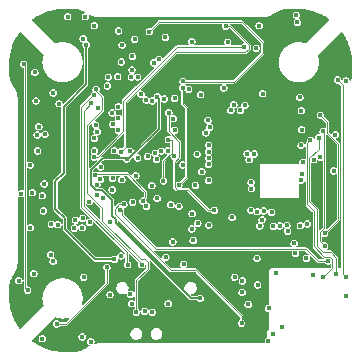
<source format=gbr>
%TF.GenerationSoftware,KiCad,Pcbnew,9.0.5*%
%TF.CreationDate,2025-10-07T19:58:38+02:00*%
%TF.ProjectId,Kolibri v0.6,4b6f6c69-6272-4692-9076-302e362e6b69,rev?*%
%TF.SameCoordinates,Original*%
%TF.FileFunction,Copper,L5,Inr*%
%TF.FilePolarity,Positive*%
%FSLAX46Y46*%
G04 Gerber Fmt 4.6, Leading zero omitted, Abs format (unit mm)*
G04 Created by KiCad (PCBNEW 9.0.5) date 2025-10-07 19:58:38*
%MOMM*%
%LPD*%
G01*
G04 APERTURE LIST*
%TA.AperFunction,ComponentPad*%
%ADD10O,1.200000X1.800000*%
%TD*%
%TA.AperFunction,ViaPad*%
%ADD11C,0.450000*%
%TD*%
%TA.AperFunction,Conductor*%
%ADD12C,0.150000*%
%TD*%
%TA.AperFunction,Conductor*%
%ADD13C,0.200000*%
%TD*%
%TA.AperFunction,Conductor*%
%ADD14C,0.110000*%
%TD*%
%TA.AperFunction,Conductor*%
%ADD15C,0.090000*%
%TD*%
G04 APERTURE END LIST*
D10*
%TO.N,GND*%
%TO.C,J1*%
X102270000Y-112797500D03*
X93630000Y-112797500D03*
%TD*%
D11*
%TO.N,/SPI0.MOSI*%
X111250000Y-98250000D03*
%TO.N,GND*%
X109250000Y-102500000D03*
%TO.N,+3V3*%
X107050000Y-102580000D03*
%TO.N,GND*%
X103200000Y-112000000D03*
X112900000Y-105050000D03*
X106050000Y-113200000D03*
X95750000Y-96800000D03*
X104135001Y-105356681D03*
X108500000Y-102650000D03*
X97700000Y-95400000D03*
X91849286Y-93011156D03*
X101267108Y-98546000D03*
X104550000Y-95850000D03*
X93834998Y-105072000D03*
X113500000Y-88250000D03*
X96750000Y-94250000D03*
X86450000Y-88750000D03*
X92850000Y-102450000D03*
X93350000Y-87750000D03*
X108550000Y-87300000D03*
X106700000Y-111230000D03*
X91100000Y-112200000D03*
X111249000Y-101600000D03*
X96650000Y-95250000D03*
X96100000Y-94100000D03*
X90885000Y-106972740D03*
X97476514Y-97050000D03*
X91080000Y-96510705D03*
X95747880Y-100893008D03*
X104350000Y-92650000D03*
X104900000Y-87000000D03*
X101700000Y-93600000D03*
X100635000Y-91100000D03*
X112500000Y-93500000D03*
X110200000Y-87850000D03*
X87850000Y-105350000D03*
X100113102Y-90169999D03*
X103350000Y-108650000D03*
X102900000Y-107000000D03*
X88650000Y-94000000D03*
X90515000Y-106550000D03*
X89169546Y-96605667D03*
X90515000Y-107373324D03*
X90550000Y-100900000D03*
X102379581Y-106702796D03*
X89248729Y-98280001D03*
X89730884Y-92959999D03*
X96700000Y-109050000D03*
X101330000Y-102300000D03*
X102250000Y-90250000D03*
X90850000Y-99500000D03*
X99711630Y-90561630D03*
X103082581Y-104444159D03*
X103393370Y-107306630D03*
X91080000Y-97035000D03*
X104450000Y-94650000D03*
X106835000Y-104850000D03*
X92950000Y-108650000D03*
X108100000Y-93500000D03*
X102300000Y-88050000D03*
X86550000Y-111650000D03*
X99350000Y-91070000D03*
X94850000Y-96750000D03*
X89150000Y-97150000D03*
X101112059Y-107970318D03*
X89100000Y-99100000D03*
X88550000Y-86800000D03*
X94339196Y-107539197D03*
X105350000Y-90200000D03*
X96500000Y-96000000D03*
X109850000Y-107150000D03*
X96750000Y-87100000D03*
X107650000Y-91550000D03*
X112700000Y-97100000D03*
X89850000Y-100350000D03*
X101500000Y-108550000D03*
X87800000Y-99350000D03*
X104050000Y-97900000D03*
X97956281Y-99885000D03*
X96478391Y-103729000D03*
%TO.N,+1V1*%
X97700000Y-90050000D03*
X99391787Y-94780000D03*
X97200000Y-97980000D03*
X94720000Y-94750000D03*
X98150000Y-89750000D03*
%TO.N,+3V3*%
X100950000Y-104115000D03*
X97100000Y-102200000D03*
X110650000Y-106600000D03*
X102450000Y-95500000D03*
X91653548Y-113250706D03*
X100975000Y-102830000D03*
X107451466Y-110835000D03*
X98750000Y-106500000D03*
X100950000Y-88250000D03*
X99500000Y-93050000D03*
X94720000Y-93750000D03*
X93975053Y-103533281D03*
X111179120Y-108020000D03*
X99480000Y-95750000D03*
X96650000Y-92720000D03*
X101796219Y-99266037D03*
X106950000Y-92650000D03*
X101400000Y-97770000D03*
X91082828Y-103367342D03*
X91750000Y-88000000D03*
X92900000Y-101240000D03*
X94720000Y-95750000D03*
X99450000Y-97980000D03*
X104350000Y-103130000D03*
X96350000Y-98100000D03*
%TO.N,Net-(U1-XIN)*%
X96200000Y-99600000D03*
%TO.N,Net-(C15-Pad2)*%
X97560000Y-100450000D03*
%TO.N,+4V5*%
X98016535Y-92918630D03*
X101650000Y-110000000D03*
X95421548Y-98185438D03*
%TO.N,+5V*%
X110125000Y-103846353D03*
X87750000Y-93265000D03*
X87850000Y-96150000D03*
X88285000Y-113400000D03*
X105720000Y-110500000D03*
X112950000Y-99200000D03*
X90435000Y-86150000D03*
X103980000Y-88311630D03*
X114000000Y-91550000D03*
X109885000Y-86632264D03*
X114015000Y-109813705D03*
X87570736Y-107898143D03*
X87650000Y-90850000D03*
X106508639Y-108853320D03*
X105221925Y-108515000D03*
X107415002Y-113600000D03*
X106635000Y-86900000D03*
X86300000Y-108500000D03*
%TO.N,/ELRS/WIFI_ANTENNA*%
X107800000Y-113000000D03*
%TO.N,Net-(IC1-DCC_FB)*%
X88440000Y-100300000D03*
X91700000Y-103220000D03*
%TO.N,Net-(IC5-BOOT)*%
X109600000Y-105330000D03*
%TO.N,Net-(IC5-SW_1)*%
X109050000Y-104300000D03*
X108400000Y-103850000D03*
X109000000Y-103800000D03*
X107850000Y-103900000D03*
%TO.N,+5V_BUCK*%
X102382658Y-103782828D03*
X104566434Y-108188629D03*
%TO.N,VCC*%
X106465000Y-106600000D03*
X110212500Y-94106105D03*
X94950000Y-106400000D03*
X94393117Y-106683594D03*
X92002181Y-88520630D03*
X113100000Y-96150000D03*
%TO.N,Net-(IC6-SW_1)*%
X92288370Y-103561630D03*
X91000000Y-104050000D03*
X91650000Y-104000000D03*
%TO.N,+10V*%
X110100000Y-92980000D03*
X103661834Y-92175000D03*
X89000000Y-106300000D03*
X89200000Y-106850000D03*
X106400000Y-88800000D03*
X94977261Y-89977261D03*
%TO.N,Net-(U5-VIN)*%
X102139999Y-95983949D03*
%TO.N,Net-(U5-VOUT)*%
X101700000Y-92750000D03*
%TO.N,Net-(U5-SAG)*%
X102308030Y-94905796D03*
%TO.N,Net-(U5-CLKIN)*%
X105434998Y-93650000D03*
%TO.N,Net-(U5-XFB)*%
X105062933Y-94085001D03*
%TO.N,/RP2350/LED*%
X98600000Y-93100000D03*
%TO.N,Net-(D1-DOUT)*%
X91940000Y-86150000D03*
%TO.N,Net-(D3-DOUT)*%
X86700000Y-90150000D03*
X87050000Y-109300000D03*
%TO.N,Net-(D5-DOUT)*%
X92400000Y-113650000D03*
X108550000Y-112400000D03*
%TO.N,Net-(D7-DOUT)*%
X113300000Y-91500000D03*
X114015000Y-108186921D03*
%TO.N,/Connectors/LED*%
X109800000Y-86000000D03*
%TO.N,/Spk.+*%
X98700000Y-87900000D03*
X95050000Y-88540000D03*
%TO.N,/Spk.-*%
X96100000Y-88050000D03*
X92700000Y-86900000D03*
%TO.N,/ELRS/RADIO_RST*%
X87450000Y-101050000D03*
X101449168Y-103630772D03*
%TO.N,/ELRS/RADIO_BUSY*%
X89050000Y-103700000D03*
X99856845Y-102186999D03*
%TO.N,/ELRS/RADIO_DIO1*%
X101063344Y-105072089D03*
X89600000Y-103750000D03*
%TO.N,/ELRS/RADIO_MISO*%
X93407058Y-101475135D03*
X98002022Y-101515000D03*
%TO.N,/ELRS/RADIO_MOSI*%
X99176000Y-102065000D03*
X92900000Y-100375000D03*
%TO.N,Net-(IC1-DCC_SW)*%
X92250000Y-101800000D03*
%TO.N,Net-(IC1-XTA)*%
X88300000Y-101300000D03*
%TO.N,Net-(IC1-XTB)*%
X88380573Y-102581913D03*
%TO.N,/ELRS/RADIO_SCK*%
X96800000Y-101750000D03*
X92782802Y-99570000D03*
%TO.N,Net-(IC5-RT{slash}SYNC)*%
X109714609Y-106184270D03*
%TO.N,Net-(IC6-RT{slash}SYNC)*%
X91784998Y-108200000D03*
%TO.N,Net-(J1-CC2)*%
X95860000Y-110450000D03*
%TO.N,+5V_USB*%
X108100000Y-107850000D03*
X100245871Y-107104129D03*
X95750000Y-109650000D03*
%TO.N,Net-(J1-CC1)*%
X98940000Y-110450000D03*
%TO.N,/USB.D-*%
X106892353Y-103343841D03*
X97600000Y-111150000D03*
%TO.N,/USB.D+*%
X96950000Y-111100000D03*
X106700000Y-103850000D03*
%TO.N,/Motor.3*%
X102359998Y-98105006D03*
X113187661Y-107912339D03*
X111681102Y-96400622D03*
%TO.N,/Motor.1*%
X102359998Y-97025000D03*
X112184998Y-104500000D03*
X111833921Y-94466105D03*
%TO.N,/Motor.4*%
X112050000Y-108200000D03*
X110991000Y-96590747D03*
X102359998Y-98645009D03*
%TO.N,/Motor.2*%
X102360250Y-97565003D03*
X112200000Y-105550000D03*
X112050000Y-95850000D03*
%TO.N,/U1.TX*%
X94382723Y-97482724D03*
X87250000Y-98700000D03*
X87251064Y-104001619D03*
%TO.N,/U1.RX*%
X92700000Y-97500000D03*
X87900000Y-97500000D03*
X86480000Y-101135000D03*
%TO.N,/I2C0.SDA*%
X98965000Y-96547978D03*
X89200000Y-92600000D03*
X98545803Y-100040069D03*
X88000000Y-95450000D03*
%TO.N,/I2C0.SCL*%
X102849545Y-102535000D03*
X88500000Y-96100000D03*
X89700000Y-93500000D03*
X99000000Y-94273947D03*
%TO.N,/U2.TX*%
X103800000Y-86950000D03*
X94912951Y-97585000D03*
%TO.N,/U2.RX*%
X105400000Y-88700000D03*
X92684889Y-98039789D03*
%TO.N,/SWDIO*%
X97958527Y-98212470D03*
%TO.N,/SWCLK*%
X94200000Y-100800000D03*
%TO.N,/U0.TX*%
X92700000Y-92800000D03*
X95512237Y-107142499D03*
%TO.N,/U0.RX*%
X96700000Y-107131445D03*
X94017243Y-109675605D03*
X92415000Y-93493376D03*
%TO.N,/RP2350/Speaker*%
X97350000Y-87400000D03*
X100200000Y-91600000D03*
%TO.N,Net-(U1-USB_DP)*%
X105950000Y-102520000D03*
X97076053Y-93200000D03*
%TO.N,Net-(U1-USB_DM)*%
X97610822Y-93275000D03*
X106472626Y-102655882D03*
%TO.N,Net-(U4-PR1)*%
X105200000Y-109485000D03*
%TO.N,Net-(U5-HSYNC)*%
X102359998Y-100007037D03*
%TO.N,Net-(U5-VSYNC)*%
X101250000Y-100425000D03*
%TO.N,Net-(U5-LOS)*%
X105959000Y-100160998D03*
%TO.N,Net-(U1-QSPI_SS)*%
X93800000Y-92000000D03*
%TO.N,/ELRS/ELRS_BUTTON*%
X105151574Y-112084013D03*
X95196988Y-102033513D03*
%TO.N,Net-(U1-QSPI_SD0)*%
X95880158Y-90649149D03*
%TO.N,Net-(U1-QSPI_SCLK)*%
X95818432Y-91234135D03*
%TO.N,Net-(U1-QSPI_SD1)*%
X93875000Y-91250000D03*
%TO.N,/RP2350/Gyro_SS*%
X110300000Y-99450000D03*
X92801440Y-95320487D03*
%TO.N,Net-(U1-QSPI_SD2)*%
X94660758Y-91212500D03*
%TO.N,/SPI1.SCLK*%
X95719080Y-97515002D03*
X105625006Y-97739141D03*
%TO.N,/SPI1.MISO*%
X93215841Y-98869248D03*
X107700000Y-102700000D03*
%TO.N,/SPI1.MOSI*%
X105800000Y-98250000D03*
X95025000Y-99950457D03*
%TO.N,Net-(U1-QSPI_SD3)*%
X96358133Y-91252190D03*
%TO.N,/RP2350/OSD_SS*%
X94250000Y-99826053D03*
X106250000Y-97765002D03*
%TO.N,/SPI0.SCLK*%
X93000000Y-93900000D03*
X110348000Y-98450000D03*
%TO.N,Net-(R33-Pad2)*%
X92848350Y-92280774D03*
X96250000Y-111150000D03*
%TO.N,+1V8*%
X110710233Y-103688956D03*
%TO.N,/ADC/VBat_ADC*%
X95900000Y-89510000D03*
X100685359Y-92285000D03*
%TO.N,Net-(C33-Pad1)*%
X99343390Y-105206020D03*
%TO.N,Net-(U8-+)*%
X94750000Y-87350000D03*
%TO.N,/ELRS/ELRS_LED_RGB*%
X93201000Y-99911630D03*
X95930000Y-101836630D03*
%TO.N,/Power/DCDC_EN*%
X100165000Y-92140676D03*
X99849501Y-100411189D03*
%TO.N,/SPI0.MISO*%
X94250729Y-95237932D03*
X111800000Y-98050000D03*
%TO.N,/SPI0.MOSI*%
X94200000Y-94285000D03*
%TO.N,/RP2350/Flash_SS*%
X100165000Y-98696498D03*
X110200000Y-97050000D03*
%TO.N,/SPI_Flash.SCLK*%
X104250000Y-94084998D03*
X97846514Y-97684214D03*
%TO.N,/SPI_Flash.IO0*%
X104500000Y-93600000D03*
X98360297Y-97517993D03*
%TO.N,/RP2350/Gyro_FSync*%
X110200000Y-100000000D03*
X92700000Y-96450000D03*
%TO.N,/SPI_Flash.IO1*%
X98900000Y-97500000D03*
X110250000Y-95700000D03*
%TO.N,/RP2350/Gyro_Int*%
X105997146Y-100701001D03*
X92934130Y-95867026D03*
%TO.N,/PWM.1*%
X112480659Y-106830456D03*
X94893258Y-102480000D03*
%TO.N,/PWM.2*%
X93750000Y-107350000D03*
X89500000Y-112150000D03*
%TD*%
D12*
%TO.N,+4V5*%
X92391802Y-100419760D02*
X92822042Y-100850000D01*
X94205237Y-103005237D02*
X94500000Y-103300000D01*
X92822042Y-100850000D02*
X93350000Y-100850000D01*
X100852558Y-110000000D02*
X101650000Y-110000000D01*
X92391802Y-99140329D02*
X92391802Y-100419760D01*
X94500000Y-103300000D02*
X94500000Y-103647442D01*
X95421548Y-98185438D02*
X95386110Y-98150000D01*
X95421548Y-98185438D02*
X95456986Y-98150000D01*
X98148008Y-95639032D02*
X98148008Y-93050103D01*
X95386110Y-98150000D02*
X93382131Y-98150000D01*
X95637040Y-98150000D02*
X98148008Y-95639032D01*
X93350000Y-100850000D02*
X94205237Y-101705237D01*
X94500000Y-103647442D02*
X100852558Y-110000000D01*
X98148008Y-93050103D02*
X98016535Y-92918630D01*
X93382131Y-98150000D02*
X92391802Y-99140329D01*
X95456986Y-98150000D02*
X95637040Y-98150000D01*
X94205237Y-101705237D02*
X94205237Y-103005237D01*
D13*
%TO.N,VCC*%
X92002181Y-88520630D02*
X92002181Y-91847819D01*
X92002181Y-91847819D02*
X90100000Y-93750000D01*
X90200000Y-103200000D02*
X90200000Y-104150000D01*
X90200000Y-104150000D02*
X92733594Y-106683594D01*
X89400000Y-100050000D02*
X89400000Y-102400000D01*
X92733594Y-106683594D02*
X94393117Y-106683594D01*
X90100000Y-99350000D02*
X89400000Y-100050000D01*
X90100000Y-93750000D02*
X90100000Y-99350000D01*
X89400000Y-102400000D02*
X90200000Y-103200000D01*
D14*
%TO.N,Net-(D3-DOUT)*%
X86850000Y-109100000D02*
X86850000Y-90300000D01*
X86850000Y-90300000D02*
X86700000Y-90150000D01*
X87050000Y-109300000D02*
X86850000Y-109100000D01*
%TO.N,Net-(D7-DOUT)*%
X113744000Y-107915921D02*
X113744000Y-91944000D01*
X113744000Y-91944000D02*
X113300000Y-91500000D01*
X114015000Y-108186921D02*
X113744000Y-107915921D01*
D15*
%TO.N,/ELRS/RADIO_SCK*%
X96800000Y-101650000D02*
X97002510Y-101447490D01*
X97002510Y-101447490D02*
X97002510Y-100952510D01*
X92887749Y-99465053D02*
X92782802Y-99570000D01*
X97002510Y-100952510D02*
X95515053Y-99465053D01*
X96800000Y-101750000D02*
X96800000Y-101650000D01*
X95515053Y-99465053D02*
X92887749Y-99465053D01*
%TO.N,/Motor.3*%
X112050000Y-106050000D02*
X112691000Y-106050000D01*
X110889000Y-101789000D02*
X111550000Y-102450000D01*
X110889000Y-98100468D02*
X110889000Y-101789000D01*
X111681102Y-97308366D02*
X110889000Y-98100468D01*
X112691000Y-106050000D02*
X113187661Y-106546661D01*
X111681102Y-96400622D02*
X111681102Y-97308366D01*
X111550000Y-102450000D02*
X111550000Y-105550000D01*
X113187661Y-106546661D02*
X113187661Y-107912339D01*
X111550000Y-105550000D02*
X112050000Y-106050000D01*
%TO.N,/Motor.1*%
X112411000Y-95971532D02*
X112411000Y-95043184D01*
X113350000Y-96910532D02*
X112411000Y-95971532D01*
X112184998Y-104500000D02*
X113350000Y-103334998D01*
X112411000Y-95043184D02*
X111833921Y-94466105D01*
X113350000Y-103334998D02*
X113350000Y-96910532D01*
%TO.N,/Motor.4*%
X111300000Y-102600000D02*
X111300000Y-105600000D01*
X110708000Y-102008000D02*
X111300000Y-102600000D01*
X112630191Y-106469456D02*
X112841659Y-106680924D01*
X112841659Y-107408341D02*
X112050000Y-108200000D01*
X112169456Y-106469456D02*
X112630191Y-106469456D01*
X111300000Y-105600000D02*
X112169456Y-106469456D01*
X110991000Y-96590747D02*
X110708000Y-96873747D01*
X110708000Y-96873747D02*
X110708000Y-102008000D01*
X112841659Y-106680924D02*
X112841659Y-107408341D01*
%TO.N,/Motor.2*%
X111823998Y-105173998D02*
X112200000Y-105550000D01*
X111823998Y-104350468D02*
X111823998Y-105173998D01*
X112161000Y-104013466D02*
X111823998Y-104350468D01*
X112150000Y-95850000D02*
X112161000Y-95861000D01*
X112161000Y-95861000D02*
X112161000Y-104013466D01*
X112050000Y-95850000D02*
X112150000Y-95850000D01*
%TO.N,/I2C0.SDA*%
X98965000Y-96547978D02*
X99197978Y-96547978D01*
X99197978Y-96547978D02*
X99261000Y-96611000D01*
X99261000Y-96611000D02*
X99261000Y-97649532D01*
X98545803Y-98364729D02*
X98545803Y-100040069D01*
X99261000Y-97649532D02*
X98545803Y-98364729D01*
D14*
%TO.N,/I2C0.SCL*%
X99900000Y-98054674D02*
X99478501Y-98476173D01*
X102342556Y-102535000D02*
X102849545Y-102535000D01*
X99900000Y-96725326D02*
X99900000Y-98054674D01*
X100589745Y-100782189D02*
X102342556Y-102535000D01*
X99695827Y-100782189D02*
X100589745Y-100782189D01*
X99478501Y-100564863D02*
X99695827Y-100782189D01*
X99000000Y-95825326D02*
X99900000Y-96725326D01*
X99000000Y-94273947D02*
X99000000Y-95825326D01*
X99478501Y-98476173D02*
X99478501Y-100564863D01*
%TO.N,/U2.TX*%
X105771000Y-88546326D02*
X104174674Y-86950000D01*
X95350000Y-97147951D02*
X95350000Y-93400000D01*
X105771000Y-88853674D02*
X105771000Y-88546326D01*
X99602049Y-89147951D02*
X105476723Y-89147951D01*
X94912951Y-97585000D02*
X95350000Y-97147951D01*
X95350000Y-93400000D02*
X99602049Y-89147951D01*
X105476723Y-89147951D02*
X105771000Y-88853674D01*
X104174674Y-86950000D02*
X103800000Y-86950000D01*
D15*
%TO.N,/U2.RX*%
X105400000Y-88700000D02*
X99710532Y-88700000D01*
X95150000Y-93250000D02*
X95150000Y-95850000D01*
X96350000Y-92050000D02*
X95150000Y-93250000D01*
X96360532Y-92050000D02*
X96350000Y-92050000D01*
X99710532Y-88700000D02*
X96360532Y-92050000D01*
X95150000Y-95850000D02*
X92960211Y-98039789D01*
X92960211Y-98039789D02*
X92684889Y-98039789D01*
D14*
%TO.N,/U0.TX*%
X95450000Y-106100000D02*
X91600000Y-102250000D01*
X92583702Y-92800000D02*
X92700000Y-92800000D01*
X91600000Y-102250000D02*
X91600000Y-93783702D01*
X95512237Y-107142499D02*
X95450000Y-107080262D01*
X91600000Y-93783702D02*
X92583702Y-92800000D01*
X95450000Y-107080262D02*
X95450000Y-106100000D01*
%TO.N,/U0.RX*%
X96700000Y-107131445D02*
X96700000Y-107065744D01*
X91801000Y-94107376D02*
X92415000Y-93493376D01*
X91801000Y-102166744D02*
X91801000Y-94107376D01*
X96700000Y-107065744D02*
X91801000Y-102166744D01*
D15*
%TO.N,/RP2350/Speaker*%
X104475000Y-91675000D02*
X106950000Y-89200000D01*
X100275000Y-91675000D02*
X104475000Y-91675000D01*
X106950000Y-89200000D02*
X106950000Y-88350000D01*
X98161000Y-86589000D02*
X97350000Y-87400000D01*
X105189000Y-86589000D02*
X98161000Y-86589000D01*
X100200000Y-91600000D02*
X100275000Y-91675000D01*
X106950000Y-88350000D02*
X105189000Y-86589000D01*
D14*
%TO.N,/ELRS/ELRS_BUTTON*%
X94816487Y-102033513D02*
X94426237Y-102423763D01*
X101265733Y-107599318D02*
X105151574Y-111485159D01*
X94426237Y-102876237D02*
X99149318Y-107599318D01*
X99149318Y-107599318D02*
X101265733Y-107599318D01*
X95196988Y-102033513D02*
X94816487Y-102033513D01*
X94426237Y-102423763D02*
X94426237Y-102876237D01*
X105151574Y-111485159D02*
X105151574Y-112084013D01*
%TO.N,Net-(R33-Pad2)*%
X92853674Y-92429000D02*
X93371000Y-92946326D01*
X96618512Y-106700000D02*
X97000000Y-106700000D01*
X96250000Y-108475000D02*
X96250000Y-111150000D01*
X92096326Y-95328348D02*
X92096326Y-101096326D01*
X92853674Y-92286098D02*
X92853674Y-92429000D01*
X97250000Y-107475000D02*
X96250000Y-108475000D01*
X92096326Y-101096326D02*
X93350000Y-102350000D01*
X93371000Y-94053674D02*
X92096326Y-95328348D01*
X93350000Y-102350000D02*
X93350000Y-103431488D01*
X97000000Y-106700000D02*
X97250000Y-106950000D01*
X93350000Y-103431488D02*
X96618512Y-106700000D01*
X93371000Y-92946326D02*
X93371000Y-94053674D01*
X97250000Y-106950000D02*
X97250000Y-107475000D01*
X92848350Y-92280774D02*
X92853674Y-92286098D01*
D15*
%TO.N,/Power/DCDC_EN*%
X100526000Y-99734690D02*
X99849501Y-100411189D01*
X100526000Y-93865468D02*
X100165000Y-93504468D01*
X100165000Y-93504468D02*
X100165000Y-92140676D01*
X100526000Y-93865468D02*
X100526000Y-99734690D01*
D14*
%TO.N,/PWM.1*%
X97913270Y-105813270D02*
X110613270Y-105813270D01*
X94893258Y-102480000D02*
X95016333Y-102480000D01*
X95016333Y-102480000D02*
X95050000Y-102513667D01*
X110613270Y-105813270D02*
X111630456Y-106830456D01*
X111630456Y-106830456D02*
X112480659Y-106830456D01*
X95050000Y-102513667D02*
X95050000Y-102950000D01*
X95050000Y-102950000D02*
X97913270Y-105813270D01*
%TO.N,/PWM.2*%
X90332187Y-112150000D02*
X89500000Y-112150000D01*
X93750000Y-107350000D02*
X93750000Y-108732187D01*
X93750000Y-108732187D02*
X90332187Y-112150000D01*
%TD*%
%TA.AperFunction,Conductor*%
%TO.N,GND*%
G36*
X90998095Y-85487896D02*
G01*
X91076177Y-85489729D01*
X91078490Y-85489839D01*
X91149926Y-85494945D01*
X91152215Y-85495163D01*
X91220355Y-85503354D01*
X91222623Y-85503683D01*
X91287729Y-85514706D01*
X91289942Y-85515134D01*
X91352561Y-85528810D01*
X91354696Y-85529328D01*
X91415103Y-85545453D01*
X91417143Y-85546046D01*
X91475827Y-85564499D01*
X91477676Y-85565123D01*
X91533005Y-85585054D01*
X91535479Y-85586023D01*
X91649615Y-85634361D01*
X91652273Y-85635582D01*
X91762212Y-85690140D01*
X91764029Y-85691089D01*
X91774272Y-85696718D01*
X91874270Y-85751671D01*
X91875052Y-85752112D01*
X91877536Y-85753550D01*
X91900332Y-85783327D01*
X91895395Y-85820504D01*
X91865670Y-85843286D01*
X91865617Y-85843300D01*
X91865616Y-85843301D01*
X91865614Y-85843300D01*
X91818223Y-85856000D01*
X91818219Y-85856001D01*
X91746284Y-85897534D01*
X91746275Y-85897541D01*
X91687541Y-85956275D01*
X91687534Y-85956284D01*
X91646001Y-86028219D01*
X91645999Y-86028225D01*
X91624500Y-86108461D01*
X91624500Y-86191538D01*
X91645999Y-86271774D01*
X91646001Y-86271780D01*
X91687534Y-86343715D01*
X91687536Y-86343717D01*
X91687538Y-86343721D01*
X91746279Y-86402462D01*
X91746283Y-86402464D01*
X91746284Y-86402465D01*
X91818219Y-86443998D01*
X91818225Y-86444000D01*
X91898461Y-86465500D01*
X91898464Y-86465500D01*
X91981538Y-86465500D01*
X92061774Y-86444000D01*
X92061772Y-86444000D01*
X92061778Y-86443999D01*
X92133721Y-86402462D01*
X92192462Y-86343721D01*
X92232717Y-86273999D01*
X92233998Y-86271780D01*
X92234000Y-86271774D01*
X92255500Y-86191538D01*
X92255500Y-86108461D01*
X92255499Y-86108460D01*
X92240115Y-86051044D01*
X92242403Y-86033661D01*
X92243758Y-86016172D01*
X92244826Y-86015257D01*
X92245010Y-86013862D01*
X92258919Y-86003189D01*
X92272244Y-85991779D01*
X92273647Y-85991887D01*
X92274763Y-85991032D01*
X92309635Y-85994675D01*
X92309950Y-85994835D01*
X92317351Y-86000294D01*
X92317472Y-86000121D01*
X92321440Y-86002865D01*
X92352648Y-86016378D01*
X92382995Y-86031690D01*
X92389053Y-86032142D01*
X92396631Y-86035424D01*
X92396635Y-86035425D01*
X92443507Y-86055720D01*
X92451050Y-86060637D01*
X92451220Y-86060362D01*
X92455335Y-86062886D01*
X92455337Y-86062888D01*
X92473849Y-86069731D01*
X92486371Y-86074360D01*
X92488120Y-86075045D01*
X92488504Y-86075204D01*
X92519192Y-86088492D01*
X92520667Y-86088515D01*
X92525194Y-86090389D01*
X92527460Y-86091121D01*
X92527462Y-86091123D01*
X92560555Y-86101823D01*
X92562366Y-86102451D01*
X92594988Y-86114510D01*
X92599519Y-86116185D01*
X92599510Y-86116207D01*
X92635455Y-86126093D01*
X92637536Y-86126716D01*
X92662869Y-86134907D01*
X92670185Y-86137273D01*
X92674803Y-86138766D01*
X92674752Y-86138923D01*
X92675337Y-86139083D01*
X92675355Y-86139006D01*
X92697848Y-86144075D01*
X92713292Y-86147555D01*
X92715466Y-86148099D01*
X92748339Y-86157141D01*
X92748340Y-86157140D01*
X92751643Y-86158049D01*
X92758761Y-86159647D01*
X92760805Y-86160004D01*
X92760806Y-86160005D01*
X92794158Y-86165841D01*
X92796467Y-86166303D01*
X92829472Y-86173742D01*
X92829481Y-86173740D01*
X92829835Y-86173750D01*
X92844039Y-86176227D01*
X92844640Y-86176426D01*
X92844645Y-86176429D01*
X92878128Y-86180593D01*
X92880453Y-86180941D01*
X92913695Y-86186758D01*
X92913700Y-86186756D01*
X92915555Y-86186714D01*
X92929787Y-86188482D01*
X92931665Y-86189002D01*
X92931669Y-86189004D01*
X92965270Y-86191491D01*
X92967630Y-86191725D01*
X93001077Y-86195886D01*
X93001082Y-86195884D01*
X93004445Y-86195640D01*
X93010873Y-86195594D01*
X93018898Y-86196064D01*
X93021969Y-86197425D01*
X93056497Y-86198266D01*
X93057316Y-86198314D01*
X93057345Y-86198328D01*
X93058058Y-86198363D01*
X93080914Y-86200056D01*
X93091687Y-86200854D01*
X93091687Y-86200853D01*
X93091689Y-86200854D01*
X93091690Y-86200853D01*
X93096480Y-86200264D01*
X93096557Y-86200893D01*
X93103338Y-86199850D01*
X93109388Y-86199938D01*
X93110744Y-86200500D01*
X93147973Y-86200500D01*
X93148316Y-86200505D01*
X93148325Y-86200509D01*
X93148797Y-86200515D01*
X93185611Y-86201412D01*
X93185611Y-86201411D01*
X93185613Y-86201412D01*
X93185614Y-86201411D01*
X93186701Y-86201223D01*
X93195087Y-86200500D01*
X99959938Y-86200500D01*
X106811664Y-86200500D01*
X106814027Y-86201412D01*
X106851459Y-86200500D01*
X106888896Y-86200500D01*
X106893727Y-86200500D01*
X106893727Y-86201170D01*
X106902982Y-86201732D01*
X106903163Y-86200264D01*
X106907949Y-86200853D01*
X106907951Y-86200854D01*
X106907952Y-86200853D01*
X106907954Y-86200854D01*
X106920138Y-86199951D01*
X106941616Y-86198360D01*
X106942322Y-86198314D01*
X106943140Y-86198266D01*
X106977671Y-86197425D01*
X106980741Y-86196063D01*
X106988766Y-86195594D01*
X106990006Y-86196024D01*
X106995194Y-86195640D01*
X106998556Y-86195884D01*
X106998562Y-86195886D01*
X107031999Y-86191726D01*
X107034373Y-86191491D01*
X107067970Y-86189004D01*
X107067978Y-86188999D01*
X107069850Y-86188482D01*
X107075896Y-86187210D01*
X107083208Y-86186147D01*
X107085945Y-86186758D01*
X107119878Y-86180819D01*
X107120548Y-86180722D01*
X107120584Y-86180731D01*
X107121507Y-86180593D01*
X107154994Y-86176429D01*
X107154998Y-86176426D01*
X107155601Y-86176227D01*
X107169796Y-86173751D01*
X107170162Y-86173741D01*
X107170168Y-86173742D01*
X107203180Y-86166301D01*
X107204569Y-86166010D01*
X107205046Y-86165916D01*
X107238834Y-86160005D01*
X107240340Y-86159047D01*
X107246555Y-86157838D01*
X107247806Y-86158092D01*
X107248008Y-86158046D01*
X107251299Y-86157140D01*
X107251302Y-86157141D01*
X107284172Y-86148099D01*
X107286356Y-86147553D01*
X107319575Y-86140067D01*
X107319575Y-86140066D01*
X107320381Y-86139885D01*
X107323078Y-86138870D01*
X107328434Y-86137201D01*
X107329429Y-86137281D01*
X107362489Y-86126590D01*
X107362609Y-86126553D01*
X107362632Y-86126555D01*
X107364151Y-86126101D01*
X107397315Y-86116980D01*
X107397316Y-86116978D01*
X107400130Y-86116205D01*
X107400123Y-86116184D01*
X107404651Y-86114509D01*
X107404652Y-86114510D01*
X107437270Y-86102452D01*
X107439052Y-86101833D01*
X107472177Y-86091123D01*
X107472293Y-86091024D01*
X107476987Y-86089498D01*
X107477948Y-86089573D01*
X107480444Y-86088492D01*
X107480447Y-86088492D01*
X107510804Y-86075346D01*
X107513253Y-86074364D01*
X107544302Y-86062888D01*
X107544305Y-86062884D01*
X107548415Y-86060363D01*
X107548585Y-86060641D01*
X107556129Y-86055720D01*
X107610580Y-86032144D01*
X107616643Y-86031691D01*
X107646998Y-86016374D01*
X107678199Y-86002865D01*
X107678201Y-86002863D01*
X107682170Y-86000119D01*
X107682296Y-86000301D01*
X107689801Y-85994777D01*
X107731809Y-85973582D01*
X107739319Y-85971344D01*
X107739097Y-85970651D01*
X107743691Y-85969176D01*
X107743696Y-85969176D01*
X107762992Y-85958461D01*
X109484500Y-85958461D01*
X109484500Y-86041538D01*
X109505999Y-86121774D01*
X109506001Y-86121780D01*
X109547534Y-86193715D01*
X109547536Y-86193717D01*
X109547538Y-86193721D01*
X109606279Y-86252462D01*
X109606283Y-86252464D01*
X109606284Y-86252465D01*
X109628151Y-86265090D01*
X109678222Y-86293999D01*
X109678228Y-86294000D01*
X109680912Y-86295113D01*
X109707430Y-86321633D01*
X109707429Y-86359136D01*
X109693417Y-86377398D01*
X109693550Y-86377531D01*
X109692541Y-86378539D01*
X109691994Y-86379253D01*
X109691279Y-86379801D01*
X109632541Y-86438539D01*
X109632534Y-86438548D01*
X109591001Y-86510483D01*
X109590999Y-86510489D01*
X109569500Y-86590725D01*
X109569500Y-86673802D01*
X109590999Y-86754038D01*
X109591001Y-86754044D01*
X109632534Y-86825979D01*
X109632536Y-86825981D01*
X109632538Y-86825985D01*
X109691279Y-86884726D01*
X109691283Y-86884728D01*
X109691284Y-86884729D01*
X109763219Y-86926262D01*
X109763225Y-86926264D01*
X109843461Y-86947764D01*
X109843464Y-86947764D01*
X109926538Y-86947764D01*
X110006774Y-86926264D01*
X110006772Y-86926264D01*
X110006778Y-86926263D01*
X110078721Y-86884726D01*
X110137462Y-86825985D01*
X110168614Y-86772027D01*
X110178998Y-86754044D01*
X110179000Y-86754038D01*
X110200500Y-86673802D01*
X110200500Y-86590725D01*
X110179000Y-86510489D01*
X110178998Y-86510483D01*
X110137465Y-86438548D01*
X110137464Y-86438547D01*
X110137462Y-86438543D01*
X110078721Y-86379802D01*
X110078717Y-86379800D01*
X110078715Y-86379798D01*
X110006778Y-86338264D01*
X110004083Y-86337148D01*
X109977568Y-86310626D01*
X109977572Y-86273123D01*
X109991584Y-86254867D01*
X109991450Y-86254733D01*
X109992473Y-86253709D01*
X109993018Y-86253000D01*
X109993709Y-86252468D01*
X109993721Y-86252462D01*
X110052462Y-86193721D01*
X110093999Y-86121778D01*
X110099173Y-86102470D01*
X110115500Y-86041538D01*
X110115500Y-85958461D01*
X110094000Y-85878225D01*
X110093998Y-85878219D01*
X110052465Y-85806284D01*
X110052464Y-85806283D01*
X110052462Y-85806279D01*
X109993721Y-85747538D01*
X109993717Y-85747536D01*
X109993715Y-85747534D01*
X109921780Y-85706001D01*
X109921774Y-85705999D01*
X109841539Y-85684500D01*
X109841536Y-85684500D01*
X109758464Y-85684500D01*
X109758461Y-85684500D01*
X109678225Y-85705999D01*
X109678219Y-85706001D01*
X109606284Y-85747534D01*
X109606275Y-85747541D01*
X109547541Y-85806275D01*
X109547534Y-85806284D01*
X109506001Y-85878219D01*
X109505999Y-85878225D01*
X109484500Y-85958461D01*
X107762992Y-85958461D01*
X107774254Y-85952207D01*
X107775945Y-85951313D01*
X107788874Y-85944789D01*
X107807162Y-85935563D01*
X107807164Y-85935560D01*
X107810966Y-85932588D01*
X107811419Y-85933167D01*
X107817483Y-85928206D01*
X107855645Y-85907018D01*
X107863217Y-85903653D01*
X107863364Y-85903567D01*
X107863367Y-85903567D01*
X107895814Y-85884725D01*
X107896615Y-85884271D01*
X107929371Y-85866085D01*
X107929372Y-85866083D01*
X107929524Y-85865999D01*
X107936283Y-85861226D01*
X108012380Y-85817049D01*
X108012429Y-85817011D01*
X108124585Y-85752113D01*
X108125353Y-85751679D01*
X108235669Y-85691057D01*
X108237412Y-85690146D01*
X108347374Y-85635576D01*
X108349962Y-85634386D01*
X108464202Y-85586005D01*
X108466620Y-85585059D01*
X108521976Y-85565117D01*
X108523796Y-85564503D01*
X108582507Y-85546042D01*
X108584522Y-85545457D01*
X108644966Y-85529322D01*
X108647081Y-85528809D01*
X108709703Y-85515132D01*
X108711901Y-85514707D01*
X108777020Y-85503682D01*
X108779276Y-85503355D01*
X108847427Y-85495163D01*
X108849708Y-85494945D01*
X108921151Y-85489839D01*
X108923460Y-85489729D01*
X109001546Y-85487896D01*
X109002696Y-85487882D01*
X110126639Y-85487882D01*
X110130572Y-85488039D01*
X110306616Y-85502220D01*
X110308486Y-85502408D01*
X110488473Y-85524030D01*
X110490336Y-85524292D01*
X110668877Y-85552861D01*
X110670758Y-85553199D01*
X110759231Y-85570919D01*
X110847710Y-85588641D01*
X110849563Y-85589049D01*
X111024763Y-85631299D01*
X111026568Y-85631772D01*
X111147781Y-85666041D01*
X111199827Y-85680756D01*
X111201648Y-85681310D01*
X111228441Y-85690022D01*
X111372720Y-85736937D01*
X111374443Y-85737534D01*
X111543207Y-85799754D01*
X111544955Y-85800438D01*
X111711145Y-85869148D01*
X111712889Y-85869909D01*
X111760596Y-85891839D01*
X111876337Y-85945043D01*
X111877993Y-85945843D01*
X112038577Y-86027359D01*
X112040238Y-86028244D01*
X112173366Y-86102470D01*
X112197619Y-86115992D01*
X112199264Y-86116951D01*
X112214721Y-86126376D01*
X112353359Y-86210912D01*
X112354971Y-86211939D01*
X112505574Y-86312030D01*
X112507148Y-86313121D01*
X112576686Y-86363362D01*
X112596366Y-86395285D01*
X112587708Y-86431775D01*
X112582638Y-86437727D01*
X110630810Y-88389554D01*
X110596162Y-88403906D01*
X110577948Y-88400395D01*
X110574379Y-88398966D01*
X110574378Y-88398965D01*
X110574376Y-88398965D01*
X110574373Y-88398965D01*
X110572559Y-88398626D01*
X110565911Y-88396894D01*
X110564445Y-88396400D01*
X110563179Y-88395954D01*
X110562344Y-88395647D01*
X110561743Y-88395425D01*
X110555480Y-88392609D01*
X110553851Y-88391734D01*
X110542632Y-88388307D01*
X110542632Y-88388306D01*
X110541292Y-88387896D01*
X110529027Y-88383381D01*
X110526798Y-88383469D01*
X110520553Y-88381562D01*
X110520542Y-88381560D01*
X110519626Y-88381280D01*
X110519040Y-88381101D01*
X110517718Y-88380677D01*
X110516340Y-88380213D01*
X110510022Y-88377581D01*
X110508372Y-88376754D01*
X110497068Y-88373646D01*
X110494434Y-88372842D01*
X110483287Y-88369091D01*
X110481444Y-88368854D01*
X110474722Y-88367502D01*
X110473315Y-88367115D01*
X110472011Y-88366737D01*
X110470595Y-88366305D01*
X110464179Y-88363844D01*
X110462510Y-88363065D01*
X110451091Y-88360268D01*
X110448438Y-88359538D01*
X110437189Y-88356102D01*
X110435343Y-88355917D01*
X110428614Y-88354763D01*
X110427403Y-88354467D01*
X110427178Y-88354411D01*
X110425824Y-88354060D01*
X110424433Y-88353677D01*
X110417984Y-88351406D01*
X110416280Y-88350668D01*
X110404764Y-88348189D01*
X110403416Y-88347899D01*
X110390771Y-88344423D01*
X110388553Y-88344700D01*
X110382137Y-88343318D01*
X110381307Y-88343140D01*
X110380757Y-88343021D01*
X110379401Y-88342709D01*
X110377942Y-88342351D01*
X110371441Y-88340266D01*
X110369730Y-88339582D01*
X110358199Y-88337437D01*
X110355510Y-88336858D01*
X110344050Y-88334052D01*
X110342167Y-88333969D01*
X110335372Y-88333191D01*
X110333974Y-88332931D01*
X110332627Y-88332661D01*
X110331200Y-88332354D01*
X110324609Y-88330444D01*
X110322859Y-88329801D01*
X110311223Y-88327973D01*
X110311223Y-88327974D01*
X110309856Y-88327759D01*
X110297051Y-88325003D01*
X110294855Y-88325403D01*
X110288375Y-88324386D01*
X110288374Y-88324385D01*
X110286948Y-88324162D01*
X110285596Y-88323930D01*
X110284126Y-88323657D01*
X110277476Y-88321933D01*
X110275727Y-88321345D01*
X110275726Y-88321345D01*
X110275724Y-88321344D01*
X110275722Y-88321344D01*
X110264096Y-88319852D01*
X110261376Y-88319425D01*
X110249815Y-88317275D01*
X110247952Y-88317298D01*
X110241129Y-88316904D01*
X110239670Y-88316717D01*
X110238303Y-88316523D01*
X110236799Y-88316287D01*
X110230114Y-88314752D01*
X110228344Y-88314212D01*
X110216665Y-88313047D01*
X110216665Y-88313046D01*
X110215276Y-88312907D01*
X110202356Y-88310879D01*
X110200187Y-88311402D01*
X110193660Y-88310751D01*
X110193658Y-88310750D01*
X110193657Y-88310750D01*
X110192135Y-88310598D01*
X110190785Y-88310445D01*
X110189261Y-88310250D01*
X110182526Y-88308903D01*
X110180744Y-88308414D01*
X110180743Y-88308414D01*
X110180741Y-88308413D01*
X110180738Y-88308413D01*
X110167671Y-88307480D01*
X110154712Y-88305818D01*
X110152559Y-88306401D01*
X110146022Y-88305935D01*
X110146020Y-88305934D01*
X110144486Y-88305825D01*
X110143096Y-88305706D01*
X110141494Y-88305546D01*
X110134759Y-88304395D01*
X110132944Y-88303952D01*
X110121233Y-88303448D01*
X110121233Y-88303447D01*
X110119839Y-88303387D01*
X110106907Y-88302097D01*
X110104778Y-88302739D01*
X110098239Y-88302458D01*
X110098236Y-88302456D01*
X110098232Y-88302457D01*
X110096612Y-88302387D01*
X110095242Y-88302309D01*
X110093559Y-88302189D01*
X110086786Y-88301227D01*
X110084989Y-88300842D01*
X110073346Y-88300669D01*
X110070591Y-88300550D01*
X110058968Y-88299721D01*
X110057122Y-88299953D01*
X110050321Y-88300329D01*
X110048648Y-88300305D01*
X110047227Y-88300264D01*
X110045475Y-88300188D01*
X110039187Y-88298891D01*
X110039092Y-88299446D01*
X110034337Y-88298629D01*
X110020435Y-88298994D01*
X110020433Y-88298994D01*
X110018725Y-88299038D01*
X110010922Y-88298703D01*
X110009324Y-88299284D01*
X110003599Y-88299434D01*
X110003595Y-88299435D01*
X109999613Y-88299540D01*
X109997599Y-88299552D01*
X109958565Y-88298976D01*
X109949344Y-88299258D01*
X109948415Y-88299145D01*
X109914831Y-88301702D01*
X109913570Y-88301781D01*
X109912965Y-88301811D01*
X109878743Y-88302709D01*
X109876664Y-88303634D01*
X109869845Y-88303977D01*
X109868665Y-88303556D01*
X109863931Y-88303917D01*
X109863409Y-88303880D01*
X109829961Y-88308104D01*
X109827544Y-88308348D01*
X109793977Y-88310904D01*
X109793798Y-88310955D01*
X109788095Y-88312185D01*
X109781519Y-88313198D01*
X109779464Y-88312744D01*
X109745772Y-88318706D01*
X109745213Y-88318793D01*
X109745174Y-88318783D01*
X109743892Y-88318978D01*
X109709943Y-88323267D01*
X109697349Y-88325495D01*
X109663805Y-88333152D01*
X109662390Y-88333453D01*
X109661850Y-88333559D01*
X109628230Y-88339510D01*
X109626671Y-88340503D01*
X109620394Y-88341743D01*
X109619182Y-88341500D01*
X109616819Y-88342039D01*
X109582728Y-88351601D01*
X109580403Y-88352192D01*
X109547166Y-88359781D01*
X109542863Y-88361413D01*
X109536896Y-88363284D01*
X109535195Y-88363165D01*
X109502711Y-88374011D01*
X109502289Y-88374144D01*
X109502252Y-88374140D01*
X109500857Y-88374569D01*
X109465253Y-88384559D01*
X109459838Y-88386366D01*
X109425164Y-88399846D01*
X109423686Y-88400394D01*
X109423270Y-88400540D01*
X109390839Y-88411371D01*
X109389694Y-88412364D01*
X109383960Y-88414384D01*
X109382827Y-88414322D01*
X109348893Y-88429436D01*
X109346715Y-88430344D01*
X109314576Y-88442840D01*
X109311510Y-88444552D01*
X109306135Y-88447160D01*
X109304739Y-88447265D01*
X109274230Y-88462648D01*
X109273810Y-88462852D01*
X109273779Y-88462853D01*
X109272351Y-88463531D01*
X109236980Y-88479287D01*
X109236972Y-88479269D01*
X109235691Y-88479914D01*
X109235706Y-88479939D01*
X109201974Y-88499018D01*
X109200516Y-88499811D01*
X109200207Y-88499971D01*
X109169625Y-88515393D01*
X109168788Y-88516363D01*
X109163586Y-88519078D01*
X109162702Y-88519156D01*
X109131512Y-88538810D01*
X109129517Y-88540003D01*
X109099252Y-88557123D01*
X109097036Y-88558822D01*
X109092242Y-88562077D01*
X109091064Y-88562337D01*
X109063014Y-88581924D01*
X109062673Y-88582157D01*
X109062643Y-88582162D01*
X109061270Y-88583074D01*
X109028448Y-88603759D01*
X109028402Y-88603686D01*
X109027819Y-88604093D01*
X109027874Y-88604164D01*
X108997133Y-88627866D01*
X108995766Y-88628883D01*
X108995487Y-88629082D01*
X108967401Y-88648698D01*
X108966784Y-88649662D01*
X108962117Y-88653009D01*
X108961387Y-88653179D01*
X108933404Y-88676935D01*
X108931614Y-88678384D01*
X108903938Y-88699724D01*
X108902240Y-88701459D01*
X108898017Y-88705305D01*
X108896975Y-88705696D01*
X108871980Y-88729022D01*
X108871673Y-88729303D01*
X108871647Y-88729312D01*
X108870390Y-88730432D01*
X108840780Y-88755572D01*
X108840708Y-88755487D01*
X108840394Y-88755781D01*
X108840475Y-88755860D01*
X108813345Y-88783673D01*
X108812129Y-88784877D01*
X108811886Y-88785108D01*
X108786837Y-88808489D01*
X108786380Y-88809492D01*
X108782255Y-88813436D01*
X108781581Y-88813697D01*
X108757230Y-88841131D01*
X108755665Y-88842813D01*
X108728552Y-88870616D01*
X108728473Y-88870539D01*
X108728154Y-88870898D01*
X108728238Y-88870966D01*
X108703856Y-88901188D01*
X108702370Y-88902945D01*
X108679793Y-88928385D01*
X108679792Y-88928386D01*
X108676592Y-88931993D01*
X108676515Y-88931924D01*
X108676156Y-88932368D01*
X108676236Y-88932427D01*
X108653318Y-88963751D01*
X108651911Y-88965582D01*
X108627535Y-88995802D01*
X108627464Y-88995745D01*
X108627044Y-88996319D01*
X108627116Y-88996367D01*
X108605713Y-89028730D01*
X108604389Y-89030632D01*
X108581480Y-89061947D01*
X108581420Y-89061903D01*
X108580919Y-89062660D01*
X108580978Y-89062695D01*
X108578512Y-89066838D01*
X108578512Y-89066839D01*
X108576409Y-89070374D01*
X108561153Y-89096012D01*
X108559917Y-89097981D01*
X108538527Y-89130330D01*
X108538482Y-89130300D01*
X108537895Y-89131286D01*
X108537936Y-89131308D01*
X108519734Y-89165512D01*
X108518589Y-89167546D01*
X108498773Y-89200854D01*
X108498747Y-89200839D01*
X108498074Y-89202104D01*
X108498093Y-89202113D01*
X108481571Y-89237112D01*
X108480519Y-89239209D01*
X108462324Y-89273408D01*
X108461481Y-89275193D01*
X108446748Y-89310752D01*
X108445792Y-89312911D01*
X108429566Y-89347287D01*
X108428140Y-89350731D01*
X108415392Y-89386284D01*
X108414537Y-89388499D01*
X108400294Y-89422877D01*
X108398370Y-89428246D01*
X108387598Y-89463631D01*
X108386847Y-89465896D01*
X108374587Y-89500092D01*
X108372289Y-89507645D01*
X108363481Y-89542661D01*
X108362839Y-89544973D01*
X108352535Y-89578829D01*
X108350036Y-89588770D01*
X108343144Y-89623270D01*
X108342613Y-89625622D01*
X108334219Y-89658997D01*
X108331723Y-89671494D01*
X108326684Y-89705371D01*
X108326268Y-89707757D01*
X108319667Y-89740808D01*
X108319667Y-89740944D01*
X108317563Y-89755100D01*
X108317510Y-89755273D01*
X108314214Y-89788801D01*
X108313916Y-89791214D01*
X108308960Y-89824534D01*
X108308986Y-89825058D01*
X108307587Y-89839299D01*
X108307452Y-89839837D01*
X108305830Y-89873468D01*
X108305652Y-89875899D01*
X108302358Y-89909410D01*
X108302832Y-89914209D01*
X108302389Y-89914252D01*
X108303449Y-89922821D01*
X108302842Y-89935411D01*
X108302505Y-89937685D01*
X108301899Y-89949577D01*
X108299357Y-89961395D01*
X108298833Y-89964325D01*
X108298833Y-89964327D01*
X108298833Y-89964328D01*
X108299034Y-89974636D01*
X108299368Y-89991644D01*
X108299322Y-89994921D01*
X108299302Y-89995328D01*
X108298384Y-90009704D01*
X108298592Y-90010318D01*
X108298351Y-90015426D01*
X108298314Y-90015503D01*
X108298328Y-90015866D01*
X108297905Y-90023362D01*
X108298014Y-90025809D01*
X108297806Y-90029895D01*
X108298505Y-90034672D01*
X108298217Y-90034714D01*
X108299231Y-90039713D01*
X108300790Y-90066142D01*
X108300866Y-90068068D01*
X108301363Y-90093462D01*
X108301205Y-90097499D01*
X108301315Y-90098615D01*
X108301540Y-90102440D01*
X108301562Y-90103556D01*
X108302195Y-90107562D01*
X108304683Y-90132825D01*
X108304834Y-90134743D01*
X108306324Y-90160011D01*
X108306324Y-90164084D01*
X108306480Y-90165210D01*
X108306854Y-90169006D01*
X108306922Y-90170165D01*
X108307718Y-90174164D01*
X108310120Y-90191536D01*
X108311186Y-90199247D01*
X108311411Y-90201153D01*
X108313889Y-90226312D01*
X108314049Y-90230396D01*
X108314252Y-90231530D01*
X108314774Y-90235304D01*
X108314890Y-90236480D01*
X108315845Y-90240458D01*
X108320284Y-90265337D01*
X108320584Y-90267232D01*
X108324047Y-90292274D01*
X108324590Y-90296206D01*
X108324477Y-90296844D01*
X108325024Y-90299345D01*
X108325283Y-90301214D01*
X108325286Y-90301230D01*
X108325448Y-90302401D01*
X108326556Y-90306330D01*
X108331968Y-90331010D01*
X108332343Y-90332897D01*
X108336791Y-90357820D01*
X108337488Y-90361724D01*
X108337399Y-90362371D01*
X108338046Y-90364853D01*
X108338382Y-90366736D01*
X108338384Y-90366744D01*
X108338584Y-90367864D01*
X108339836Y-90371716D01*
X108341958Y-90379852D01*
X108346230Y-90396229D01*
X108346679Y-90398103D01*
X108352112Y-90422888D01*
X108352113Y-90422888D01*
X108352958Y-90426744D01*
X108352896Y-90427382D01*
X108353627Y-90429795D01*
X108354037Y-90431662D01*
X108354280Y-90432771D01*
X108355681Y-90436569D01*
X108363043Y-90460849D01*
X108363564Y-90462699D01*
X108372395Y-90496554D01*
X108372983Y-90497767D01*
X108375370Y-90503628D01*
X108378506Y-90513021D01*
X108380459Y-90521217D01*
X108386097Y-90537064D01*
X108386822Y-90539269D01*
X108390957Y-90552904D01*
X108390957Y-90552936D01*
X108391006Y-90553067D01*
X108391457Y-90554555D01*
X108391460Y-90554562D01*
X108393157Y-90560159D01*
X108393472Y-90560748D01*
X108396086Y-90566509D01*
X108398138Y-90571937D01*
X108398781Y-90573743D01*
X108400603Y-90579199D01*
X108401756Y-90583649D01*
X108403213Y-90587286D01*
X108404198Y-90589971D01*
X108405449Y-90593715D01*
X108407442Y-90597846D01*
X108409587Y-90603200D01*
X108410267Y-90604999D01*
X108412191Y-90610407D01*
X108413432Y-90614837D01*
X108413726Y-90615531D01*
X108415534Y-90619802D01*
X108417076Y-90624135D01*
X108417626Y-90624744D01*
X108419394Y-90628920D01*
X108419398Y-90628928D01*
X108421654Y-90634254D01*
X108422357Y-90636010D01*
X108424074Y-90640553D01*
X108424396Y-90641405D01*
X108425713Y-90645779D01*
X108427318Y-90649372D01*
X108428404Y-90652011D01*
X108429542Y-90655018D01*
X108429809Y-90655725D01*
X108431966Y-90659779D01*
X108434294Y-90664991D01*
X108435039Y-90666752D01*
X108437195Y-90672135D01*
X108438603Y-90676498D01*
X108438926Y-90677184D01*
X108440893Y-90681366D01*
X108442608Y-90685648D01*
X108443183Y-90686237D01*
X108445114Y-90690343D01*
X108445116Y-90690346D01*
X108447572Y-90695566D01*
X108448356Y-90697323D01*
X108450597Y-90702616D01*
X108452096Y-90706965D01*
X108453847Y-90710506D01*
X108453846Y-90710506D01*
X108454491Y-90711811D01*
X108456275Y-90716023D01*
X108456858Y-90716596D01*
X108458875Y-90720674D01*
X108458880Y-90720683D01*
X108461435Y-90725852D01*
X108462248Y-90727582D01*
X108465689Y-90735286D01*
X108466506Y-90737501D01*
X108467019Y-90738484D01*
X108468317Y-90741169D01*
X108470568Y-90746210D01*
X108473868Y-90751608D01*
X108474035Y-90751928D01*
X108474936Y-90753744D01*
X108480465Y-90765500D01*
X108481115Y-90767165D01*
X108481372Y-90767635D01*
X108482696Y-90770244D01*
X108483610Y-90772186D01*
X108484545Y-90774300D01*
X108492881Y-90794426D01*
X108493623Y-90795536D01*
X108498487Y-90801539D01*
X108500054Y-90803949D01*
X108500807Y-90805472D01*
X108501356Y-90805952D01*
X108503392Y-90809084D01*
X108503442Y-90809357D01*
X108504831Y-90811440D01*
X108507344Y-90815828D01*
X108508251Y-90817485D01*
X108510896Y-90822554D01*
X108510898Y-90822557D01*
X108512739Y-90826768D01*
X108514775Y-90830168D01*
X108516169Y-90832659D01*
X108518009Y-90836183D01*
X108520642Y-90839961D01*
X108523571Y-90844851D01*
X108524525Y-90846517D01*
X108527258Y-90851514D01*
X108529187Y-90855698D01*
X108529582Y-90856330D01*
X108529583Y-90856332D01*
X108532058Y-90860286D01*
X108534283Y-90864353D01*
X108534927Y-90864870D01*
X108537350Y-90868742D01*
X108540376Y-90873577D01*
X108541357Y-90875214D01*
X108544182Y-90880145D01*
X108546196Y-90884297D01*
X108546603Y-90884921D01*
X108546604Y-90884922D01*
X108549150Y-90888818D01*
X108551460Y-90892851D01*
X108552116Y-90893358D01*
X108554602Y-90897163D01*
X108554605Y-90897167D01*
X108557746Y-90901973D01*
X108558725Y-90903537D01*
X108561671Y-90908454D01*
X108563758Y-90912555D01*
X108564181Y-90913175D01*
X108566798Y-90917014D01*
X108569189Y-90921005D01*
X108569856Y-90921499D01*
X108572428Y-90925271D01*
X108572428Y-90925272D01*
X108572432Y-90925277D01*
X108575641Y-90929985D01*
X108576685Y-90931582D01*
X108579705Y-90936406D01*
X108581875Y-90940471D01*
X108584173Y-90943704D01*
X108585005Y-90944874D01*
X108587469Y-90948810D01*
X108588144Y-90949290D01*
X108590786Y-90953006D01*
X108590786Y-90953007D01*
X108590789Y-90953011D01*
X108594072Y-90957630D01*
X108595153Y-90959215D01*
X108599285Y-90965539D01*
X108600694Y-90968058D01*
X108601499Y-90969145D01*
X108601500Y-90969146D01*
X108601872Y-90969649D01*
X108603491Y-90971974D01*
X108606287Y-90976252D01*
X108606288Y-90976252D01*
X108608828Y-90980140D01*
X108613077Y-90988189D01*
X108615869Y-90994930D01*
X108629265Y-91008325D01*
X108634557Y-91014586D01*
X108638059Y-91019513D01*
X108639754Y-91022283D01*
X108641228Y-91024118D01*
X108642963Y-91026413D01*
X108645801Y-91030406D01*
X108649468Y-91034378D01*
X108653236Y-91039071D01*
X108654402Y-91040583D01*
X108657862Y-91045254D01*
X108660325Y-91049107D01*
X108662815Y-91052085D01*
X108664602Y-91054355D01*
X108666923Y-91057490D01*
X108670084Y-91060784D01*
X108673822Y-91065256D01*
X108675010Y-91066735D01*
X108678592Y-91071379D01*
X108681123Y-91075173D01*
X108683670Y-91078101D01*
X108685493Y-91080326D01*
X108686326Y-91081406D01*
X108687419Y-91082823D01*
X108687881Y-91083421D01*
X108691109Y-91086655D01*
X108694959Y-91091082D01*
X108696161Y-91092520D01*
X108699806Y-91097059D01*
X108702426Y-91100824D01*
X108705034Y-91103707D01*
X108706022Y-91104798D01*
X108708875Y-91108351D01*
X108709589Y-91108742D01*
X108712630Y-91112103D01*
X108712632Y-91112105D01*
X108712863Y-91112360D01*
X108716569Y-91116456D01*
X108717794Y-91117865D01*
X108721540Y-91122346D01*
X108724212Y-91126032D01*
X108726869Y-91128855D01*
X108728779Y-91131008D01*
X108730815Y-91133444D01*
X108731300Y-91134024D01*
X108734664Y-91137140D01*
X108738635Y-91141361D01*
X108739918Y-91142779D01*
X108743758Y-91147194D01*
X108746520Y-91150850D01*
X108747130Y-91151473D01*
X108750266Y-91154677D01*
X108753249Y-91158107D01*
X108753978Y-91158470D01*
X108755094Y-91159610D01*
X108757150Y-91161711D01*
X108757150Y-91161712D01*
X108761264Y-91165915D01*
X108762568Y-91167300D01*
X108765880Y-91170961D01*
X108766444Y-91171584D01*
X108769649Y-91175675D01*
X108772901Y-91178857D01*
X108773977Y-91179910D01*
X108776166Y-91182330D01*
X108776717Y-91182591D01*
X108785011Y-91190707D01*
X108786413Y-91192137D01*
X108790593Y-91196581D01*
X108793319Y-91199902D01*
X108795725Y-91202166D01*
X108797830Y-91204271D01*
X108800108Y-91206692D01*
X108803441Y-91209426D01*
X108807861Y-91213586D01*
X108809295Y-91214993D01*
X108814471Y-91220281D01*
X108816955Y-91223187D01*
X108817672Y-91223836D01*
X108817673Y-91223837D01*
X108818999Y-91225036D01*
X108821138Y-91227093D01*
X108823766Y-91229778D01*
X108824323Y-91230189D01*
X108826117Y-91231613D01*
X108826281Y-91231909D01*
X108828525Y-91233655D01*
X108832720Y-91237450D01*
X108834124Y-91238771D01*
X108838287Y-91242846D01*
X108841318Y-91246249D01*
X108841889Y-91246746D01*
X108841890Y-91246747D01*
X108842795Y-91247534D01*
X108844254Y-91248803D01*
X108846371Y-91250757D01*
X108849160Y-91253487D01*
X108852807Y-91256241D01*
X108857181Y-91260046D01*
X108857203Y-91260065D01*
X108858601Y-91261330D01*
X108862864Y-91265341D01*
X108865972Y-91268696D01*
X108866553Y-91269182D01*
X108866554Y-91269183D01*
X108870078Y-91272128D01*
X108873404Y-91275258D01*
X108874169Y-91275548D01*
X108876791Y-91277739D01*
X108877651Y-91278458D01*
X108882129Y-91282200D01*
X108883583Y-91283464D01*
X108887886Y-91287357D01*
X108891059Y-91290651D01*
X108891650Y-91291125D01*
X108891651Y-91291127D01*
X108895228Y-91293999D01*
X108898622Y-91297070D01*
X108899394Y-91297345D01*
X108902931Y-91300185D01*
X108902933Y-91300187D01*
X108907463Y-91303824D01*
X108908947Y-91305065D01*
X108913346Y-91308892D01*
X108916571Y-91312112D01*
X108919653Y-91314489D01*
X108921877Y-91316311D01*
X108924255Y-91318379D01*
X108924256Y-91318379D01*
X108924831Y-91318879D01*
X108928632Y-91321415D01*
X108933247Y-91324975D01*
X108934736Y-91326171D01*
X108939205Y-91329905D01*
X108942508Y-91333075D01*
X108943121Y-91333529D01*
X108943122Y-91333530D01*
X108946804Y-91336256D01*
X108950309Y-91339186D01*
X108951090Y-91339430D01*
X108959455Y-91345625D01*
X108960941Y-91346771D01*
X108962584Y-91348090D01*
X108965612Y-91350522D01*
X108969595Y-91354198D01*
X108969973Y-91354466D01*
X108969974Y-91354468D01*
X108973600Y-91357045D01*
X108973599Y-91357045D01*
X108974743Y-91357858D01*
X108974773Y-91357879D01*
X108976764Y-91359478D01*
X108977200Y-91359604D01*
X108978108Y-91360249D01*
X108985214Y-91365300D01*
X108991537Y-91370655D01*
X109003475Y-91382639D01*
X109004739Y-91383908D01*
X109011690Y-91386802D01*
X109019713Y-91391057D01*
X109023732Y-91393692D01*
X109023744Y-91393710D01*
X109027906Y-91396430D01*
X109028115Y-91396567D01*
X109028118Y-91396571D01*
X109030387Y-91398150D01*
X109030859Y-91398500D01*
X109030860Y-91398500D01*
X109031976Y-91399326D01*
X109034473Y-91400721D01*
X109040766Y-91404833D01*
X109042342Y-91405908D01*
X109046986Y-91409209D01*
X109050547Y-91412129D01*
X109053890Y-91414221D01*
X109056285Y-91415819D01*
X109059530Y-91418125D01*
X109063587Y-91420291D01*
X109068413Y-91423312D01*
X109070010Y-91424356D01*
X109070933Y-91424985D01*
X109074721Y-91427567D01*
X109078350Y-91430426D01*
X109081753Y-91432464D01*
X109082987Y-91433203D01*
X109086818Y-91435815D01*
X109087630Y-91435984D01*
X109096478Y-91441284D01*
X109098011Y-91442243D01*
X109102825Y-91445389D01*
X109106491Y-91448163D01*
X109107144Y-91448537D01*
X109107146Y-91448539D01*
X109111182Y-91450851D01*
X109115074Y-91453394D01*
X109115891Y-91453547D01*
X109119858Y-91455819D01*
X109124772Y-91458634D01*
X109126412Y-91459616D01*
X109131261Y-91462651D01*
X109134986Y-91465357D01*
X109135646Y-91465718D01*
X109135647Y-91465719D01*
X109139727Y-91467951D01*
X109143662Y-91470414D01*
X109144481Y-91470551D01*
X109153513Y-91475492D01*
X109155142Y-91476425D01*
X109160023Y-91479349D01*
X109160037Y-91479357D01*
X109163830Y-91481999D01*
X109164487Y-91482342D01*
X109164489Y-91482344D01*
X109168632Y-91484506D01*
X109172585Y-91486874D01*
X109173400Y-91486994D01*
X109182553Y-91491770D01*
X109184190Y-91492666D01*
X109188566Y-91495173D01*
X109194076Y-91498846D01*
X109198343Y-91502127D01*
X109198325Y-91502150D01*
X109201547Y-91504461D01*
X109201564Y-91504437D01*
X109205571Y-91507114D01*
X109205575Y-91507118D01*
X109208818Y-91508461D01*
X109225683Y-91515446D01*
X109227750Y-91516359D01*
X109229797Y-91517322D01*
X109232382Y-91518635D01*
X109232921Y-91518929D01*
X109234587Y-91519575D01*
X109246317Y-91525093D01*
X109247992Y-91525921D01*
X109248279Y-91526071D01*
X109253784Y-91529428D01*
X109258842Y-91531687D01*
X109261541Y-91532993D01*
X109262554Y-91533522D01*
X109264774Y-91534336D01*
X109272416Y-91537750D01*
X109274147Y-91538565D01*
X109279322Y-91541124D01*
X109283276Y-91543430D01*
X109283976Y-91543726D01*
X109283977Y-91543727D01*
X109286881Y-91544956D01*
X109289503Y-91546158D01*
X109292355Y-91547569D01*
X109292356Y-91547569D01*
X109293032Y-91547903D01*
X109297373Y-91549399D01*
X109302675Y-91551644D01*
X109304421Y-91552423D01*
X109309639Y-91554877D01*
X109313652Y-91557114D01*
X109314350Y-91557393D01*
X109314352Y-91557395D01*
X109318649Y-91559116D01*
X109322812Y-91561074D01*
X109323633Y-91561111D01*
X109327850Y-91562801D01*
X109327858Y-91562804D01*
X109333248Y-91564963D01*
X109335006Y-91565708D01*
X109340216Y-91568034D01*
X109344276Y-91570194D01*
X109347935Y-91571576D01*
X109350609Y-91572677D01*
X109353521Y-91573978D01*
X109353522Y-91573978D01*
X109354214Y-91574287D01*
X109358614Y-91575612D01*
X109363961Y-91577633D01*
X109365731Y-91578341D01*
X109371070Y-91580602D01*
X109375149Y-91582671D01*
X109375867Y-91582926D01*
X109375869Y-91582928D01*
X109378856Y-91583990D01*
X109381527Y-91585030D01*
X109384469Y-91586276D01*
X109384470Y-91586276D01*
X109385167Y-91586571D01*
X109389592Y-91587809D01*
X109394984Y-91589728D01*
X109396767Y-91590401D01*
X109402152Y-91592558D01*
X109406296Y-91594558D01*
X109407004Y-91594794D01*
X109407005Y-91594795D01*
X109411405Y-91596263D01*
X109415658Y-91597967D01*
X109416478Y-91597957D01*
X109426323Y-91601243D01*
X109428066Y-91601863D01*
X109433512Y-91603921D01*
X109439269Y-91606535D01*
X109439845Y-91606843D01*
X109445266Y-91608486D01*
X109446899Y-91608981D01*
X109447067Y-91609045D01*
X109447104Y-91609043D01*
X109460729Y-91613175D01*
X109462916Y-91613896D01*
X109478776Y-91619538D01*
X109486986Y-91621492D01*
X109496358Y-91624621D01*
X109502217Y-91627008D01*
X109503442Y-91627601D01*
X109503444Y-91627603D01*
X109524726Y-91633153D01*
X109537276Y-91636426D01*
X109539129Y-91636948D01*
X109563435Y-91644318D01*
X109563434Y-91644318D01*
X109567215Y-91645464D01*
X109567737Y-91645828D01*
X109570179Y-91646363D01*
X109572618Y-91647103D01*
X109572622Y-91647102D01*
X109573118Y-91647253D01*
X109577131Y-91647887D01*
X109601939Y-91653327D01*
X109603737Y-91653759D01*
X109628281Y-91660159D01*
X109632153Y-91661418D01*
X109633258Y-91661615D01*
X109637038Y-91662443D01*
X109637633Y-91662599D01*
X109637633Y-91662598D01*
X109638128Y-91662728D01*
X109642161Y-91663203D01*
X109667116Y-91667657D01*
X109668981Y-91668029D01*
X109693672Y-91673444D01*
X109697594Y-91674549D01*
X109698101Y-91674619D01*
X109698103Y-91674620D01*
X109698720Y-91674705D01*
X109702506Y-91675381D01*
X109703640Y-91675629D01*
X109707736Y-91675951D01*
X109732782Y-91679414D01*
X109734618Y-91679704D01*
X109759529Y-91684150D01*
X109759531Y-91684151D01*
X109763451Y-91684850D01*
X109764027Y-91685159D01*
X109766585Y-91685410D01*
X109768488Y-91685750D01*
X109768494Y-91685751D01*
X109768864Y-91685817D01*
X109769105Y-91685860D01*
X109769105Y-91685859D01*
X109769605Y-91685949D01*
X109773673Y-91686108D01*
X109798874Y-91688589D01*
X109800694Y-91688804D01*
X109829748Y-91692822D01*
X109830331Y-91693105D01*
X109832878Y-91693255D01*
X109835408Y-91693605D01*
X109835409Y-91693604D01*
X109835914Y-91693674D01*
X109839987Y-91693674D01*
X109865302Y-91695166D01*
X109867155Y-91695312D01*
X109896361Y-91698188D01*
X109896957Y-91698449D01*
X109899513Y-91698499D01*
X109901991Y-91698743D01*
X109901992Y-91698742D01*
X109902523Y-91698795D01*
X109906535Y-91698636D01*
X109931955Y-91699133D01*
X109933857Y-91699208D01*
X109968768Y-91701268D01*
X109968775Y-91701265D01*
X109969569Y-91701156D01*
X109975756Y-91700695D01*
X109979925Y-91700650D01*
X109986414Y-91701170D01*
X109987516Y-91701141D01*
X109987518Y-91701142D01*
X110005408Y-91700678D01*
X110011912Y-91701100D01*
X110012998Y-91701055D01*
X110013002Y-91701057D01*
X110017091Y-91700889D01*
X110019992Y-91700858D01*
X110035675Y-91701166D01*
X110035678Y-91701164D01*
X110036119Y-91701086D01*
X110042002Y-91700396D01*
X110050351Y-91699929D01*
X110052482Y-91699859D01*
X110060336Y-91699773D01*
X110062085Y-91699881D01*
X110062613Y-91699843D01*
X110062651Y-91699841D01*
X110064179Y-91699731D01*
X110064268Y-91699731D01*
X110064282Y-91699724D01*
X110067100Y-91699523D01*
X110075768Y-91698907D01*
X110077916Y-91698803D01*
X110085850Y-91698598D01*
X110087566Y-91698677D01*
X110088009Y-91698638D01*
X110091119Y-91698463D01*
X110091737Y-91698447D01*
X110093468Y-91698166D01*
X110101179Y-91697503D01*
X110103302Y-91697369D01*
X110113056Y-91696971D01*
X110114829Y-91696899D01*
X110114850Y-91696906D01*
X110114962Y-91696894D01*
X110116486Y-91696833D01*
X110116487Y-91696833D01*
X110116524Y-91696831D01*
X110117023Y-91696811D01*
X110118733Y-91696512D01*
X110126586Y-91695718D01*
X110128772Y-91695547D01*
X110136743Y-91695101D01*
X110136800Y-91695097D01*
X110136887Y-91695092D01*
X110140249Y-91694911D01*
X110140260Y-91694915D01*
X110140313Y-91694908D01*
X110141975Y-91694819D01*
X110141994Y-91694825D01*
X110142228Y-91694806D01*
X110142471Y-91694794D01*
X110144261Y-91694448D01*
X110150520Y-91693721D01*
X110152017Y-91693547D01*
X110154188Y-91693343D01*
X110155577Y-91693245D01*
X110162713Y-91693886D01*
X110162736Y-91693462D01*
X110167554Y-91693719D01*
X110167559Y-91693721D01*
X110180512Y-91691859D01*
X110190965Y-91691487D01*
X110204017Y-91692420D01*
X110220652Y-91686881D01*
X110229150Y-91684873D01*
X110233994Y-91684177D01*
X110242377Y-91684434D01*
X110242381Y-91683902D01*
X110247202Y-91683935D01*
X110247208Y-91683937D01*
X110270824Y-91679412D01*
X110280673Y-91677525D01*
X110282443Y-91677219D01*
X110282605Y-91677194D01*
X110316636Y-91672306D01*
X110317427Y-91671836D01*
X110322910Y-91670993D01*
X110323406Y-91671114D01*
X110325668Y-91670570D01*
X110325672Y-91670571D01*
X110358819Y-91662606D01*
X110361014Y-91662132D01*
X110394506Y-91655716D01*
X110394509Y-91655714D01*
X110395699Y-91655486D01*
X110396870Y-91655086D01*
X110402088Y-91653620D01*
X110402850Y-91653705D01*
X110435947Y-91644110D01*
X110435988Y-91644099D01*
X110436010Y-91644101D01*
X110437740Y-91643643D01*
X110470957Y-91635663D01*
X110470959Y-91635661D01*
X110474794Y-91634740D01*
X110478649Y-91633426D01*
X110478654Y-91633427D01*
X110511036Y-91622396D01*
X110512817Y-91621829D01*
X110545887Y-91612245D01*
X110546310Y-91611906D01*
X110551330Y-91610419D01*
X110551433Y-91610429D01*
X110552981Y-91609820D01*
X110552985Y-91609821D01*
X110584794Y-91597327D01*
X110586857Y-91596572D01*
X110616223Y-91586571D01*
X110620616Y-91585075D01*
X110620650Y-91585058D01*
X110625346Y-91582986D01*
X110625757Y-91582975D01*
X110657154Y-91568955D01*
X110657164Y-91568955D01*
X110658958Y-91568203D01*
X110690842Y-91555682D01*
X110690844Y-91555679D01*
X110693838Y-91554504D01*
X110696871Y-91552980D01*
X110696875Y-91552980D01*
X110727479Y-91537608D01*
X110729337Y-91536724D01*
X110760691Y-91522727D01*
X110760860Y-91522548D01*
X110764472Y-91520924D01*
X110766255Y-91519924D01*
X110766260Y-91519924D01*
X110796185Y-91503156D01*
X110798035Y-91502174D01*
X110828676Y-91486787D01*
X110828677Y-91486784D01*
X110830637Y-91485801D01*
X110833677Y-91483919D01*
X110833825Y-91483895D01*
X110862994Y-91465777D01*
X110862996Y-91465777D01*
X110864779Y-91464724D01*
X110894715Y-91447953D01*
X110894716Y-91447950D01*
X110897110Y-91446610D01*
X110899482Y-91444984D01*
X110899484Y-91444984D01*
X110927794Y-91425588D01*
X110929550Y-91424441D01*
X110958732Y-91406318D01*
X110958754Y-91406286D01*
X110961093Y-91404833D01*
X110963156Y-91403279D01*
X110963161Y-91403278D01*
X110990616Y-91382606D01*
X110992320Y-91381382D01*
X111020646Y-91361978D01*
X111020647Y-91361975D01*
X111022723Y-91360554D01*
X111024765Y-91358868D01*
X111024770Y-91358867D01*
X111051287Y-91336985D01*
X111052908Y-91335708D01*
X111080383Y-91315024D01*
X111080385Y-91315020D01*
X111082366Y-91313529D01*
X111084242Y-91311835D01*
X111084246Y-91311834D01*
X111109763Y-91288797D01*
X111111346Y-91287431D01*
X111137864Y-91265552D01*
X111137865Y-91265550D01*
X111139711Y-91264027D01*
X111141487Y-91262273D01*
X111141490Y-91262273D01*
X111165964Y-91238125D01*
X111167516Y-91236661D01*
X111193022Y-91213637D01*
X111193023Y-91213634D01*
X111194805Y-91212026D01*
X111196439Y-91210264D01*
X111196442Y-91210263D01*
X111219832Y-91185046D01*
X111221286Y-91183545D01*
X111245772Y-91159389D01*
X111245773Y-91159384D01*
X111247463Y-91157718D01*
X111249010Y-91155893D01*
X111249016Y-91155891D01*
X111271242Y-91129692D01*
X111272680Y-91128073D01*
X111282143Y-91117871D01*
X111296048Y-91102881D01*
X111296048Y-91102879D01*
X111297660Y-91101142D01*
X111299126Y-91099250D01*
X111299130Y-91099248D01*
X111320200Y-91072059D01*
X111321512Y-91070440D01*
X111343771Y-91044206D01*
X111343772Y-91044201D01*
X111345339Y-91042355D01*
X111346710Y-91040412D01*
X111346717Y-91040409D01*
X111366578Y-91012288D01*
X111367798Y-91010641D01*
X111388866Y-90983457D01*
X111388866Y-90983454D01*
X111390386Y-90981494D01*
X111391686Y-90979466D01*
X111391688Y-90979466D01*
X111410242Y-90950549D01*
X111411429Y-90948786D01*
X111431260Y-90920711D01*
X111431261Y-90920705D01*
X111432744Y-90918606D01*
X111433966Y-90916500D01*
X111433968Y-90916499D01*
X111451208Y-90886798D01*
X111452321Y-90884975D01*
X111470874Y-90856066D01*
X111470874Y-90856061D01*
X111472292Y-90853853D01*
X111473468Y-90851599D01*
X111473472Y-90851597D01*
X111489368Y-90821157D01*
X111490387Y-90819307D01*
X111507633Y-90789601D01*
X111507633Y-90789600D01*
X111509016Y-90787218D01*
X111510228Y-90784620D01*
X111524630Y-90753736D01*
X111525573Y-90751828D01*
X111541459Y-90721413D01*
X111541459Y-90721409D01*
X111542798Y-90718846D01*
X111543838Y-90716324D01*
X111543840Y-90716323D01*
X111556921Y-90684618D01*
X111557775Y-90682673D01*
X111572275Y-90651585D01*
X111572275Y-90651582D01*
X111573553Y-90648843D01*
X111574530Y-90646131D01*
X111574532Y-90646130D01*
X111586153Y-90613898D01*
X111586927Y-90611894D01*
X111600001Y-90580211D01*
X111600000Y-90580208D01*
X111600782Y-90578316D01*
X111601964Y-90574537D01*
X111602123Y-90574347D01*
X111612287Y-90541551D01*
X111612291Y-90541546D01*
X111612957Y-90539563D01*
X111625705Y-90504211D01*
X111626522Y-90501074D01*
X111626524Y-90501072D01*
X111635147Y-90467967D01*
X111635757Y-90465830D01*
X111645873Y-90433197D01*
X111645872Y-90433195D01*
X111646936Y-90429766D01*
X111647650Y-90426397D01*
X111647652Y-90426395D01*
X111654743Y-90392945D01*
X111655256Y-90390778D01*
X111663861Y-90357749D01*
X111663860Y-90357747D01*
X111664826Y-90354042D01*
X111665421Y-90350415D01*
X111665423Y-90350413D01*
X111670958Y-90316698D01*
X111671362Y-90314555D01*
X111678448Y-90281137D01*
X111678447Y-90281136D01*
X111679292Y-90277157D01*
X111679922Y-90271774D01*
X111683712Y-90239357D01*
X111684027Y-90237118D01*
X111684325Y-90235304D01*
X111689556Y-90203457D01*
X111689555Y-90203455D01*
X111689755Y-90202241D01*
X111689782Y-90201049D01*
X111690207Y-90195633D01*
X111690558Y-90194932D01*
X111692955Y-90160700D01*
X111692969Y-90160527D01*
X111692978Y-90160507D01*
X111693150Y-90158675D01*
X111697111Y-90124818D01*
X111697110Y-90124816D01*
X111697648Y-90120221D01*
X111697754Y-90115645D01*
X111697756Y-90115643D01*
X111698550Y-90081565D01*
X111698654Y-90079334D01*
X111701038Y-90045321D01*
X111701037Y-90045319D01*
X111701109Y-90044301D01*
X111700968Y-90042276D01*
X111700903Y-90037335D01*
X111700960Y-90037193D01*
X111700440Y-90001960D01*
X111700441Y-90001956D01*
X111700449Y-90000189D01*
X111700483Y-89998696D01*
X111700528Y-89996752D01*
X111701091Y-89990398D01*
X111701295Y-89989079D01*
X111701297Y-89989074D01*
X111700983Y-89981799D01*
X111700952Y-89978606D01*
X111701268Y-89965078D01*
X111701266Y-89965073D01*
X111700484Y-89960599D01*
X111699798Y-89954270D01*
X111699731Y-89952720D01*
X111699692Y-89951345D01*
X111699668Y-89949664D01*
X111700046Y-89942848D01*
X111700273Y-89941035D01*
X111700275Y-89941031D01*
X111699445Y-89929408D01*
X111699328Y-89926693D01*
X111699157Y-89915015D01*
X111699155Y-89915010D01*
X111698770Y-89913211D01*
X111697806Y-89906431D01*
X111697687Y-89904766D01*
X111697607Y-89903380D01*
X111697538Y-89901777D01*
X111697724Y-89894914D01*
X111697900Y-89893098D01*
X111697902Y-89893093D01*
X111696605Y-89880098D01*
X111696044Y-89867055D01*
X111695102Y-89865032D01*
X111694289Y-89856889D01*
X111694176Y-89855573D01*
X111694061Y-89853954D01*
X111694054Y-89847111D01*
X111694179Y-89845293D01*
X111694181Y-89845288D01*
X111692689Y-89833668D01*
X111692422Y-89830987D01*
X111691586Y-89819261D01*
X111691583Y-89819256D01*
X111691095Y-89817473D01*
X111689749Y-89810749D01*
X111689552Y-89809214D01*
X111689395Y-89807837D01*
X111689246Y-89806342D01*
X111689045Y-89799485D01*
X111689118Y-89797648D01*
X111689120Y-89797644D01*
X111687087Y-89784699D01*
X111685786Y-89771657D01*
X111684729Y-89769687D01*
X111683465Y-89761636D01*
X111683284Y-89760364D01*
X111683248Y-89760082D01*
X111683094Y-89758884D01*
X111682699Y-89752029D01*
X111682721Y-89750188D01*
X111682723Y-89750183D01*
X111681004Y-89740944D01*
X111680575Y-89738638D01*
X111680574Y-89738635D01*
X111680321Y-89737277D01*
X111678654Y-89724274D01*
X111677542Y-89722333D01*
X111676341Y-89715875D01*
X111676068Y-89714406D01*
X111675846Y-89713114D01*
X111675612Y-89711629D01*
X111675024Y-89704781D01*
X111674995Y-89702953D01*
X111674996Y-89702948D01*
X111672523Y-89691464D01*
X111672022Y-89688763D01*
X111671158Y-89683260D01*
X111670197Y-89677140D01*
X111670193Y-89677133D01*
X111669557Y-89675401D01*
X111667639Y-89668776D01*
X111667335Y-89667360D01*
X111667071Y-89666047D01*
X111667064Y-89666010D01*
X111666807Y-89664628D01*
X111666027Y-89657802D01*
X111665945Y-89655952D01*
X111665946Y-89655948D01*
X111662822Y-89643194D01*
X111662811Y-89643149D01*
X111660417Y-89630275D01*
X111659199Y-89628404D01*
X111657640Y-89622035D01*
X111657291Y-89620610D01*
X111656986Y-89619286D01*
X111656677Y-89617851D01*
X111655707Y-89611053D01*
X111655576Y-89609229D01*
X111654549Y-89605493D01*
X111652463Y-89597907D01*
X111651811Y-89595241D01*
X111649330Y-89583720D01*
X111648591Y-89582011D01*
X111646322Y-89575568D01*
X111645934Y-89574159D01*
X111645587Y-89572825D01*
X111645583Y-89572808D01*
X111645243Y-89571419D01*
X111644078Y-89564637D01*
X111643894Y-89562812D01*
X111643895Y-89562808D01*
X111640055Y-89550238D01*
X111636934Y-89537492D01*
X111635612Y-89535690D01*
X111633269Y-89528018D01*
X111632905Y-89526765D01*
X111632497Y-89525283D01*
X111631142Y-89518538D01*
X111630907Y-89516711D01*
X111627164Y-89505589D01*
X111626358Y-89502950D01*
X111623244Y-89491624D01*
X111622416Y-89489972D01*
X111619780Y-89483647D01*
X111619300Y-89482221D01*
X111618889Y-89480938D01*
X111618439Y-89479465D01*
X111616906Y-89472802D01*
X111616617Y-89470976D01*
X111616618Y-89470973D01*
X111612086Y-89458664D01*
X111608263Y-89446147D01*
X111606842Y-89444423D01*
X111604575Y-89438264D01*
X111604041Y-89436814D01*
X111603590Y-89435534D01*
X111603555Y-89435430D01*
X111603105Y-89434094D01*
X111601371Y-89427435D01*
X111601033Y-89425628D01*
X111601034Y-89425624D01*
X111599596Y-89422033D01*
X111600034Y-89384536D01*
X111610426Y-89369175D01*
X113562255Y-87416903D01*
X113566057Y-87415328D01*
X113568217Y-87411826D01*
X113582929Y-87408337D01*
X113596901Y-87402548D01*
X113600703Y-87404122D01*
X113604708Y-87403173D01*
X113617579Y-87411110D01*
X113631551Y-87416896D01*
X113636629Y-87422858D01*
X113686805Y-87492328D01*
X113687896Y-87493902D01*
X113787934Y-87644469D01*
X113788957Y-87646076D01*
X113855962Y-87755999D01*
X113882904Y-87800197D01*
X113883865Y-87801846D01*
X113971602Y-87959262D01*
X113972497Y-87960944D01*
X113990352Y-87996130D01*
X114052149Y-88117914D01*
X114053943Y-88121448D01*
X114054747Y-88123110D01*
X114129863Y-88286582D01*
X114130623Y-88288326D01*
X114199296Y-88454494D01*
X114199989Y-88456266D01*
X114262167Y-88624998D01*
X114262790Y-88626796D01*
X114318386Y-88797858D01*
X114318939Y-88799680D01*
X114367878Y-88972884D01*
X114368360Y-88974728D01*
X114410569Y-89149892D01*
X114410980Y-89151756D01*
X114446391Y-89328704D01*
X114446730Y-89330586D01*
X114475262Y-89509117D01*
X114475527Y-89511015D01*
X114497106Y-89690931D01*
X114497298Y-89692842D01*
X114507957Y-89825500D01*
X114510552Y-89857803D01*
X114511444Y-89868898D01*
X114511601Y-89872822D01*
X114511601Y-90997317D01*
X114511587Y-90998468D01*
X114509753Y-91076528D01*
X114509642Y-91078868D01*
X114504540Y-91150289D01*
X114504315Y-91152641D01*
X114496143Y-91220681D01*
X114495806Y-91223012D01*
X114484793Y-91288105D01*
X114484353Y-91290378D01*
X114470706Y-91352913D01*
X114470177Y-91355096D01*
X114454068Y-91415484D01*
X114453471Y-91417543D01*
X114435037Y-91476208D01*
X114434394Y-91478114D01*
X114414497Y-91533391D01*
X114413519Y-91535891D01*
X114410714Y-91542519D01*
X114410089Y-91543998D01*
X114409626Y-91545091D01*
X114382907Y-91571407D01*
X114345405Y-91571122D01*
X114319089Y-91544403D01*
X114315500Y-91525996D01*
X114315500Y-91508461D01*
X114294000Y-91428225D01*
X114293998Y-91428219D01*
X114252465Y-91356284D01*
X114252464Y-91356283D01*
X114252462Y-91356279D01*
X114193721Y-91297538D01*
X114193717Y-91297536D01*
X114193715Y-91297534D01*
X114121780Y-91256001D01*
X114121774Y-91255999D01*
X114041539Y-91234500D01*
X114041536Y-91234500D01*
X113958464Y-91234500D01*
X113958461Y-91234500D01*
X113878225Y-91255999D01*
X113878219Y-91256001D01*
X113806284Y-91297534D01*
X113806275Y-91297541D01*
X113747541Y-91356275D01*
X113747534Y-91356284D01*
X113706001Y-91428219D01*
X113705999Y-91428226D01*
X113704027Y-91435584D01*
X113681194Y-91465335D01*
X113644012Y-91470227D01*
X113614261Y-91447394D01*
X113609368Y-91435580D01*
X113607910Y-91430140D01*
X113603852Y-91414994D01*
X113594000Y-91378224D01*
X113593998Y-91378219D01*
X113552465Y-91306284D01*
X113552464Y-91306283D01*
X113552462Y-91306279D01*
X113493721Y-91247538D01*
X113493717Y-91247536D01*
X113493715Y-91247534D01*
X113421780Y-91206001D01*
X113421774Y-91205999D01*
X113341539Y-91184500D01*
X113341536Y-91184500D01*
X113258464Y-91184500D01*
X113258461Y-91184500D01*
X113178225Y-91205999D01*
X113178219Y-91206001D01*
X113106284Y-91247534D01*
X113106275Y-91247541D01*
X113047541Y-91306275D01*
X113047534Y-91306284D01*
X113006001Y-91378219D01*
X113005999Y-91378225D01*
X112984500Y-91458461D01*
X112984500Y-91541538D01*
X113005999Y-91621774D01*
X113006001Y-91621780D01*
X113047534Y-91693715D01*
X113047536Y-91693717D01*
X113047538Y-91693721D01*
X113106279Y-91752462D01*
X113106283Y-91752464D01*
X113106284Y-91752465D01*
X113178219Y-91793998D01*
X113178225Y-91794000D01*
X113258461Y-91815500D01*
X113258464Y-91815500D01*
X113341537Y-91815500D01*
X113349731Y-91813304D01*
X113367994Y-91808410D01*
X113405174Y-91813304D01*
X113415324Y-91821092D01*
X113584148Y-91989916D01*
X113598500Y-92024564D01*
X113598500Y-107401000D01*
X113584148Y-107435648D01*
X113549500Y-107450000D01*
X113372161Y-107450000D01*
X113337513Y-107435648D01*
X113323161Y-107401000D01*
X113323161Y-106579323D01*
X113323162Y-106579314D01*
X113323162Y-106519710D01*
X113323161Y-106519706D01*
X113321969Y-106516828D01*
X113302533Y-106469907D01*
X113302533Y-106469906D01*
X113264416Y-106431789D01*
X113264414Y-106431788D01*
X112812764Y-105980138D01*
X112812764Y-105980137D01*
X112767757Y-105935130D01*
X112767755Y-105935128D01*
X112753167Y-105929086D01*
X112717953Y-105914499D01*
X112664047Y-105914499D01*
X112658346Y-105914499D01*
X112658338Y-105914500D01*
X112382537Y-105914500D01*
X112347889Y-105900148D01*
X112333537Y-105865500D01*
X112347889Y-105830852D01*
X112358036Y-105823065D01*
X112393721Y-105802462D01*
X112452462Y-105743721D01*
X112483614Y-105689763D01*
X112493998Y-105671780D01*
X112494000Y-105671774D01*
X112515500Y-105591538D01*
X112515500Y-105508461D01*
X112494000Y-105428225D01*
X112493998Y-105428219D01*
X112452465Y-105356284D01*
X112452464Y-105356283D01*
X112452462Y-105356279D01*
X112393721Y-105297538D01*
X112393717Y-105297536D01*
X112393715Y-105297534D01*
X112321780Y-105256001D01*
X112321774Y-105255999D01*
X112241539Y-105234500D01*
X112241536Y-105234500D01*
X112158464Y-105234500D01*
X112141437Y-105239062D01*
X112120851Y-105244578D01*
X112083668Y-105239682D01*
X112073521Y-105231895D01*
X111973850Y-105132224D01*
X111959498Y-105097576D01*
X111959498Y-104818985D01*
X111973850Y-104784337D01*
X112008498Y-104769985D01*
X112032997Y-104776549D01*
X112063220Y-104793999D01*
X112063222Y-104793999D01*
X112063223Y-104794000D01*
X112143459Y-104815500D01*
X112143462Y-104815500D01*
X112226536Y-104815500D01*
X112306772Y-104794000D01*
X112306770Y-104794000D01*
X112306776Y-104793999D01*
X112378719Y-104752462D01*
X112437460Y-104693721D01*
X112478997Y-104621778D01*
X112486440Y-104594000D01*
X112500498Y-104541538D01*
X112500498Y-104458463D01*
X112497499Y-104447274D01*
X112490419Y-104420851D01*
X112495313Y-104383670D01*
X112503097Y-104373525D01*
X113426753Y-103449870D01*
X113426755Y-103449870D01*
X113464872Y-103411753D01*
X113475797Y-103385377D01*
X113485501Y-103361951D01*
X113485501Y-103308045D01*
X113485501Y-103304102D01*
X113485500Y-103304088D01*
X113485500Y-96943194D01*
X113485501Y-96943185D01*
X113485501Y-96883582D01*
X113485500Y-96883578D01*
X113484563Y-96881317D01*
X113470961Y-96848478D01*
X113464872Y-96833777D01*
X113426755Y-96795660D01*
X113426753Y-96795659D01*
X113166103Y-96535009D01*
X113151751Y-96500361D01*
X113166103Y-96465713D01*
X113188066Y-96453032D01*
X113221778Y-96443999D01*
X113293721Y-96402462D01*
X113352462Y-96343721D01*
X113393999Y-96271778D01*
X113413893Y-96197534D01*
X113415500Y-96191538D01*
X113415500Y-96108461D01*
X113394000Y-96028225D01*
X113393998Y-96028219D01*
X113352465Y-95956284D01*
X113352464Y-95956283D01*
X113352462Y-95956279D01*
X113293721Y-95897538D01*
X113293717Y-95897536D01*
X113293715Y-95897534D01*
X113221780Y-95856001D01*
X113221774Y-95855999D01*
X113141539Y-95834500D01*
X113141536Y-95834500D01*
X113058464Y-95834500D01*
X113058461Y-95834500D01*
X112978225Y-95855999D01*
X112978219Y-95856001D01*
X112906284Y-95897534D01*
X112906275Y-95897541D01*
X112847541Y-95956275D01*
X112847534Y-95956284D01*
X112806001Y-96028219D01*
X112806000Y-96028223D01*
X112796968Y-96061931D01*
X112774137Y-96091684D01*
X112736955Y-96096578D01*
X112714990Y-96083896D01*
X112560852Y-95929758D01*
X112546500Y-95895110D01*
X112546500Y-95075846D01*
X112546501Y-95075837D01*
X112546501Y-95016233D01*
X112546500Y-95016229D01*
X112542622Y-95006868D01*
X112525872Y-94966430D01*
X112525872Y-94966429D01*
X112487755Y-94928312D01*
X112487753Y-94928311D01*
X112152024Y-94592582D01*
X112137672Y-94557934D01*
X112139341Y-94545256D01*
X112149421Y-94507641D01*
X112149421Y-94424569D01*
X112149421Y-94424566D01*
X112127921Y-94344330D01*
X112127919Y-94344324D01*
X112086386Y-94272389D01*
X112086385Y-94272388D01*
X112086383Y-94272384D01*
X112027642Y-94213643D01*
X112027638Y-94213641D01*
X112027636Y-94213639D01*
X111955701Y-94172106D01*
X111955695Y-94172104D01*
X111875460Y-94150605D01*
X111875457Y-94150605D01*
X111792385Y-94150605D01*
X111792382Y-94150605D01*
X111712146Y-94172104D01*
X111712140Y-94172106D01*
X111640205Y-94213639D01*
X111640196Y-94213646D01*
X111581462Y-94272380D01*
X111581455Y-94272389D01*
X111539922Y-94344324D01*
X111539920Y-94344330D01*
X111518421Y-94424566D01*
X111518421Y-94507643D01*
X111539920Y-94587879D01*
X111539922Y-94587885D01*
X111581455Y-94659820D01*
X111581457Y-94659822D01*
X111581459Y-94659826D01*
X111640200Y-94718567D01*
X111640204Y-94718569D01*
X111640205Y-94718570D01*
X111712140Y-94760103D01*
X111712146Y-94760105D01*
X111792382Y-94781605D01*
X111792385Y-94781605D01*
X111875456Y-94781605D01*
X111875457Y-94781605D01*
X111913068Y-94771526D01*
X111950249Y-94776420D01*
X111960398Y-94784208D01*
X112261148Y-95084958D01*
X112275500Y-95119606D01*
X112275500Y-95531014D01*
X112261148Y-95565662D01*
X112226500Y-95580014D01*
X112202000Y-95573449D01*
X112171780Y-95556002D01*
X112171774Y-95555999D01*
X112091539Y-95534500D01*
X112091536Y-95534500D01*
X112008464Y-95534500D01*
X112008461Y-95534500D01*
X111928225Y-95555999D01*
X111928219Y-95556001D01*
X111856284Y-95597534D01*
X111856275Y-95597541D01*
X111797541Y-95656275D01*
X111797534Y-95656284D01*
X111756001Y-95728219D01*
X111755999Y-95728225D01*
X111734500Y-95808461D01*
X111734500Y-95891538D01*
X111755999Y-95971774D01*
X111756001Y-95971780D01*
X111780373Y-96013992D01*
X111785268Y-96051174D01*
X111762438Y-96080927D01*
X111725261Y-96085824D01*
X111722640Y-96085122D01*
X111722638Y-96085122D01*
X111639566Y-96085122D01*
X111639563Y-96085122D01*
X111559327Y-96106621D01*
X111559321Y-96106623D01*
X111487386Y-96148156D01*
X111487377Y-96148163D01*
X111428643Y-96206897D01*
X111428636Y-96206906D01*
X111387103Y-96278841D01*
X111387101Y-96278847D01*
X111365602Y-96359083D01*
X111365602Y-96425707D01*
X111351250Y-96460355D01*
X111316602Y-96474707D01*
X111281954Y-96460355D01*
X111274167Y-96450207D01*
X111246602Y-96402465D01*
X111243462Y-96397026D01*
X111184721Y-96338285D01*
X111184717Y-96338283D01*
X111184715Y-96338281D01*
X111112780Y-96296748D01*
X111112774Y-96296746D01*
X111032539Y-96275247D01*
X111032536Y-96275247D01*
X110949464Y-96275247D01*
X110949461Y-96275247D01*
X110869225Y-96296746D01*
X110869219Y-96296748D01*
X110797284Y-96338281D01*
X110797275Y-96338288D01*
X110738541Y-96397022D01*
X110738534Y-96397031D01*
X110697001Y-96468966D01*
X110696999Y-96468972D01*
X110675500Y-96549208D01*
X110675500Y-96632286D01*
X110685577Y-96669894D01*
X110684712Y-96676457D01*
X110687247Y-96682575D01*
X110682351Y-96694394D01*
X110680682Y-96707076D01*
X110672896Y-96717224D01*
X110631246Y-96758874D01*
X110631245Y-96758874D01*
X110593128Y-96796991D01*
X110593128Y-96796993D01*
X110572499Y-96846792D01*
X110572499Y-96881317D01*
X110558147Y-96915965D01*
X110523499Y-96930317D01*
X110488851Y-96915965D01*
X110481064Y-96905818D01*
X110468898Y-96884747D01*
X110452462Y-96856279D01*
X110393721Y-96797538D01*
X110393717Y-96797536D01*
X110393715Y-96797534D01*
X110321780Y-96756001D01*
X110321774Y-96755999D01*
X110241539Y-96734500D01*
X110241536Y-96734500D01*
X110158464Y-96734500D01*
X110158461Y-96734500D01*
X110078225Y-96755999D01*
X110078219Y-96756001D01*
X110006284Y-96797534D01*
X110006275Y-96797541D01*
X109947541Y-96856275D01*
X109947534Y-96856284D01*
X109906001Y-96928219D01*
X109905999Y-96928225D01*
X109884500Y-97008461D01*
X109884500Y-97091538D01*
X109905999Y-97171774D01*
X109906001Y-97171780D01*
X109947534Y-97243715D01*
X109947536Y-97243717D01*
X109947538Y-97243721D01*
X110006279Y-97302462D01*
X110006283Y-97302464D01*
X110006284Y-97302465D01*
X110078219Y-97343998D01*
X110078225Y-97344000D01*
X110158461Y-97365500D01*
X110158464Y-97365500D01*
X110241538Y-97365500D01*
X110321774Y-97344000D01*
X110321772Y-97344000D01*
X110321778Y-97343999D01*
X110393721Y-97302462D01*
X110452462Y-97243721D01*
X110481065Y-97194180D01*
X110510818Y-97171350D01*
X110548000Y-97176245D01*
X110570830Y-97205998D01*
X110572500Y-97218680D01*
X110572500Y-98130437D01*
X110558148Y-98165085D01*
X110523500Y-98179437D01*
X110499000Y-98172872D01*
X110469780Y-98156001D01*
X110469774Y-98155999D01*
X110389539Y-98134500D01*
X110389536Y-98134500D01*
X110306464Y-98134500D01*
X110306461Y-98134500D01*
X110226225Y-98155999D01*
X110226219Y-98156001D01*
X110154284Y-98197534D01*
X110154275Y-98197541D01*
X110095541Y-98256275D01*
X110095534Y-98256284D01*
X110054001Y-98328219D01*
X110053999Y-98328225D01*
X110032500Y-98408461D01*
X110032500Y-98491537D01*
X110045035Y-98538317D01*
X110040141Y-98575500D01*
X110010388Y-98598330D01*
X109997705Y-98600000D01*
X106700000Y-98600000D01*
X106700000Y-101500000D01*
X110050000Y-101500000D01*
X110050000Y-100350295D01*
X110064352Y-100315647D01*
X110099000Y-100301295D01*
X110111683Y-100302965D01*
X110158462Y-100315500D01*
X110158464Y-100315500D01*
X110241538Y-100315500D01*
X110321774Y-100294000D01*
X110321772Y-100294000D01*
X110321778Y-100293999D01*
X110324316Y-100292534D01*
X110370347Y-100265957D01*
X110393721Y-100252462D01*
X110452462Y-100193721D01*
X110481065Y-100144180D01*
X110510818Y-100121350D01*
X110548000Y-100126245D01*
X110570830Y-100155998D01*
X110572500Y-100168680D01*
X110572500Y-101977090D01*
X110572499Y-101977104D01*
X110572499Y-102034957D01*
X110584323Y-102063500D01*
X110584325Y-102063503D01*
X110587086Y-102070167D01*
X110593128Y-102084755D01*
X110631245Y-102122872D01*
X110631246Y-102122872D01*
X110639879Y-102131505D01*
X111150148Y-102641774D01*
X111164500Y-102676422D01*
X111164500Y-105569090D01*
X111164499Y-105569104D01*
X111164499Y-105573047D01*
X111164499Y-105626953D01*
X111172182Y-105645500D01*
X111185128Y-105676755D01*
X111223245Y-105714872D01*
X111223246Y-105714872D01*
X111230137Y-105721763D01*
X111230136Y-105721763D01*
X111230138Y-105721764D01*
X112054583Y-106546209D01*
X112054584Y-106546211D01*
X112092701Y-106584328D01*
X112114512Y-106593362D01*
X112119964Y-106597736D01*
X112125878Y-106608513D01*
X112134570Y-106617204D01*
X112134570Y-106624348D01*
X112138008Y-106630613D01*
X112134570Y-106642416D01*
X112134570Y-106654707D01*
X112129518Y-106659758D01*
X112127520Y-106666620D01*
X112116742Y-106672534D01*
X112108052Y-106681226D01*
X112096845Y-106683455D01*
X112094643Y-106684664D01*
X112093070Y-106684205D01*
X112089300Y-106684956D01*
X111711020Y-106684956D01*
X111676372Y-106670604D01*
X110695691Y-105689922D01*
X110642213Y-105667770D01*
X110642212Y-105667770D01*
X109826709Y-105667770D01*
X109792061Y-105653418D01*
X109777709Y-105618770D01*
X109792061Y-105584122D01*
X109807093Y-105569090D01*
X109852462Y-105523721D01*
X109893999Y-105451778D01*
X109907942Y-105399744D01*
X109915500Y-105371538D01*
X109915500Y-105288461D01*
X109894000Y-105208225D01*
X109893998Y-105208219D01*
X109852465Y-105136284D01*
X109852464Y-105136283D01*
X109852462Y-105136279D01*
X109793721Y-105077538D01*
X109793717Y-105077536D01*
X109793715Y-105077534D01*
X109721780Y-105036001D01*
X109721774Y-105035999D01*
X109641539Y-105014500D01*
X109641536Y-105014500D01*
X109558464Y-105014500D01*
X109558461Y-105014500D01*
X109478225Y-105035999D01*
X109478219Y-105036001D01*
X109406284Y-105077534D01*
X109406275Y-105077541D01*
X109347541Y-105136275D01*
X109347534Y-105136284D01*
X109306001Y-105208219D01*
X109305999Y-105208225D01*
X109284500Y-105288461D01*
X109284500Y-105371538D01*
X109305999Y-105451774D01*
X109306001Y-105451780D01*
X109347534Y-105523715D01*
X109347536Y-105523717D01*
X109347538Y-105523721D01*
X109347541Y-105523724D01*
X109407939Y-105584122D01*
X109422291Y-105618770D01*
X109407939Y-105653418D01*
X109373291Y-105667770D01*
X97993834Y-105667770D01*
X97959186Y-105653418D01*
X97470249Y-105164481D01*
X99027890Y-105164481D01*
X99027890Y-105247558D01*
X99049389Y-105327794D01*
X99049391Y-105327800D01*
X99090924Y-105399735D01*
X99090926Y-105399737D01*
X99090928Y-105399741D01*
X99149669Y-105458482D01*
X99149673Y-105458484D01*
X99149674Y-105458485D01*
X99221609Y-105500018D01*
X99221615Y-105500020D01*
X99301851Y-105521520D01*
X99301854Y-105521520D01*
X99384928Y-105521520D01*
X99465164Y-105500020D01*
X99465162Y-105500020D01*
X99465168Y-105500019D01*
X99537111Y-105458482D01*
X99595852Y-105399741D01*
X99637389Y-105327798D01*
X99641951Y-105310774D01*
X99658890Y-105247558D01*
X99658890Y-105164481D01*
X99637390Y-105084245D01*
X99637389Y-105084243D01*
X99637389Y-105084242D01*
X99606389Y-105030550D01*
X100747844Y-105030550D01*
X100747844Y-105113627D01*
X100769343Y-105193863D01*
X100769345Y-105193869D01*
X100810878Y-105265804D01*
X100810880Y-105265806D01*
X100810882Y-105265810D01*
X100869623Y-105324551D01*
X100869627Y-105324553D01*
X100869628Y-105324554D01*
X100941563Y-105366087D01*
X100941569Y-105366089D01*
X101021805Y-105387589D01*
X101021808Y-105387589D01*
X101104882Y-105387589D01*
X101185118Y-105366089D01*
X101185116Y-105366089D01*
X101185122Y-105366088D01*
X101257065Y-105324551D01*
X101315806Y-105265810D01*
X101357343Y-105193867D01*
X101369890Y-105147042D01*
X101378844Y-105113627D01*
X101378844Y-105030550D01*
X101357344Y-104950314D01*
X101357342Y-104950308D01*
X101315809Y-104878373D01*
X101315808Y-104878372D01*
X101315806Y-104878368D01*
X101257065Y-104819627D01*
X101257061Y-104819625D01*
X101257059Y-104819623D01*
X101185124Y-104778090D01*
X101185118Y-104778088D01*
X101104883Y-104756589D01*
X101104880Y-104756589D01*
X101021808Y-104756589D01*
X101021805Y-104756589D01*
X100941569Y-104778088D01*
X100941563Y-104778090D01*
X100869628Y-104819623D01*
X100869619Y-104819630D01*
X100810885Y-104878364D01*
X100810878Y-104878373D01*
X100769345Y-104950308D01*
X100769343Y-104950314D01*
X100747844Y-105030550D01*
X99606389Y-105030550D01*
X99595852Y-105012299D01*
X99537111Y-104953558D01*
X99537107Y-104953556D01*
X99537105Y-104953554D01*
X99465170Y-104912021D01*
X99465164Y-104912019D01*
X99384929Y-104890520D01*
X99384926Y-104890520D01*
X99301854Y-104890520D01*
X99301851Y-104890520D01*
X99221615Y-104912019D01*
X99221609Y-104912021D01*
X99149674Y-104953554D01*
X99149665Y-104953561D01*
X99090931Y-105012295D01*
X99090924Y-105012304D01*
X99049391Y-105084239D01*
X99049389Y-105084245D01*
X99027890Y-105164481D01*
X97470249Y-105164481D01*
X96379229Y-104073461D01*
X100634500Y-104073461D01*
X100634500Y-104156538D01*
X100655999Y-104236774D01*
X100656001Y-104236780D01*
X100697534Y-104308715D01*
X100697536Y-104308717D01*
X100697538Y-104308721D01*
X100756279Y-104367462D01*
X100756283Y-104367464D01*
X100756284Y-104367465D01*
X100828219Y-104408998D01*
X100828225Y-104409000D01*
X100908461Y-104430500D01*
X100908464Y-104430500D01*
X100991538Y-104430500D01*
X101071774Y-104409000D01*
X101071772Y-104409000D01*
X101071778Y-104408999D01*
X101143721Y-104367462D01*
X101202462Y-104308721D01*
X101243999Y-104236778D01*
X101246540Y-104227293D01*
X101265500Y-104156538D01*
X101265500Y-104073461D01*
X101244000Y-103993225D01*
X101243998Y-103993219D01*
X101234458Y-103976696D01*
X101229563Y-103939514D01*
X101252393Y-103909761D01*
X101289575Y-103904866D01*
X101301388Y-103909758D01*
X101327390Y-103924771D01*
X101327392Y-103924771D01*
X101327393Y-103924772D01*
X101407629Y-103946272D01*
X101407632Y-103946272D01*
X101490706Y-103946272D01*
X101570942Y-103924772D01*
X101570940Y-103924772D01*
X101570946Y-103924771D01*
X101576127Y-103921780D01*
X101624725Y-103893721D01*
X101642889Y-103883234D01*
X101701630Y-103824493D01*
X101735641Y-103765586D01*
X101743166Y-103752552D01*
X101743168Y-103752546D01*
X101746185Y-103741289D01*
X102067158Y-103741289D01*
X102067158Y-103824366D01*
X102088657Y-103904602D01*
X102088659Y-103904608D01*
X102130192Y-103976543D01*
X102130194Y-103976545D01*
X102130196Y-103976549D01*
X102188937Y-104035290D01*
X102188941Y-104035292D01*
X102188942Y-104035293D01*
X102260877Y-104076826D01*
X102260883Y-104076828D01*
X102341119Y-104098328D01*
X102341122Y-104098328D01*
X102424196Y-104098328D01*
X102504432Y-104076828D01*
X102504430Y-104076828D01*
X102504436Y-104076827D01*
X102510270Y-104073459D01*
X102524055Y-104065500D01*
X102576379Y-104035290D01*
X102635120Y-103976549D01*
X102676657Y-103904606D01*
X102682228Y-103883814D01*
X102698158Y-103824366D01*
X102698158Y-103808461D01*
X106384500Y-103808461D01*
X106384500Y-103891538D01*
X106405999Y-103971774D01*
X106406001Y-103971780D01*
X106447534Y-104043715D01*
X106447536Y-104043717D01*
X106447538Y-104043721D01*
X106506279Y-104102462D01*
X106506283Y-104102464D01*
X106506284Y-104102465D01*
X106578219Y-104143998D01*
X106578225Y-104144000D01*
X106658461Y-104165500D01*
X106658464Y-104165500D01*
X106741538Y-104165500D01*
X106812293Y-104146540D01*
X106821778Y-104143999D01*
X106828097Y-104140351D01*
X106848903Y-104128338D01*
X106893721Y-104102462D01*
X106952462Y-104043721D01*
X106991243Y-103976552D01*
X106993998Y-103971780D01*
X106994000Y-103971774D01*
X107015500Y-103891538D01*
X107015500Y-103858461D01*
X107534500Y-103858461D01*
X107534500Y-103941538D01*
X107555999Y-104021774D01*
X107556001Y-104021780D01*
X107597534Y-104093715D01*
X107597536Y-104093717D01*
X107597538Y-104093721D01*
X107656279Y-104152462D01*
X107656283Y-104152464D01*
X107656284Y-104152465D01*
X107728219Y-104193998D01*
X107728225Y-104194000D01*
X107808461Y-104215500D01*
X107808464Y-104215500D01*
X107891538Y-104215500D01*
X107971774Y-104194000D01*
X107971772Y-104194000D01*
X107971778Y-104193999D01*
X107972255Y-104193724D01*
X107999109Y-104178219D01*
X108043721Y-104152462D01*
X108102462Y-104093721D01*
X108105331Y-104088750D01*
X108135082Y-104065919D01*
X108172265Y-104070811D01*
X108182416Y-104078599D01*
X108206279Y-104102462D01*
X108206282Y-104102464D01*
X108206284Y-104102465D01*
X108278219Y-104143998D01*
X108278225Y-104144000D01*
X108358461Y-104165500D01*
X108358464Y-104165500D01*
X108441538Y-104165500D01*
X108512293Y-104146540D01*
X108521778Y-104143999D01*
X108528097Y-104140351D01*
X108548903Y-104128338D01*
X108593721Y-104102462D01*
X108652462Y-104043721D01*
X108673635Y-104007049D01*
X108678888Y-104003018D01*
X108681422Y-103996901D01*
X108693240Y-103992005D01*
X108703388Y-103984219D01*
X108709952Y-103985083D01*
X108716070Y-103982549D01*
X108727888Y-103987444D01*
X108740570Y-103989114D01*
X108750718Y-103996901D01*
X108794313Y-104040496D01*
X108808665Y-104075144D01*
X108799059Y-104103450D01*
X108799144Y-104103499D01*
X108798900Y-104103921D01*
X108798546Y-104104965D01*
X108797541Y-104106275D01*
X108797539Y-104106277D01*
X108797538Y-104106279D01*
X108774945Y-104145411D01*
X108756000Y-104178223D01*
X108755999Y-104178225D01*
X108734500Y-104258461D01*
X108734500Y-104341538D01*
X108755999Y-104421774D01*
X108756001Y-104421780D01*
X108797534Y-104493715D01*
X108797536Y-104493717D01*
X108797538Y-104493721D01*
X108856279Y-104552462D01*
X108856283Y-104552464D01*
X108856284Y-104552465D01*
X108928219Y-104593998D01*
X108928225Y-104594000D01*
X109008461Y-104615500D01*
X109008464Y-104615500D01*
X109091538Y-104615500D01*
X109171774Y-104594000D01*
X109171772Y-104594000D01*
X109171778Y-104593999D01*
X109243721Y-104552462D01*
X109302462Y-104493721D01*
X109343999Y-104421778D01*
X109356930Y-104373521D01*
X109365500Y-104341538D01*
X109365500Y-104258461D01*
X109344000Y-104178225D01*
X109343998Y-104178219D01*
X109302465Y-104106284D01*
X109302464Y-104106283D01*
X109302462Y-104106279D01*
X109255686Y-104059503D01*
X109241335Y-104024855D01*
X109250942Y-103996553D01*
X109250856Y-103996503D01*
X109251108Y-103996066D01*
X109251462Y-103995024D01*
X109252459Y-103993723D01*
X109252462Y-103993721D01*
X109281330Y-103943721D01*
X109293998Y-103921780D01*
X109294000Y-103921774D01*
X109315500Y-103841538D01*
X109315500Y-103804814D01*
X109809500Y-103804814D01*
X109809500Y-103887891D01*
X109830999Y-103968127D01*
X109831001Y-103968133D01*
X109872534Y-104040068D01*
X109872536Y-104040070D01*
X109872538Y-104040074D01*
X109931279Y-104098815D01*
X109931283Y-104098817D01*
X109931284Y-104098818D01*
X110003219Y-104140351D01*
X110003225Y-104140353D01*
X110083461Y-104161853D01*
X110083464Y-104161853D01*
X110166538Y-104161853D01*
X110246774Y-104140353D01*
X110246772Y-104140353D01*
X110246778Y-104140352D01*
X110318721Y-104098815D01*
X110377462Y-104040074D01*
X110418999Y-103968131D01*
X110423285Y-103952134D01*
X110446114Y-103922382D01*
X110483296Y-103917486D01*
X110505263Y-103930169D01*
X110516512Y-103941418D01*
X110516516Y-103941420D01*
X110516517Y-103941421D01*
X110588452Y-103982954D01*
X110588458Y-103982956D01*
X110668694Y-104004456D01*
X110668697Y-104004456D01*
X110751771Y-104004456D01*
X110832007Y-103982956D01*
X110832005Y-103982956D01*
X110832011Y-103982955D01*
X110903954Y-103941418D01*
X110962695Y-103882677D01*
X110996363Y-103824364D01*
X111004231Y-103810736D01*
X111004233Y-103810730D01*
X111025733Y-103730494D01*
X111025733Y-103647417D01*
X111004233Y-103567181D01*
X111004231Y-103567175D01*
X110962698Y-103495240D01*
X110962697Y-103495239D01*
X110962695Y-103495235D01*
X110903954Y-103436494D01*
X110903950Y-103436492D01*
X110903948Y-103436490D01*
X110832013Y-103394957D01*
X110832007Y-103394955D01*
X110751772Y-103373456D01*
X110751769Y-103373456D01*
X110668697Y-103373456D01*
X110668694Y-103373456D01*
X110588458Y-103394955D01*
X110588452Y-103394957D01*
X110516517Y-103436490D01*
X110516508Y-103436497D01*
X110457774Y-103495231D01*
X110457767Y-103495240D01*
X110416234Y-103567175D01*
X110416233Y-103567178D01*
X110411947Y-103583175D01*
X110389116Y-103612927D01*
X110351933Y-103617821D01*
X110329969Y-103605139D01*
X110318724Y-103593894D01*
X110318721Y-103593891D01*
X110318717Y-103593889D01*
X110318715Y-103593887D01*
X110246780Y-103552354D01*
X110246774Y-103552352D01*
X110166539Y-103530853D01*
X110166536Y-103530853D01*
X110083464Y-103530853D01*
X110083461Y-103530853D01*
X110003225Y-103552352D01*
X110003219Y-103552354D01*
X109931284Y-103593887D01*
X109931275Y-103593894D01*
X109872541Y-103652628D01*
X109872534Y-103652637D01*
X109831001Y-103724572D01*
X109830999Y-103724578D01*
X109809500Y-103804814D01*
X109315500Y-103804814D01*
X109315500Y-103758461D01*
X109294000Y-103678225D01*
X109293998Y-103678219D01*
X109252465Y-103606284D01*
X109252464Y-103606283D01*
X109252462Y-103606279D01*
X109193721Y-103547538D01*
X109193717Y-103547536D01*
X109193715Y-103547534D01*
X109121780Y-103506001D01*
X109121774Y-103505999D01*
X109041539Y-103484500D01*
X109041536Y-103484500D01*
X108958464Y-103484500D01*
X108958461Y-103484500D01*
X108878225Y-103505999D01*
X108878219Y-103506001D01*
X108806284Y-103547534D01*
X108806275Y-103547541D01*
X108747541Y-103606275D01*
X108747532Y-103606287D01*
X108726363Y-103642951D01*
X108696610Y-103665781D01*
X108659428Y-103660884D01*
X108649281Y-103653098D01*
X108593724Y-103597541D01*
X108593721Y-103597538D01*
X108593717Y-103597536D01*
X108593715Y-103597534D01*
X108521780Y-103556001D01*
X108521774Y-103555999D01*
X108441539Y-103534500D01*
X108441536Y-103534500D01*
X108358464Y-103534500D01*
X108358461Y-103534500D01*
X108278225Y-103555999D01*
X108278219Y-103556001D01*
X108206284Y-103597534D01*
X108206275Y-103597541D01*
X108147541Y-103656275D01*
X108147536Y-103656282D01*
X108144665Y-103661255D01*
X108114910Y-103684083D01*
X108077728Y-103679186D01*
X108067583Y-103671400D01*
X108043724Y-103647541D01*
X108043721Y-103647538D01*
X108043717Y-103647536D01*
X108043715Y-103647534D01*
X107971780Y-103606001D01*
X107971774Y-103605999D01*
X107891539Y-103584500D01*
X107891536Y-103584500D01*
X107808464Y-103584500D01*
X107808461Y-103584500D01*
X107728225Y-103605999D01*
X107728219Y-103606001D01*
X107656284Y-103647534D01*
X107656275Y-103647541D01*
X107597541Y-103706275D01*
X107597534Y-103706284D01*
X107556001Y-103778219D01*
X107555999Y-103778225D01*
X107534500Y-103858461D01*
X107015500Y-103858461D01*
X107015500Y-103808461D01*
X106994000Y-103728225D01*
X106993999Y-103728223D01*
X106993999Y-103728222D01*
X106983433Y-103709922D01*
X106978538Y-103672742D01*
X107001368Y-103642988D01*
X107013183Y-103638093D01*
X107014131Y-103637840D01*
X107086074Y-103596303D01*
X107144815Y-103537562D01*
X107182401Y-103472462D01*
X107186351Y-103465621D01*
X107186353Y-103465615D01*
X107207853Y-103385379D01*
X107207853Y-103302302D01*
X107186353Y-103222066D01*
X107186351Y-103222060D01*
X107144818Y-103150125D01*
X107144817Y-103150124D01*
X107144815Y-103150120D01*
X107086074Y-103091379D01*
X107086070Y-103091377D01*
X107086068Y-103091375D01*
X107014133Y-103049842D01*
X107014127Y-103049840D01*
X106933892Y-103028341D01*
X106933889Y-103028341D01*
X106850817Y-103028341D01*
X106850814Y-103028341D01*
X106770578Y-103049840D01*
X106770572Y-103049842D01*
X106698637Y-103091375D01*
X106698628Y-103091382D01*
X106639894Y-103150116D01*
X106639887Y-103150125D01*
X106598354Y-103222060D01*
X106598352Y-103222066D01*
X106576853Y-103302302D01*
X106576853Y-103385378D01*
X106576852Y-103385379D01*
X106598352Y-103465615D01*
X106598354Y-103465621D01*
X106608918Y-103483917D01*
X106613813Y-103521099D01*
X106590983Y-103550852D01*
X106579175Y-103555745D01*
X106578224Y-103555999D01*
X106578219Y-103556001D01*
X106506284Y-103597534D01*
X106506275Y-103597541D01*
X106447541Y-103656275D01*
X106447534Y-103656284D01*
X106406001Y-103728219D01*
X106405999Y-103728225D01*
X106384500Y-103808461D01*
X102698158Y-103808461D01*
X102698158Y-103741289D01*
X102676658Y-103661053D01*
X102676656Y-103661047D01*
X102635123Y-103589112D01*
X102635122Y-103589111D01*
X102635120Y-103589107D01*
X102576379Y-103530366D01*
X102576375Y-103530364D01*
X102576373Y-103530362D01*
X102504438Y-103488829D01*
X102504432Y-103488827D01*
X102424197Y-103467328D01*
X102424194Y-103467328D01*
X102341122Y-103467328D01*
X102341119Y-103467328D01*
X102260883Y-103488827D01*
X102260877Y-103488829D01*
X102188942Y-103530362D01*
X102188933Y-103530369D01*
X102130199Y-103589103D01*
X102130192Y-103589112D01*
X102088659Y-103661047D01*
X102088657Y-103661053D01*
X102067158Y-103741289D01*
X101746185Y-103741289D01*
X101750443Y-103725398D01*
X101764668Y-103672310D01*
X101764668Y-103589233D01*
X101743168Y-103508997D01*
X101743166Y-103508991D01*
X101701633Y-103437056D01*
X101701632Y-103437055D01*
X101701630Y-103437051D01*
X101642889Y-103378310D01*
X101642885Y-103378308D01*
X101642883Y-103378306D01*
X101570948Y-103336773D01*
X101570942Y-103336771D01*
X101490707Y-103315272D01*
X101490704Y-103315272D01*
X101407632Y-103315272D01*
X101407629Y-103315272D01*
X101327393Y-103336771D01*
X101327387Y-103336773D01*
X101255452Y-103378306D01*
X101255443Y-103378313D01*
X101196709Y-103437047D01*
X101196702Y-103437056D01*
X101155169Y-103508991D01*
X101155167Y-103508997D01*
X101133668Y-103589233D01*
X101133668Y-103672310D01*
X101155167Y-103752546D01*
X101155169Y-103752550D01*
X101164710Y-103769076D01*
X101169604Y-103806258D01*
X101146773Y-103836011D01*
X101109591Y-103840905D01*
X101097776Y-103836011D01*
X101071778Y-103821001D01*
X101071777Y-103821000D01*
X101071776Y-103821000D01*
X101071774Y-103820999D01*
X100991539Y-103799500D01*
X100991536Y-103799500D01*
X100908464Y-103799500D01*
X100908461Y-103799500D01*
X100828225Y-103820999D01*
X100828219Y-103821001D01*
X100756284Y-103862534D01*
X100756275Y-103862541D01*
X100697541Y-103921275D01*
X100697534Y-103921284D01*
X100656001Y-103993219D01*
X100655999Y-103993225D01*
X100634500Y-104073461D01*
X96379229Y-104073461D01*
X95209852Y-102904084D01*
X95195500Y-102869436D01*
X95195500Y-102788461D01*
X100659500Y-102788461D01*
X100659500Y-102871538D01*
X100680999Y-102951774D01*
X100681001Y-102951780D01*
X100722534Y-103023715D01*
X100722536Y-103023717D01*
X100722538Y-103023721D01*
X100781279Y-103082462D01*
X100781283Y-103082464D01*
X100781284Y-103082465D01*
X100853219Y-103123998D01*
X100853225Y-103124000D01*
X100933461Y-103145500D01*
X100933464Y-103145500D01*
X101016538Y-103145500D01*
X101096774Y-103124000D01*
X101096772Y-103124000D01*
X101096778Y-103123999D01*
X101158331Y-103088461D01*
X104034500Y-103088461D01*
X104034500Y-103171538D01*
X104055999Y-103251774D01*
X104056001Y-103251780D01*
X104097534Y-103323715D01*
X104097536Y-103323717D01*
X104097538Y-103323721D01*
X104156279Y-103382462D01*
X104156283Y-103382464D01*
X104156284Y-103382465D01*
X104228219Y-103423998D01*
X104228225Y-103424000D01*
X104308461Y-103445500D01*
X104308464Y-103445500D01*
X104391538Y-103445500D01*
X104471774Y-103424000D01*
X104471772Y-103424000D01*
X104471778Y-103423999D01*
X104476597Y-103421217D01*
X104493421Y-103411503D01*
X104543721Y-103382462D01*
X104602462Y-103323721D01*
X104643999Y-103251778D01*
X104649358Y-103231778D01*
X104665500Y-103171538D01*
X104665500Y-103088461D01*
X104644000Y-103008225D01*
X104643998Y-103008219D01*
X104602465Y-102936284D01*
X104602464Y-102936283D01*
X104602462Y-102936279D01*
X104543721Y-102877538D01*
X104543717Y-102877536D01*
X104543715Y-102877534D01*
X104471780Y-102836001D01*
X104471774Y-102835999D01*
X104391539Y-102814500D01*
X104391536Y-102814500D01*
X104308464Y-102814500D01*
X104308461Y-102814500D01*
X104228225Y-102835999D01*
X104228219Y-102836001D01*
X104156284Y-102877534D01*
X104156275Y-102877541D01*
X104097541Y-102936275D01*
X104097534Y-102936284D01*
X104056001Y-103008219D01*
X104055999Y-103008225D01*
X104034500Y-103088461D01*
X101158331Y-103088461D01*
X101168721Y-103082462D01*
X101227462Y-103023721D01*
X101259902Y-102967534D01*
X101268998Y-102951780D01*
X101269000Y-102951774D01*
X101290500Y-102871538D01*
X101290500Y-102788461D01*
X101269000Y-102708225D01*
X101268998Y-102708219D01*
X101227465Y-102636284D01*
X101227464Y-102636283D01*
X101227462Y-102636279D01*
X101168721Y-102577538D01*
X101168717Y-102577536D01*
X101168715Y-102577534D01*
X101096780Y-102536001D01*
X101096774Y-102535999D01*
X101016539Y-102514500D01*
X101016536Y-102514500D01*
X100933464Y-102514500D01*
X100933461Y-102514500D01*
X100853225Y-102535999D01*
X100853219Y-102536001D01*
X100781284Y-102577534D01*
X100781275Y-102577541D01*
X100722541Y-102636275D01*
X100722534Y-102636284D01*
X100681001Y-102708219D01*
X100680999Y-102708225D01*
X100659500Y-102788461D01*
X95195500Y-102788461D01*
X95195500Y-102577464D01*
X95197170Y-102564781D01*
X95203710Y-102540377D01*
X95204883Y-102535999D01*
X95208758Y-102521537D01*
X95208758Y-102438463D01*
X95205154Y-102425015D01*
X95201071Y-102409777D01*
X95205965Y-102372596D01*
X95235717Y-102349765D01*
X95235719Y-102349765D01*
X95311530Y-102329451D01*
X95318766Y-102327512D01*
X95328698Y-102321778D01*
X95365037Y-102300797D01*
X95390709Y-102285975D01*
X95449450Y-102227234D01*
X95490987Y-102155291D01*
X95497595Y-102130629D01*
X95512488Y-102075051D01*
X95512488Y-101991974D01*
X95490988Y-101911738D01*
X95490986Y-101911732D01*
X95449453Y-101839797D01*
X95449452Y-101839796D01*
X95449450Y-101839792D01*
X95404749Y-101795091D01*
X95614500Y-101795091D01*
X95614500Y-101878168D01*
X95635999Y-101958404D01*
X95636001Y-101958410D01*
X95677534Y-102030345D01*
X95677536Y-102030347D01*
X95677538Y-102030351D01*
X95736279Y-102089092D01*
X95736283Y-102089094D01*
X95736284Y-102089095D01*
X95808219Y-102130628D01*
X95808225Y-102130630D01*
X95888461Y-102152130D01*
X95888464Y-102152130D01*
X95971538Y-102152130D01*
X96051774Y-102130630D01*
X96051772Y-102130630D01*
X96051778Y-102130629D01*
X96123721Y-102089092D01*
X96182462Y-102030351D01*
X96223999Y-101958408D01*
X96228069Y-101943219D01*
X96245500Y-101878168D01*
X96245500Y-101795091D01*
X96224000Y-101714855D01*
X96223998Y-101714849D01*
X96182465Y-101642914D01*
X96182464Y-101642913D01*
X96182462Y-101642909D01*
X96123721Y-101584168D01*
X96123717Y-101584166D01*
X96123715Y-101584164D01*
X96051780Y-101542631D01*
X96051774Y-101542629D01*
X95971539Y-101521130D01*
X95971536Y-101521130D01*
X95888464Y-101521130D01*
X95888461Y-101521130D01*
X95808225Y-101542629D01*
X95808219Y-101542631D01*
X95736284Y-101584164D01*
X95736275Y-101584171D01*
X95677541Y-101642905D01*
X95677534Y-101642914D01*
X95636001Y-101714849D01*
X95635999Y-101714855D01*
X95614500Y-101795091D01*
X95404749Y-101795091D01*
X95390709Y-101781051D01*
X95390705Y-101781049D01*
X95390703Y-101781047D01*
X95318768Y-101739514D01*
X95318762Y-101739512D01*
X95238527Y-101718013D01*
X95238524Y-101718013D01*
X95155452Y-101718013D01*
X95155449Y-101718013D01*
X95075213Y-101739512D01*
X95075207Y-101739514D01*
X95003272Y-101781047D01*
X95003263Y-101781054D01*
X94944529Y-101839788D01*
X94944524Y-101839795D01*
X94930830Y-101863514D01*
X94901076Y-101886344D01*
X94888395Y-101888013D01*
X94787543Y-101888013D01*
X94734066Y-101910165D01*
X94454385Y-102189846D01*
X94419737Y-102204198D01*
X94385089Y-102189846D01*
X94370737Y-102155198D01*
X94370737Y-101672319D01*
X94370736Y-101672315D01*
X94345541Y-101611489D01*
X94298985Y-101564933D01*
X93912271Y-101178219D01*
X93523953Y-100789900D01*
X93492514Y-100758461D01*
X93884500Y-100758461D01*
X93884500Y-100841538D01*
X93905999Y-100921774D01*
X93906001Y-100921780D01*
X93947534Y-100993715D01*
X93947536Y-100993717D01*
X93947538Y-100993721D01*
X94006279Y-101052462D01*
X94006283Y-101052464D01*
X94006284Y-101052465D01*
X94078219Y-101093998D01*
X94078225Y-101094000D01*
X94158461Y-101115500D01*
X94158464Y-101115500D01*
X94241538Y-101115500D01*
X94321774Y-101094000D01*
X94321772Y-101094000D01*
X94321778Y-101093999D01*
X94393721Y-101052462D01*
X94452462Y-100993721D01*
X94490277Y-100928225D01*
X94493998Y-100921780D01*
X94494000Y-100921774D01*
X94515500Y-100841538D01*
X94515500Y-100758461D01*
X94494000Y-100678225D01*
X94493998Y-100678219D01*
X94452465Y-100606284D01*
X94452464Y-100606283D01*
X94452462Y-100606279D01*
X94393721Y-100547538D01*
X94393717Y-100547536D01*
X94393715Y-100547534D01*
X94321780Y-100506001D01*
X94321774Y-100505999D01*
X94241539Y-100484500D01*
X94241536Y-100484500D01*
X94158464Y-100484500D01*
X94158461Y-100484500D01*
X94078225Y-100505999D01*
X94078219Y-100506001D01*
X94006284Y-100547534D01*
X94006275Y-100547541D01*
X93947541Y-100606275D01*
X93947534Y-100606284D01*
X93906001Y-100678219D01*
X93905999Y-100678225D01*
X93884500Y-100758461D01*
X93492514Y-100758461D01*
X93443751Y-100709698D01*
X93443749Y-100709697D01*
X93443748Y-100709696D01*
X93408117Y-100694937D01*
X93382921Y-100684500D01*
X93382920Y-100684500D01*
X93154979Y-100684500D01*
X93120331Y-100670148D01*
X93105979Y-100635500D01*
X93120331Y-100600852D01*
X93133699Y-100587484D01*
X93152462Y-100568721D01*
X93193999Y-100496778D01*
X93202102Y-100466538D01*
X93215500Y-100416538D01*
X93215500Y-100333462D01*
X93205156Y-100294859D01*
X93203361Y-100288161D01*
X93208255Y-100250980D01*
X93238008Y-100228149D01*
X93240823Y-100227589D01*
X93322774Y-100205630D01*
X93322772Y-100205630D01*
X93322778Y-100205629D01*
X93331210Y-100200761D01*
X93360536Y-100183829D01*
X93394721Y-100164092D01*
X93453462Y-100105351D01*
X93494999Y-100033408D01*
X93513196Y-99965498D01*
X93516500Y-99953168D01*
X93516500Y-99870091D01*
X93495000Y-99789855D01*
X93494998Y-99789849D01*
X93453465Y-99717914D01*
X93453464Y-99717913D01*
X93453462Y-99717909D01*
X93419754Y-99684201D01*
X93405402Y-99649553D01*
X93419754Y-99614905D01*
X93454402Y-99600553D01*
X93931015Y-99600553D01*
X93965663Y-99614905D01*
X93980015Y-99649553D01*
X93973450Y-99674052D01*
X93967591Y-99684201D01*
X93956000Y-99704276D01*
X93955999Y-99704278D01*
X93934500Y-99784513D01*
X93934500Y-99867591D01*
X93955999Y-99947827D01*
X93956001Y-99947833D01*
X93997534Y-100019768D01*
X93997536Y-100019770D01*
X93997538Y-100019774D01*
X94056279Y-100078515D01*
X94056283Y-100078517D01*
X94056284Y-100078518D01*
X94128219Y-100120051D01*
X94128225Y-100120053D01*
X94208461Y-100141553D01*
X94208464Y-100141553D01*
X94291538Y-100141553D01*
X94362515Y-100122534D01*
X94371778Y-100120052D01*
X94376734Y-100117191D01*
X94420013Y-100092203D01*
X94443721Y-100078515D01*
X94502462Y-100019774D01*
X94543999Y-99947831D01*
X94551380Y-99920285D01*
X94565500Y-99867591D01*
X94565500Y-99784513D01*
X94544000Y-99704278D01*
X94543999Y-99704276D01*
X94543999Y-99704275D01*
X94526549Y-99674052D01*
X94521654Y-99636872D01*
X94544484Y-99607118D01*
X94568985Y-99600553D01*
X94817183Y-99600553D01*
X94851831Y-99614905D01*
X94866183Y-99649553D01*
X94851831Y-99684201D01*
X94841683Y-99691988D01*
X94831284Y-99697991D01*
X94831275Y-99697998D01*
X94772541Y-99756732D01*
X94772534Y-99756741D01*
X94731001Y-99828676D01*
X94730999Y-99828682D01*
X94709500Y-99908918D01*
X94709500Y-99991995D01*
X94730999Y-100072231D01*
X94731001Y-100072237D01*
X94772534Y-100144172D01*
X94772536Y-100144175D01*
X94772538Y-100144178D01*
X94831279Y-100202919D01*
X94831283Y-100202921D01*
X94831284Y-100202922D01*
X94903219Y-100244455D01*
X94903225Y-100244457D01*
X94983461Y-100265957D01*
X94983464Y-100265957D01*
X95066538Y-100265957D01*
X95146774Y-100244457D01*
X95146772Y-100244457D01*
X95146778Y-100244456D01*
X95218721Y-100202919D01*
X95277462Y-100144178D01*
X95313939Y-100080999D01*
X95318998Y-100072237D01*
X95319000Y-100072231D01*
X95340500Y-99991995D01*
X95340500Y-99908918D01*
X95319000Y-99828682D01*
X95318998Y-99828676D01*
X95277465Y-99756741D01*
X95277464Y-99756740D01*
X95277462Y-99756736D01*
X95218721Y-99697995D01*
X95218717Y-99697993D01*
X95218715Y-99697991D01*
X95208317Y-99691988D01*
X95185487Y-99662235D01*
X95190382Y-99625053D01*
X95220135Y-99602223D01*
X95232817Y-99600553D01*
X95438631Y-99600553D01*
X95473279Y-99614905D01*
X96852658Y-100994284D01*
X96867010Y-101028932D01*
X96867010Y-101371068D01*
X96852658Y-101405716D01*
X96838226Y-101420148D01*
X96803578Y-101434500D01*
X96758461Y-101434500D01*
X96678225Y-101455999D01*
X96678219Y-101456001D01*
X96606284Y-101497534D01*
X96606275Y-101497541D01*
X96547541Y-101556275D01*
X96547534Y-101556284D01*
X96506001Y-101628219D01*
X96505999Y-101628225D01*
X96484500Y-101708461D01*
X96484500Y-101791538D01*
X96505999Y-101871774D01*
X96506001Y-101871780D01*
X96547534Y-101943715D01*
X96547536Y-101943717D01*
X96547538Y-101943721D01*
X96606279Y-102002462D01*
X96606283Y-102002464D01*
X96606284Y-102002465D01*
X96678219Y-102043998D01*
X96678224Y-102044000D01*
X96758666Y-102065554D01*
X96788419Y-102088384D01*
X96793314Y-102125566D01*
X96784500Y-102158460D01*
X96784500Y-102241538D01*
X96805999Y-102321774D01*
X96806001Y-102321780D01*
X96847534Y-102393715D01*
X96847536Y-102393717D01*
X96847538Y-102393721D01*
X96906279Y-102452462D01*
X96906283Y-102452464D01*
X96906284Y-102452465D01*
X96978219Y-102493998D01*
X96978225Y-102494000D01*
X97058461Y-102515500D01*
X97058464Y-102515500D01*
X97141538Y-102515500D01*
X97221774Y-102494000D01*
X97221772Y-102494000D01*
X97221778Y-102493999D01*
X97237145Y-102485127D01*
X97241414Y-102482662D01*
X97293721Y-102452462D01*
X97352462Y-102393721D01*
X97390672Y-102327541D01*
X97393998Y-102321780D01*
X97394000Y-102321774D01*
X97394183Y-102321093D01*
X97403073Y-102287914D01*
X97415500Y-102241538D01*
X97415500Y-102158461D01*
X97394000Y-102078225D01*
X97393998Y-102078219D01*
X97374675Y-102044752D01*
X97362382Y-102023461D01*
X98860500Y-102023461D01*
X98860500Y-102106538D01*
X98881999Y-102186774D01*
X98882001Y-102186780D01*
X98923534Y-102258715D01*
X98923536Y-102258717D01*
X98923538Y-102258721D01*
X98982279Y-102317462D01*
X98982283Y-102317464D01*
X98982284Y-102317465D01*
X99054219Y-102358998D01*
X99054225Y-102359000D01*
X99134461Y-102380500D01*
X99134464Y-102380500D01*
X99217538Y-102380500D01*
X99297774Y-102359000D01*
X99297772Y-102359000D01*
X99297778Y-102358999D01*
X99313772Y-102349765D01*
X99339123Y-102335128D01*
X99369721Y-102317462D01*
X99428462Y-102258721D01*
X99451939Y-102218058D01*
X99481691Y-102195229D01*
X99518873Y-102200124D01*
X99541703Y-102229876D01*
X99562845Y-102308775D01*
X99562846Y-102308779D01*
X99604379Y-102380714D01*
X99604381Y-102380716D01*
X99604383Y-102380720D01*
X99663124Y-102439461D01*
X99663128Y-102439463D01*
X99663129Y-102439464D01*
X99735064Y-102480997D01*
X99735070Y-102480999D01*
X99815306Y-102502499D01*
X99815309Y-102502499D01*
X99898383Y-102502499D01*
X99972413Y-102482662D01*
X99978623Y-102480998D01*
X100050566Y-102439461D01*
X100109307Y-102380720D01*
X100150844Y-102308777D01*
X100156947Y-102286001D01*
X100172345Y-102228537D01*
X100172345Y-102145460D01*
X100150845Y-102065224D01*
X100150843Y-102065218D01*
X100109310Y-101993283D01*
X100109309Y-101993282D01*
X100109307Y-101993278D01*
X100050566Y-101934537D01*
X100050562Y-101934535D01*
X100050560Y-101934533D01*
X99978625Y-101893000D01*
X99978619Y-101892998D01*
X99898384Y-101871499D01*
X99898381Y-101871499D01*
X99815309Y-101871499D01*
X99815306Y-101871499D01*
X99735070Y-101892998D01*
X99735064Y-101893000D01*
X99663129Y-101934533D01*
X99663120Y-101934540D01*
X99604386Y-101993274D01*
X99604381Y-101993281D01*
X99580906Y-102033940D01*
X99551152Y-102056770D01*
X99513970Y-102051874D01*
X99491141Y-102022121D01*
X99470000Y-101943225D01*
X99469998Y-101943219D01*
X99428465Y-101871284D01*
X99428464Y-101871283D01*
X99428462Y-101871279D01*
X99369721Y-101812538D01*
X99369717Y-101812536D01*
X99369715Y-101812534D01*
X99297780Y-101771001D01*
X99297774Y-101770999D01*
X99217539Y-101749500D01*
X99217536Y-101749500D01*
X99134464Y-101749500D01*
X99134461Y-101749500D01*
X99054225Y-101770999D01*
X99054219Y-101771001D01*
X98982284Y-101812534D01*
X98982275Y-101812541D01*
X98923541Y-101871275D01*
X98923534Y-101871284D01*
X98882001Y-101943219D01*
X98881999Y-101943225D01*
X98860500Y-102023461D01*
X97362382Y-102023461D01*
X97352465Y-102006284D01*
X97352464Y-102006283D01*
X97352462Y-102006279D01*
X97293721Y-101947538D01*
X97293717Y-101947536D01*
X97293715Y-101947534D01*
X97221780Y-101906001D01*
X97221774Y-101905999D01*
X97141333Y-101884445D01*
X97111580Y-101861615D01*
X97106685Y-101824433D01*
X97106685Y-101824432D01*
X97109872Y-101812541D01*
X97114547Y-101795094D01*
X97115500Y-101791537D01*
X97115500Y-101708461D01*
X97094000Y-101628225D01*
X97093999Y-101628223D01*
X97093999Y-101628222D01*
X97083298Y-101609689D01*
X97078403Y-101572507D01*
X97091084Y-101550542D01*
X97117382Y-101524245D01*
X97138010Y-101474443D01*
X97138010Y-101473461D01*
X97686522Y-101473461D01*
X97686522Y-101556538D01*
X97708021Y-101636774D01*
X97708023Y-101636780D01*
X97749556Y-101708715D01*
X97749558Y-101708717D01*
X97749560Y-101708721D01*
X97808301Y-101767462D01*
X97808305Y-101767464D01*
X97808306Y-101767465D01*
X97880241Y-101808998D01*
X97880247Y-101809000D01*
X97960483Y-101830500D01*
X97960486Y-101830500D01*
X98043560Y-101830500D01*
X98123796Y-101809000D01*
X98123794Y-101809000D01*
X98123800Y-101808999D01*
X98195743Y-101767462D01*
X98254484Y-101708721D01*
X98296021Y-101636778D01*
X98298562Y-101627293D01*
X98317522Y-101556538D01*
X98317522Y-101473461D01*
X98296022Y-101393225D01*
X98296020Y-101393219D01*
X98254487Y-101321284D01*
X98254486Y-101321283D01*
X98254484Y-101321279D01*
X98195743Y-101262538D01*
X98195739Y-101262536D01*
X98195737Y-101262534D01*
X98123802Y-101221001D01*
X98123796Y-101220999D01*
X98043561Y-101199500D01*
X98043558Y-101199500D01*
X97960486Y-101199500D01*
X97960483Y-101199500D01*
X97880247Y-101220999D01*
X97880241Y-101221001D01*
X97808306Y-101262534D01*
X97808297Y-101262541D01*
X97749563Y-101321275D01*
X97749556Y-101321284D01*
X97708023Y-101393219D01*
X97708021Y-101393225D01*
X97686522Y-101473461D01*
X97138010Y-101473461D01*
X97138010Y-100985172D01*
X97138011Y-100985163D01*
X97138011Y-100925559D01*
X97138010Y-100925555D01*
X97120350Y-100882920D01*
X97117382Y-100875755D01*
X97097902Y-100856275D01*
X97079265Y-100837638D01*
X97079263Y-100837637D01*
X97076472Y-100834846D01*
X97076472Y-100834845D01*
X97076468Y-100834842D01*
X96650087Y-100408461D01*
X97244500Y-100408461D01*
X97244500Y-100491538D01*
X97265999Y-100571774D01*
X97266001Y-100571780D01*
X97307534Y-100643715D01*
X97307536Y-100643717D01*
X97307538Y-100643721D01*
X97366279Y-100702462D01*
X97366283Y-100702464D01*
X97366284Y-100702465D01*
X97438219Y-100743998D01*
X97438225Y-100744000D01*
X97518461Y-100765500D01*
X97518464Y-100765500D01*
X97601538Y-100765500D01*
X97681774Y-100744000D01*
X97681772Y-100744000D01*
X97681778Y-100743999D01*
X97687839Y-100740500D01*
X97699763Y-100733614D01*
X97753721Y-100702462D01*
X97812462Y-100643721D01*
X97853999Y-100571778D01*
X97863607Y-100535921D01*
X97875500Y-100491538D01*
X97875500Y-100408461D01*
X97854000Y-100328225D01*
X97853998Y-100328219D01*
X97812465Y-100256284D01*
X97812464Y-100256283D01*
X97812462Y-100256279D01*
X97753721Y-100197538D01*
X97753717Y-100197536D01*
X97753715Y-100197534D01*
X97681780Y-100156001D01*
X97681774Y-100155999D01*
X97601539Y-100134500D01*
X97601536Y-100134500D01*
X97518464Y-100134500D01*
X97518461Y-100134500D01*
X97438225Y-100155999D01*
X97438219Y-100156001D01*
X97366284Y-100197534D01*
X97366275Y-100197541D01*
X97307541Y-100256275D01*
X97307534Y-100256284D01*
X97266001Y-100328219D01*
X97265999Y-100328225D01*
X97244500Y-100408461D01*
X96650087Y-100408461D01*
X96234976Y-99993350D01*
X96220624Y-99958702D01*
X96234976Y-99924054D01*
X96256942Y-99911372D01*
X96321775Y-99894000D01*
X96321776Y-99893999D01*
X96321778Y-99893999D01*
X96336499Y-99885500D01*
X96349104Y-99878222D01*
X96393721Y-99852462D01*
X96452462Y-99793721D01*
X96484412Y-99738383D01*
X96493998Y-99721780D01*
X96494000Y-99721774D01*
X96515500Y-99641538D01*
X96515500Y-99558461D01*
X96494000Y-99478225D01*
X96493998Y-99478219D01*
X96452465Y-99406284D01*
X96452464Y-99406283D01*
X96452462Y-99406279D01*
X96393721Y-99347538D01*
X96393717Y-99347536D01*
X96393715Y-99347534D01*
X96321780Y-99306001D01*
X96321774Y-99305999D01*
X96241539Y-99284500D01*
X96241536Y-99284500D01*
X96158464Y-99284500D01*
X96158461Y-99284500D01*
X96078225Y-99305999D01*
X96078219Y-99306001D01*
X96006284Y-99347534D01*
X96006275Y-99347541D01*
X95947541Y-99406275D01*
X95947534Y-99406284D01*
X95906001Y-99478219D01*
X95906000Y-99478223D01*
X95888627Y-99543058D01*
X95865796Y-99572811D01*
X95828614Y-99577705D01*
X95806649Y-99565023D01*
X95638558Y-99396932D01*
X95629925Y-99388299D01*
X95629925Y-99388298D01*
X95591808Y-99350181D01*
X95577220Y-99344139D01*
X95542006Y-99329552D01*
X95488100Y-99329552D01*
X95482399Y-99329552D01*
X95482391Y-99329553D01*
X93008814Y-99329553D01*
X92978982Y-99319426D01*
X92976525Y-99317540D01*
X92976523Y-99317538D01*
X92976519Y-99317536D01*
X92976517Y-99317534D01*
X92904582Y-99276001D01*
X92904576Y-99275999D01*
X92824341Y-99254500D01*
X92824338Y-99254500D01*
X92741266Y-99254500D01*
X92741263Y-99254500D01*
X92661027Y-99275999D01*
X92661021Y-99276002D01*
X92630802Y-99293449D01*
X92618120Y-99295118D01*
X92606302Y-99300014D01*
X92600184Y-99297479D01*
X92593620Y-99298344D01*
X92583472Y-99290557D01*
X92571654Y-99285662D01*
X92569120Y-99279544D01*
X92563867Y-99275514D01*
X92557302Y-99251014D01*
X92557302Y-99229177D01*
X92571654Y-99194529D01*
X92696252Y-99069931D01*
X92830832Y-98935350D01*
X92865479Y-98920999D01*
X92900127Y-98935351D01*
X92912809Y-98957317D01*
X92921840Y-98991022D01*
X92921842Y-98991028D01*
X92963375Y-99062963D01*
X92963377Y-99062965D01*
X92963379Y-99062969D01*
X93022120Y-99121710D01*
X93022124Y-99121712D01*
X93022125Y-99121713D01*
X93094060Y-99163246D01*
X93094066Y-99163248D01*
X93174302Y-99184748D01*
X93174305Y-99184748D01*
X93257379Y-99184748D01*
X93337615Y-99163248D01*
X93337613Y-99163248D01*
X93337619Y-99163247D01*
X93345625Y-99158625D01*
X93370501Y-99144262D01*
X93409562Y-99121710D01*
X93468303Y-99062969D01*
X93509840Y-98991026D01*
X93518017Y-98960509D01*
X93531341Y-98910786D01*
X93531341Y-98827709D01*
X93509841Y-98747473D01*
X93509839Y-98747467D01*
X93468306Y-98675532D01*
X93468305Y-98675531D01*
X93468303Y-98675527D01*
X93409562Y-98616786D01*
X93409558Y-98616784D01*
X93409556Y-98616782D01*
X93337621Y-98575249D01*
X93337615Y-98575247D01*
X93303910Y-98566216D01*
X93274157Y-98543386D01*
X93269262Y-98506204D01*
X93281942Y-98484240D01*
X93436331Y-98329852D01*
X93470979Y-98315500D01*
X95104042Y-98315500D01*
X95138690Y-98329852D01*
X95146477Y-98340000D01*
X95169082Y-98379153D01*
X95169084Y-98379155D01*
X95169086Y-98379159D01*
X95227827Y-98437900D01*
X95227831Y-98437902D01*
X95227832Y-98437903D01*
X95299767Y-98479436D01*
X95299773Y-98479438D01*
X95380009Y-98500938D01*
X95380012Y-98500938D01*
X95463086Y-98500938D01*
X95543322Y-98479438D01*
X95543320Y-98479438D01*
X95543326Y-98479437D01*
X95549600Y-98475815D01*
X95592072Y-98451293D01*
X95615269Y-98437900D01*
X95674010Y-98379159D01*
X95715547Y-98307216D01*
X95715547Y-98307212D01*
X95716158Y-98306156D01*
X95727599Y-98293941D01*
X95727375Y-98293717D01*
X95823558Y-98197534D01*
X95950852Y-98070238D01*
X95985500Y-98055887D01*
X96020148Y-98070239D01*
X96034500Y-98104887D01*
X96034500Y-98141538D01*
X96055999Y-98221774D01*
X96056001Y-98221780D01*
X96097534Y-98293715D01*
X96097535Y-98293716D01*
X96097538Y-98293721D01*
X96156279Y-98352462D01*
X96156283Y-98352464D01*
X96156284Y-98352465D01*
X96228219Y-98393998D01*
X96228225Y-98394000D01*
X96308461Y-98415500D01*
X96308464Y-98415500D01*
X96391538Y-98415500D01*
X96471774Y-98394000D01*
X96471772Y-98394000D01*
X96471778Y-98393999D01*
X96472203Y-98393754D01*
X96497481Y-98379159D01*
X96543721Y-98352462D01*
X96602462Y-98293721D01*
X96637829Y-98232465D01*
X96643998Y-98221780D01*
X96644000Y-98221774D01*
X96665500Y-98141538D01*
X96665500Y-98058461D01*
X96644000Y-97978225D01*
X96643998Y-97978219D01*
X96602465Y-97906284D01*
X96602464Y-97906283D01*
X96602462Y-97906279D01*
X96543721Y-97847538D01*
X96543717Y-97847536D01*
X96543715Y-97847534D01*
X96471780Y-97806001D01*
X96471774Y-97805999D01*
X96391539Y-97784500D01*
X96391536Y-97784500D01*
X96354887Y-97784500D01*
X96320239Y-97770148D01*
X96305887Y-97735500D01*
X96320239Y-97700852D01*
X97248551Y-96772541D01*
X98288312Y-95732780D01*
X98313508Y-95671952D01*
X98313508Y-95606112D01*
X98313508Y-93377987D01*
X98327860Y-93343339D01*
X98362508Y-93328987D01*
X98397156Y-93343339D01*
X98406279Y-93352462D01*
X98406283Y-93352464D01*
X98406284Y-93352465D01*
X98478219Y-93393998D01*
X98478225Y-93394000D01*
X98558461Y-93415500D01*
X98558464Y-93415500D01*
X98641538Y-93415500D01*
X98721774Y-93394000D01*
X98721772Y-93394000D01*
X98721778Y-93393999D01*
X98722255Y-93393724D01*
X98760582Y-93371595D01*
X98793721Y-93352462D01*
X98852462Y-93293721D01*
X98887829Y-93232465D01*
X98893998Y-93221780D01*
X98894000Y-93221774D01*
X98915500Y-93141538D01*
X98915500Y-93058461D01*
X98915499Y-93058460D01*
X98904641Y-93017934D01*
X98902102Y-93008461D01*
X99184500Y-93008461D01*
X99184500Y-93091538D01*
X99205999Y-93171774D01*
X99206001Y-93171780D01*
X99247534Y-93243715D01*
X99247536Y-93243717D01*
X99247538Y-93243721D01*
X99306279Y-93302462D01*
X99306283Y-93302464D01*
X99306284Y-93302465D01*
X99378219Y-93343998D01*
X99378225Y-93344000D01*
X99458461Y-93365500D01*
X99458464Y-93365500D01*
X99541538Y-93365500D01*
X99621774Y-93344000D01*
X99621772Y-93344000D01*
X99621778Y-93343999D01*
X99638231Y-93334500D01*
X99647779Y-93328987D01*
X99693721Y-93302462D01*
X99752462Y-93243721D01*
X99790602Y-93177662D01*
X99793998Y-93171780D01*
X99794000Y-93171774D01*
X99815500Y-93091538D01*
X99815500Y-93008461D01*
X99794000Y-92928225D01*
X99793998Y-92928219D01*
X99752465Y-92856284D01*
X99752464Y-92856283D01*
X99752462Y-92856279D01*
X99693721Y-92797538D01*
X99693717Y-92797536D01*
X99693715Y-92797534D01*
X99621780Y-92756001D01*
X99621774Y-92755999D01*
X99541539Y-92734500D01*
X99541536Y-92734500D01*
X99458464Y-92734500D01*
X99458461Y-92734500D01*
X99378225Y-92755999D01*
X99378219Y-92756001D01*
X99306284Y-92797534D01*
X99306275Y-92797541D01*
X99247541Y-92856275D01*
X99247534Y-92856284D01*
X99206001Y-92928219D01*
X99205999Y-92928225D01*
X99184500Y-93008461D01*
X98902102Y-93008461D01*
X98896095Y-92986045D01*
X98893999Y-92978222D01*
X98893998Y-92978221D01*
X98893998Y-92978219D01*
X98852465Y-92906284D01*
X98852464Y-92906283D01*
X98852462Y-92906279D01*
X98793721Y-92847538D01*
X98793717Y-92847536D01*
X98793715Y-92847534D01*
X98721780Y-92806001D01*
X98721774Y-92805999D01*
X98641539Y-92784500D01*
X98641536Y-92784500D01*
X98558464Y-92784500D01*
X98558461Y-92784500D01*
X98478225Y-92805999D01*
X98478219Y-92806001D01*
X98406284Y-92847534D01*
X98406277Y-92847539D01*
X98401489Y-92852328D01*
X98366840Y-92866677D01*
X98332192Y-92852323D01*
X98319513Y-92830360D01*
X98312985Y-92805999D01*
X98310534Y-92796852D01*
X98310533Y-92796851D01*
X98310533Y-92796849D01*
X98269000Y-92724914D01*
X98268999Y-92724913D01*
X98268997Y-92724909D01*
X98210256Y-92666168D01*
X98210252Y-92666166D01*
X98210250Y-92666164D01*
X98138315Y-92624631D01*
X98138309Y-92624629D01*
X98058074Y-92603130D01*
X98058071Y-92603130D01*
X97974999Y-92603130D01*
X97974996Y-92603130D01*
X97894760Y-92624629D01*
X97894754Y-92624631D01*
X97822819Y-92666164D01*
X97822810Y-92666171D01*
X97764076Y-92724905D01*
X97764069Y-92724914D01*
X97722536Y-92796849D01*
X97722534Y-92796855D01*
X97701035Y-92877091D01*
X97701035Y-92910500D01*
X97686683Y-92945148D01*
X97652035Y-92959500D01*
X97569283Y-92959500D01*
X97489047Y-92980999D01*
X97489045Y-92981000D01*
X97467007Y-92993724D01*
X97417101Y-93022538D01*
X97417100Y-93022539D01*
X97412043Y-93027596D01*
X97377394Y-93041945D01*
X97342746Y-93027591D01*
X97334962Y-93017445D01*
X97328518Y-93006284D01*
X97328517Y-93006283D01*
X97328515Y-93006279D01*
X97269774Y-92947538D01*
X97269770Y-92947536D01*
X97269768Y-92947534D01*
X97197833Y-92906001D01*
X97197827Y-92905999D01*
X97117592Y-92884500D01*
X97117589Y-92884500D01*
X97034517Y-92884500D01*
X97034514Y-92884500D01*
X97006643Y-92891968D01*
X96969461Y-92887073D01*
X96946631Y-92857320D01*
X96946631Y-92831955D01*
X96965500Y-92761537D01*
X96965500Y-92678461D01*
X96944000Y-92598225D01*
X96943998Y-92598219D01*
X96902465Y-92526284D01*
X96902464Y-92526283D01*
X96902462Y-92526279D01*
X96843721Y-92467538D01*
X96843717Y-92467536D01*
X96843715Y-92467534D01*
X96771780Y-92426001D01*
X96771774Y-92425999D01*
X96691539Y-92404500D01*
X96691536Y-92404500D01*
X96669563Y-92404500D01*
X96634915Y-92390148D01*
X96620563Y-92355500D01*
X96634915Y-92320852D01*
X98096699Y-90859069D01*
X99647965Y-89307803D01*
X99682613Y-89293451D01*
X105505663Y-89293451D01*
X105505665Y-89293451D01*
X105559142Y-89271300D01*
X105559144Y-89271298D01*
X105559145Y-89271298D01*
X105894347Y-88936096D01*
X105894347Y-88936095D01*
X105894349Y-88936093D01*
X105916500Y-88882616D01*
X105916500Y-88824732D01*
X105916500Y-88758461D01*
X106084500Y-88758461D01*
X106084500Y-88841538D01*
X106105999Y-88921774D01*
X106106001Y-88921780D01*
X106147534Y-88993715D01*
X106147536Y-88993717D01*
X106147538Y-88993721D01*
X106206279Y-89052462D01*
X106206283Y-89052464D01*
X106206284Y-89052465D01*
X106278219Y-89093998D01*
X106278225Y-89094000D01*
X106358461Y-89115500D01*
X106358464Y-89115500D01*
X106441538Y-89115500D01*
X106521774Y-89094000D01*
X106521772Y-89094000D01*
X106521778Y-89093999D01*
X106593721Y-89052462D01*
X106652462Y-88993721D01*
X106693999Y-88921778D01*
X106704493Y-88882616D01*
X106715500Y-88841538D01*
X106715500Y-88758461D01*
X106694000Y-88678225D01*
X106693998Y-88678219D01*
X106652465Y-88606284D01*
X106652464Y-88606283D01*
X106652462Y-88606279D01*
X106593721Y-88547538D01*
X106593717Y-88547536D01*
X106593715Y-88547534D01*
X106521780Y-88506001D01*
X106521774Y-88505999D01*
X106441539Y-88484500D01*
X106441536Y-88484500D01*
X106358464Y-88484500D01*
X106358461Y-88484500D01*
X106278225Y-88505999D01*
X106278219Y-88506001D01*
X106206284Y-88547534D01*
X106206275Y-88547541D01*
X106147541Y-88606275D01*
X106147534Y-88606284D01*
X106106001Y-88678219D01*
X106105999Y-88678225D01*
X106084500Y-88758461D01*
X105916500Y-88758461D01*
X105916500Y-88517384D01*
X105894349Y-88463907D01*
X105853419Y-88422977D01*
X105060122Y-87629680D01*
X104257095Y-86826652D01*
X104255485Y-86825985D01*
X104238065Y-86818769D01*
X104211548Y-86792251D01*
X104211548Y-86754748D01*
X104238067Y-86728230D01*
X104256818Y-86724500D01*
X105112578Y-86724500D01*
X105147226Y-86738852D01*
X106800148Y-88391774D01*
X106814500Y-88426422D01*
X106814500Y-89123578D01*
X106800148Y-89158226D01*
X104433226Y-91525148D01*
X104398578Y-91539500D01*
X100548018Y-91539500D01*
X100513370Y-91525148D01*
X100500688Y-91503183D01*
X100495277Y-91482992D01*
X100493999Y-91478222D01*
X100493998Y-91478221D01*
X100493998Y-91478219D01*
X100452465Y-91406284D01*
X100452464Y-91406283D01*
X100452462Y-91406279D01*
X100393721Y-91347538D01*
X100393717Y-91347536D01*
X100393715Y-91347534D01*
X100321780Y-91306001D01*
X100321774Y-91305999D01*
X100241539Y-91284500D01*
X100241536Y-91284500D01*
X100158464Y-91284500D01*
X100158461Y-91284500D01*
X100078225Y-91305999D01*
X100078219Y-91306001D01*
X100006284Y-91347534D01*
X100006275Y-91347541D01*
X99947541Y-91406275D01*
X99947534Y-91406284D01*
X99906001Y-91478219D01*
X99905999Y-91478225D01*
X99884500Y-91558461D01*
X99884500Y-91641538D01*
X99905999Y-91721774D01*
X99906001Y-91721780D01*
X99947534Y-91793715D01*
X99947536Y-91793717D01*
X99947538Y-91793721D01*
X99947541Y-91793724D01*
X99972007Y-91818190D01*
X99986359Y-91852838D01*
X99972007Y-91887486D01*
X99912541Y-91946951D01*
X99912534Y-91946960D01*
X99871001Y-92018895D01*
X99870999Y-92018901D01*
X99849500Y-92099137D01*
X99849500Y-92182214D01*
X99870999Y-92262450D01*
X99871001Y-92262456D01*
X99912534Y-92334391D01*
X99912536Y-92334393D01*
X99912538Y-92334397D01*
X99971279Y-92393138D01*
X100005001Y-92412607D01*
X100027830Y-92442358D01*
X100029500Y-92455041D01*
X100029500Y-93473558D01*
X100029499Y-93473572D01*
X100029499Y-93531425D01*
X100041323Y-93559968D01*
X100041325Y-93559971D01*
X100044086Y-93566635D01*
X100050128Y-93581223D01*
X100088245Y-93619340D01*
X100088246Y-93619340D01*
X100096879Y-93627973D01*
X100376148Y-93907242D01*
X100390500Y-93941890D01*
X100390500Y-98377512D01*
X100376148Y-98412160D01*
X100341500Y-98426512D01*
X100317000Y-98419947D01*
X100286780Y-98402500D01*
X100286774Y-98402497D01*
X100206539Y-98380998D01*
X100206536Y-98380998D01*
X100123464Y-98380998D01*
X100123461Y-98380998D01*
X100043225Y-98402497D01*
X100043219Y-98402499D01*
X99971284Y-98444032D01*
X99971275Y-98444039D01*
X99912541Y-98502773D01*
X99912534Y-98502782D01*
X99871001Y-98574717D01*
X99870999Y-98574723D01*
X99849500Y-98654959D01*
X99849500Y-98738036D01*
X99870999Y-98818272D01*
X99871001Y-98818278D01*
X99912534Y-98890213D01*
X99912536Y-98890215D01*
X99912538Y-98890219D01*
X99971279Y-98948960D01*
X99971283Y-98948962D01*
X99971284Y-98948963D01*
X100043219Y-98990496D01*
X100043225Y-98990498D01*
X100123461Y-99011998D01*
X100123464Y-99011998D01*
X100206538Y-99011998D01*
X100284804Y-98991026D01*
X100286778Y-98990497D01*
X100317000Y-98973047D01*
X100354181Y-98968152D01*
X100383935Y-98990982D01*
X100390500Y-99015483D01*
X100390500Y-99658267D01*
X100376148Y-99692915D01*
X99975978Y-100093084D01*
X99941330Y-100107436D01*
X99928648Y-100105766D01*
X99891040Y-100095689D01*
X99891037Y-100095689D01*
X99807965Y-100095689D01*
X99807962Y-100095689D01*
X99727726Y-100117188D01*
X99727720Y-100117191D01*
X99697501Y-100134638D01*
X99660319Y-100139533D01*
X99630566Y-100116703D01*
X99624001Y-100092203D01*
X99624001Y-98556737D01*
X99638353Y-98522089D01*
X100023347Y-98137095D01*
X100023349Y-98137093D01*
X100045500Y-98083616D01*
X100045500Y-98025732D01*
X100045500Y-96696384D01*
X100023349Y-96642907D01*
X99982419Y-96601977D01*
X99521929Y-96141487D01*
X99507577Y-96106839D01*
X99521929Y-96072191D01*
X99543895Y-96059509D01*
X99601775Y-96044000D01*
X99601776Y-96043999D01*
X99601778Y-96043999D01*
X99673721Y-96002462D01*
X99732462Y-95943721D01*
X99773999Y-95871778D01*
X99777976Y-95856935D01*
X99795500Y-95791538D01*
X99795500Y-95708461D01*
X99774000Y-95628225D01*
X99773998Y-95628219D01*
X99732465Y-95556284D01*
X99732464Y-95556283D01*
X99732462Y-95556279D01*
X99673721Y-95497538D01*
X99673717Y-95497536D01*
X99673715Y-95497534D01*
X99601780Y-95456001D01*
X99601774Y-95455999D01*
X99521539Y-95434500D01*
X99521536Y-95434500D01*
X99438464Y-95434500D01*
X99438461Y-95434500D01*
X99358225Y-95455999D01*
X99358219Y-95456001D01*
X99286284Y-95497534D01*
X99286275Y-95497541D01*
X99229148Y-95554669D01*
X99194500Y-95569021D01*
X99159852Y-95554669D01*
X99145500Y-95520021D01*
X99145500Y-95086983D01*
X99159852Y-95052335D01*
X99194500Y-95037983D01*
X99218997Y-95044547D01*
X99270009Y-95073999D01*
X99270011Y-95073999D01*
X99270012Y-95074000D01*
X99350248Y-95095500D01*
X99350251Y-95095500D01*
X99433325Y-95095500D01*
X99506672Y-95075846D01*
X99513565Y-95073999D01*
X99528286Y-95065500D01*
X99531550Y-95063614D01*
X99585508Y-95032462D01*
X99644249Y-94973721D01*
X99685786Y-94901778D01*
X99695840Y-94864257D01*
X99707287Y-94821538D01*
X99707287Y-94738461D01*
X99685787Y-94658225D01*
X99685785Y-94658219D01*
X99644252Y-94586284D01*
X99644251Y-94586283D01*
X99644249Y-94586279D01*
X99585508Y-94527538D01*
X99585504Y-94527536D01*
X99585502Y-94527534D01*
X99513567Y-94486001D01*
X99513561Y-94485999D01*
X99433326Y-94464500D01*
X99433323Y-94464500D01*
X99350251Y-94464500D01*
X99350248Y-94464500D01*
X99347064Y-94464919D01*
X99346917Y-94463803D01*
X99313708Y-94459417D01*
X99290890Y-94429654D01*
X99292960Y-94398231D01*
X99294001Y-94395719D01*
X99315500Y-94315485D01*
X99315500Y-94232408D01*
X99294000Y-94152172D01*
X99293998Y-94152166D01*
X99252465Y-94080231D01*
X99252464Y-94080230D01*
X99252462Y-94080226D01*
X99193721Y-94021485D01*
X99193717Y-94021483D01*
X99193715Y-94021481D01*
X99121780Y-93979948D01*
X99121774Y-93979946D01*
X99041539Y-93958447D01*
X99041536Y-93958447D01*
X98958464Y-93958447D01*
X98958461Y-93958447D01*
X98878225Y-93979946D01*
X98878219Y-93979948D01*
X98806284Y-94021481D01*
X98806275Y-94021488D01*
X98747541Y-94080222D01*
X98747534Y-94080231D01*
X98706001Y-94152166D01*
X98705999Y-94152172D01*
X98684500Y-94232408D01*
X98684500Y-94315485D01*
X98705999Y-94395721D01*
X98706001Y-94395727D01*
X98747534Y-94467662D01*
X98747536Y-94467664D01*
X98747538Y-94467668D01*
X98806279Y-94526409D01*
X98806280Y-94526410D01*
X98806282Y-94526411D01*
X98810803Y-94529021D01*
X98829999Y-94540103D01*
X98852830Y-94569856D01*
X98854500Y-94582539D01*
X98854500Y-95854269D01*
X98857775Y-95862174D01*
X98876651Y-95907745D01*
X98876652Y-95907746D01*
X98876652Y-95907747D01*
X99145630Y-96176724D01*
X99159982Y-96211372D01*
X99145630Y-96246020D01*
X99110982Y-96260372D01*
X99089940Y-96254736D01*
X99089745Y-96255208D01*
X99086774Y-96253977D01*
X99006539Y-96232478D01*
X99006536Y-96232478D01*
X98923464Y-96232478D01*
X98923461Y-96232478D01*
X98843225Y-96253977D01*
X98843219Y-96253979D01*
X98771284Y-96295512D01*
X98771275Y-96295519D01*
X98712541Y-96354253D01*
X98712534Y-96354262D01*
X98671001Y-96426197D01*
X98670999Y-96426203D01*
X98649500Y-96506439D01*
X98649500Y-96589516D01*
X98670999Y-96669752D01*
X98671001Y-96669758D01*
X98712534Y-96741693D01*
X98712536Y-96741695D01*
X98712538Y-96741699D01*
X98771279Y-96800440D01*
X98771283Y-96800442D01*
X98771284Y-96800443D01*
X98843219Y-96841976D01*
X98843225Y-96841978D01*
X98923461Y-96863478D01*
X98923464Y-96863478D01*
X99006538Y-96863478D01*
X99037843Y-96855089D01*
X99063818Y-96848129D01*
X99100999Y-96853023D01*
X99123830Y-96882776D01*
X99125500Y-96895459D01*
X99125500Y-97181014D01*
X99111148Y-97215662D01*
X99076500Y-97230014D01*
X99052000Y-97223449D01*
X99021780Y-97206002D01*
X99021774Y-97205999D01*
X98941539Y-97184500D01*
X98941536Y-97184500D01*
X98858464Y-97184500D01*
X98858461Y-97184500D01*
X98778225Y-97205999D01*
X98778219Y-97206001D01*
X98706284Y-97247534D01*
X98706275Y-97247541D01*
X98655800Y-97298017D01*
X98621152Y-97312369D01*
X98586504Y-97298017D01*
X98554021Y-97265534D01*
X98554018Y-97265531D01*
X98554014Y-97265529D01*
X98554012Y-97265527D01*
X98482077Y-97223994D01*
X98482071Y-97223992D01*
X98401836Y-97202493D01*
X98401833Y-97202493D01*
X98318761Y-97202493D01*
X98318758Y-97202493D01*
X98238522Y-97223992D01*
X98238516Y-97223994D01*
X98166581Y-97265527D01*
X98166572Y-97265534D01*
X98107838Y-97324268D01*
X98107833Y-97324275D01*
X98068894Y-97391718D01*
X98039140Y-97414548D01*
X98001959Y-97409652D01*
X97968294Y-97390216D01*
X97968288Y-97390213D01*
X97888053Y-97368714D01*
X97888050Y-97368714D01*
X97804978Y-97368714D01*
X97804975Y-97368714D01*
X97724739Y-97390213D01*
X97724733Y-97390215D01*
X97652798Y-97431748D01*
X97652789Y-97431755D01*
X97594055Y-97490489D01*
X97594048Y-97490498D01*
X97552515Y-97562433D01*
X97552513Y-97562439D01*
X97531014Y-97642675D01*
X97531014Y-97725753D01*
X97534590Y-97739099D01*
X97529695Y-97776281D01*
X97499942Y-97799111D01*
X97462760Y-97794216D01*
X97452612Y-97786429D01*
X97393724Y-97727541D01*
X97393721Y-97727538D01*
X97393717Y-97727536D01*
X97393715Y-97727534D01*
X97321780Y-97686001D01*
X97321774Y-97685999D01*
X97241539Y-97664500D01*
X97241536Y-97664500D01*
X97158464Y-97664500D01*
X97158461Y-97664500D01*
X97078225Y-97685999D01*
X97078219Y-97686001D01*
X97006284Y-97727534D01*
X97006275Y-97727541D01*
X96947541Y-97786275D01*
X96947534Y-97786284D01*
X96906001Y-97858219D01*
X96905999Y-97858225D01*
X96884500Y-97938461D01*
X96884500Y-98021538D01*
X96905999Y-98101774D01*
X96906001Y-98101780D01*
X96947534Y-98173715D01*
X96947536Y-98173717D01*
X96947538Y-98173721D01*
X97006279Y-98232462D01*
X97006283Y-98232464D01*
X97006284Y-98232465D01*
X97078219Y-98273998D01*
X97078225Y-98274000D01*
X97158461Y-98295500D01*
X97158464Y-98295500D01*
X97241538Y-98295500D01*
X97321774Y-98274000D01*
X97321772Y-98274000D01*
X97321778Y-98273999D01*
X97327522Y-98270683D01*
X97363594Y-98249856D01*
X97393721Y-98232462D01*
X97452462Y-98173721D01*
X97493999Y-98101778D01*
X97499479Y-98081327D01*
X97515500Y-98021538D01*
X97515500Y-97938463D01*
X97512756Y-97928223D01*
X97511923Y-97925115D01*
X97516817Y-97887934D01*
X97546569Y-97865102D01*
X97583751Y-97869996D01*
X97593901Y-97877784D01*
X97594052Y-97877935D01*
X97652793Y-97936676D01*
X97652797Y-97936678D01*
X97652798Y-97936679D01*
X97685850Y-97955762D01*
X97708680Y-97985515D01*
X97703785Y-98022697D01*
X97664528Y-98090689D01*
X97664526Y-98090695D01*
X97643027Y-98170931D01*
X97643027Y-98254008D01*
X97664526Y-98334244D01*
X97664528Y-98334250D01*
X97706061Y-98406185D01*
X97706063Y-98406187D01*
X97706065Y-98406191D01*
X97764806Y-98464932D01*
X97764810Y-98464934D01*
X97764811Y-98464935D01*
X97836746Y-98506468D01*
X97836752Y-98506470D01*
X97916988Y-98527970D01*
X97916991Y-98527970D01*
X98000065Y-98527970D01*
X98080301Y-98506470D01*
X98080299Y-98506470D01*
X98080305Y-98506469D01*
X98080626Y-98506284D01*
X98098290Y-98496084D01*
X98152248Y-98464932D01*
X98210989Y-98406191D01*
X98252526Y-98334248D01*
X98262964Y-98295293D01*
X98274027Y-98254008D01*
X98274027Y-98170931D01*
X98252527Y-98090695D01*
X98252525Y-98090689D01*
X98210992Y-98018754D01*
X98210991Y-98018753D01*
X98210989Y-98018749D01*
X98152248Y-97960008D01*
X98119189Y-97940921D01*
X98103744Y-97920792D01*
X98096359Y-97911168D01*
X98098522Y-97894745D01*
X98101254Y-97873988D01*
X98137917Y-97810488D01*
X98167669Y-97787658D01*
X98204851Y-97792554D01*
X98238516Y-97811991D01*
X98238522Y-97811993D01*
X98318758Y-97833493D01*
X98318761Y-97833493D01*
X98401835Y-97833493D01*
X98482071Y-97811993D01*
X98482069Y-97811993D01*
X98482075Y-97811992D01*
X98482862Y-97811538D01*
X98507110Y-97797538D01*
X98554018Y-97770455D01*
X98604497Y-97719976D01*
X98639145Y-97705624D01*
X98673793Y-97719976D01*
X98706279Y-97752462D01*
X98706283Y-97752464D01*
X98706284Y-97752465D01*
X98778218Y-97793997D01*
X98778219Y-97793997D01*
X98778222Y-97793999D01*
X98811932Y-97803031D01*
X98841683Y-97825860D01*
X98846579Y-97863043D01*
X98833896Y-97885009D01*
X98430932Y-98287972D01*
X98430929Y-98287976D01*
X98428553Y-98293716D01*
X98428551Y-98293721D01*
X98410302Y-98337774D01*
X98410302Y-98397382D01*
X98410303Y-98397391D01*
X98410303Y-99725702D01*
X98395951Y-99760350D01*
X98385804Y-99768137D01*
X98352085Y-99787605D01*
X98352078Y-99787610D01*
X98293344Y-99846344D01*
X98293337Y-99846353D01*
X98251804Y-99918288D01*
X98251802Y-99918294D01*
X98230303Y-99998530D01*
X98230303Y-100081607D01*
X98251802Y-100161843D01*
X98251804Y-100161849D01*
X98293337Y-100233784D01*
X98293339Y-100233786D01*
X98293341Y-100233790D01*
X98352082Y-100292531D01*
X98352086Y-100292533D01*
X98352087Y-100292534D01*
X98424022Y-100334067D01*
X98424028Y-100334069D01*
X98504264Y-100355569D01*
X98504267Y-100355569D01*
X98587341Y-100355569D01*
X98667577Y-100334069D01*
X98667575Y-100334069D01*
X98667581Y-100334068D01*
X98677707Y-100328222D01*
X98687553Y-100322537D01*
X98739524Y-100292531D01*
X98798265Y-100233790D01*
X98833628Y-100172541D01*
X98839801Y-100161849D01*
X98839803Y-100161843D01*
X98861303Y-100081607D01*
X98861303Y-99998530D01*
X98839803Y-99918294D01*
X98839801Y-99918288D01*
X98798268Y-99846353D01*
X98798267Y-99846352D01*
X98798265Y-99846348D01*
X98739524Y-99787607D01*
X98705801Y-99768136D01*
X98682972Y-99738383D01*
X98681303Y-99725702D01*
X98681303Y-98441151D01*
X98695655Y-98406503D01*
X98875378Y-98226780D01*
X99063102Y-98039055D01*
X99097749Y-98024704D01*
X99132397Y-98039056D01*
X99145079Y-98061021D01*
X99156000Y-98101776D01*
X99156001Y-98101780D01*
X99197534Y-98173715D01*
X99197536Y-98173717D01*
X99197538Y-98173721D01*
X99256279Y-98232462D01*
X99256283Y-98232464D01*
X99256284Y-98232465D01*
X99328219Y-98273998D01*
X99328224Y-98274000D01*
X99361929Y-98283031D01*
X99391682Y-98305861D01*
X99396577Y-98343043D01*
X99383896Y-98365009D01*
X99355152Y-98393753D01*
X99333001Y-98447229D01*
X99333001Y-100593806D01*
X99335920Y-100600852D01*
X99355152Y-100647282D01*
X99355153Y-100647283D01*
X99355154Y-100647285D01*
X99613405Y-100905536D01*
X99613406Y-100905536D01*
X99613408Y-100905538D01*
X99666885Y-100927689D01*
X99724769Y-100927689D01*
X100509181Y-100927689D01*
X100543829Y-100942041D01*
X102260134Y-102658347D01*
X102260135Y-102658347D01*
X102260137Y-102658349D01*
X102313614Y-102680500D01*
X102371498Y-102680500D01*
X102540952Y-102680500D01*
X102575600Y-102694852D01*
X102583386Y-102704997D01*
X102597083Y-102728721D01*
X102655824Y-102787462D01*
X102655828Y-102787464D01*
X102655829Y-102787465D01*
X102727764Y-102828998D01*
X102727770Y-102829000D01*
X102808006Y-102850500D01*
X102808009Y-102850500D01*
X102891083Y-102850500D01*
X102971319Y-102829000D01*
X102971317Y-102829000D01*
X102971323Y-102828999D01*
X102979949Y-102824019D01*
X102993891Y-102815969D01*
X103043266Y-102787462D01*
X103102007Y-102728721D01*
X103143544Y-102656778D01*
X103152987Y-102621536D01*
X103165045Y-102576538D01*
X103165045Y-102493461D01*
X103163564Y-102487934D01*
X103161026Y-102478461D01*
X105634500Y-102478461D01*
X105634500Y-102561538D01*
X105655999Y-102641774D01*
X105656001Y-102641780D01*
X105697534Y-102713715D01*
X105697536Y-102713717D01*
X105697538Y-102713721D01*
X105756279Y-102772462D01*
X105756283Y-102772464D01*
X105756284Y-102772465D01*
X105828219Y-102813998D01*
X105828225Y-102814000D01*
X105908461Y-102835500D01*
X105908464Y-102835500D01*
X105991538Y-102835500D01*
X106071774Y-102814000D01*
X106071773Y-102814000D01*
X106071778Y-102813999D01*
X106125214Y-102783146D01*
X106162395Y-102778251D01*
X106192149Y-102801081D01*
X106220164Y-102849603D01*
X106278905Y-102908344D01*
X106278909Y-102908346D01*
X106278910Y-102908347D01*
X106350845Y-102949880D01*
X106350851Y-102949882D01*
X106431087Y-102971382D01*
X106431090Y-102971382D01*
X106514164Y-102971382D01*
X106594400Y-102949882D01*
X106594398Y-102949882D01*
X106594404Y-102949881D01*
X106666347Y-102908344D01*
X106725088Y-102849603D01*
X106747453Y-102810864D01*
X106777204Y-102788036D01*
X106814386Y-102792930D01*
X106824535Y-102800718D01*
X106856279Y-102832462D01*
X106856283Y-102832464D01*
X106856284Y-102832465D01*
X106928219Y-102873998D01*
X106928225Y-102874000D01*
X107008461Y-102895500D01*
X107008464Y-102895500D01*
X107091538Y-102895500D01*
X107171774Y-102874000D01*
X107171772Y-102874000D01*
X107171778Y-102873999D01*
X107243721Y-102832462D01*
X107302462Y-102773721D01*
X107305236Y-102768915D01*
X107334987Y-102746084D01*
X107372170Y-102750978D01*
X107395002Y-102780729D01*
X107395002Y-102780732D01*
X107405999Y-102821774D01*
X107406001Y-102821780D01*
X107447534Y-102893715D01*
X107447536Y-102893717D01*
X107447538Y-102893721D01*
X107506279Y-102952462D01*
X107506283Y-102952464D01*
X107506284Y-102952465D01*
X107578219Y-102993998D01*
X107578225Y-102994000D01*
X107658461Y-103015500D01*
X107658464Y-103015500D01*
X107741538Y-103015500D01*
X107821774Y-102994000D01*
X107821772Y-102994000D01*
X107821778Y-102993999D01*
X107893721Y-102952462D01*
X107952462Y-102893721D01*
X107985788Y-102835999D01*
X107993998Y-102821780D01*
X107994000Y-102821774D01*
X108015500Y-102741538D01*
X108015500Y-102658461D01*
X107994000Y-102578225D01*
X107993998Y-102578219D01*
X107952465Y-102506284D01*
X107952464Y-102506283D01*
X107952462Y-102506279D01*
X107893721Y-102447538D01*
X107893717Y-102447536D01*
X107893715Y-102447534D01*
X107821780Y-102406001D01*
X107821774Y-102405999D01*
X107741539Y-102384500D01*
X107741536Y-102384500D01*
X107658464Y-102384500D01*
X107658461Y-102384500D01*
X107578225Y-102405999D01*
X107578219Y-102406001D01*
X107506284Y-102447534D01*
X107506275Y-102447541D01*
X107447541Y-102506275D01*
X107447534Y-102506285D01*
X107444760Y-102511089D01*
X107415004Y-102533917D01*
X107377823Y-102529018D01*
X107354997Y-102499267D01*
X107353585Y-102493999D01*
X107349018Y-102476953D01*
X107344000Y-102458224D01*
X107343998Y-102458219D01*
X107302465Y-102386284D01*
X107302464Y-102386283D01*
X107302462Y-102386279D01*
X107243721Y-102327538D01*
X107243717Y-102327536D01*
X107243715Y-102327534D01*
X107171780Y-102286001D01*
X107171774Y-102285999D01*
X107091539Y-102264500D01*
X107091536Y-102264500D01*
X107008464Y-102264500D01*
X107008461Y-102264500D01*
X106928225Y-102285999D01*
X106928219Y-102286001D01*
X106856284Y-102327534D01*
X106856275Y-102327541D01*
X106797541Y-102386275D01*
X106797534Y-102386285D01*
X106775173Y-102425015D01*
X106745420Y-102447845D01*
X106708238Y-102442950D01*
X106698090Y-102435163D01*
X106666350Y-102403423D01*
X106666347Y-102403420D01*
X106666343Y-102403418D01*
X106666341Y-102403416D01*
X106594406Y-102361883D01*
X106594400Y-102361881D01*
X106514165Y-102340382D01*
X106514162Y-102340382D01*
X106431090Y-102340382D01*
X106431087Y-102340382D01*
X106350851Y-102361881D01*
X106350845Y-102361883D01*
X106297411Y-102392735D01*
X106260229Y-102397630D01*
X106230476Y-102374800D01*
X106224818Y-102365001D01*
X106207571Y-102335128D01*
X106202465Y-102326284D01*
X106202464Y-102326283D01*
X106202462Y-102326279D01*
X106143721Y-102267538D01*
X106143717Y-102267536D01*
X106143715Y-102267534D01*
X106071780Y-102226001D01*
X106071774Y-102225999D01*
X105991539Y-102204500D01*
X105991536Y-102204500D01*
X105908464Y-102204500D01*
X105908461Y-102204500D01*
X105828225Y-102225999D01*
X105828219Y-102226001D01*
X105756284Y-102267534D01*
X105756275Y-102267541D01*
X105697541Y-102326275D01*
X105697534Y-102326284D01*
X105656001Y-102398219D01*
X105655999Y-102398225D01*
X105634500Y-102478461D01*
X103161026Y-102478461D01*
X103143545Y-102413225D01*
X103143543Y-102413219D01*
X103102010Y-102341284D01*
X103102009Y-102341283D01*
X103102007Y-102341279D01*
X103043266Y-102282538D01*
X103043262Y-102282536D01*
X103043260Y-102282534D01*
X102971325Y-102241001D01*
X102971319Y-102240999D01*
X102891084Y-102219500D01*
X102891081Y-102219500D01*
X102808009Y-102219500D01*
X102808006Y-102219500D01*
X102727770Y-102240999D01*
X102727764Y-102241001D01*
X102655829Y-102282534D01*
X102655820Y-102282541D01*
X102597086Y-102341275D01*
X102597081Y-102341282D01*
X102583387Y-102365001D01*
X102553633Y-102387831D01*
X102540952Y-102389500D01*
X102423120Y-102389500D01*
X102388472Y-102375148D01*
X100672166Y-100658841D01*
X100618688Y-100636689D01*
X100618687Y-100636689D01*
X100168486Y-100636689D01*
X100133838Y-100622337D01*
X100119486Y-100587689D01*
X100126050Y-100563189D01*
X100143500Y-100532967D01*
X100150726Y-100505999D01*
X100165001Y-100452727D01*
X100165001Y-100384937D01*
X100165001Y-100383461D01*
X100934500Y-100383461D01*
X100934500Y-100466538D01*
X100955999Y-100546774D01*
X100956001Y-100546780D01*
X100997534Y-100618715D01*
X100997536Y-100618717D01*
X100997538Y-100618721D01*
X101056279Y-100677462D01*
X101056283Y-100677464D01*
X101056284Y-100677465D01*
X101128219Y-100718998D01*
X101128225Y-100719000D01*
X101208461Y-100740500D01*
X101208464Y-100740500D01*
X101291538Y-100740500D01*
X101371774Y-100719000D01*
X101371772Y-100719000D01*
X101371778Y-100718999D01*
X101443721Y-100677462D01*
X101502462Y-100618721D01*
X101540720Y-100552458D01*
X101543998Y-100546780D01*
X101544000Y-100546774D01*
X101565500Y-100466538D01*
X101565500Y-100383461D01*
X101544000Y-100303225D01*
X101543998Y-100303219D01*
X101502465Y-100231284D01*
X101502464Y-100231283D01*
X101502462Y-100231279D01*
X101443721Y-100172538D01*
X101443717Y-100172536D01*
X101443715Y-100172534D01*
X101371780Y-100131001D01*
X101371774Y-100130999D01*
X101291539Y-100109500D01*
X101291536Y-100109500D01*
X101208464Y-100109500D01*
X101208461Y-100109500D01*
X101128225Y-100130999D01*
X101128219Y-100131001D01*
X101056284Y-100172534D01*
X101056275Y-100172541D01*
X100997541Y-100231275D01*
X100997534Y-100231284D01*
X100956001Y-100303219D01*
X100955999Y-100303225D01*
X100934500Y-100383461D01*
X100165001Y-100383461D01*
X100165001Y-100369653D01*
X100154467Y-100330343D01*
X100154139Y-100328641D01*
X100157580Y-100311847D01*
X100159816Y-100294859D01*
X100161514Y-100292645D01*
X100161667Y-100291901D01*
X100162515Y-100291341D01*
X100167600Y-100284714D01*
X100486817Y-99965498D01*
X102044498Y-99965498D01*
X102044498Y-100048575D01*
X102065997Y-100128811D01*
X102065999Y-100128817D01*
X102107532Y-100200752D01*
X102107534Y-100200754D01*
X102107536Y-100200758D01*
X102166277Y-100259499D01*
X102166281Y-100259501D01*
X102166282Y-100259502D01*
X102238217Y-100301035D01*
X102238223Y-100301037D01*
X102318459Y-100322537D01*
X102318462Y-100322537D01*
X102401536Y-100322537D01*
X102481772Y-100301037D01*
X102481770Y-100301037D01*
X102481776Y-100301036D01*
X102553719Y-100259499D01*
X102612460Y-100200758D01*
X102645127Y-100144178D01*
X102653996Y-100128817D01*
X102653996Y-100128816D01*
X102653997Y-100128815D01*
X102656504Y-100119459D01*
X105643500Y-100119459D01*
X105643500Y-100202536D01*
X105664999Y-100282772D01*
X105665001Y-100282778D01*
X105706534Y-100354713D01*
X105706536Y-100354715D01*
X105706538Y-100354719D01*
X105706541Y-100354722D01*
X105767243Y-100415424D01*
X105781595Y-100450072D01*
X105767244Y-100484720D01*
X105744684Y-100507279D01*
X105744680Y-100507285D01*
X105703147Y-100579220D01*
X105703145Y-100579226D01*
X105681646Y-100659462D01*
X105681646Y-100742539D01*
X105703145Y-100822775D01*
X105703147Y-100822781D01*
X105744680Y-100894716D01*
X105744682Y-100894718D01*
X105744684Y-100894722D01*
X105803425Y-100953463D01*
X105803429Y-100953465D01*
X105803430Y-100953466D01*
X105875365Y-100994999D01*
X105875371Y-100995001D01*
X105955607Y-101016501D01*
X105955610Y-101016501D01*
X106038684Y-101016501D01*
X106118920Y-100995001D01*
X106118918Y-100995001D01*
X106118924Y-100995000D01*
X106190867Y-100953463D01*
X106249608Y-100894722D01*
X106291145Y-100822779D01*
X106297908Y-100797538D01*
X106312646Y-100742539D01*
X106312646Y-100659462D01*
X106291146Y-100579226D01*
X106291144Y-100579220D01*
X106249611Y-100507285D01*
X106249610Y-100507284D01*
X106249608Y-100507280D01*
X106190867Y-100448539D01*
X106188902Y-100446574D01*
X106174550Y-100411926D01*
X106188901Y-100377279D01*
X106211462Y-100354719D01*
X106249889Y-100288162D01*
X106252998Y-100282778D01*
X106253000Y-100282772D01*
X106274500Y-100202536D01*
X106274500Y-100119459D01*
X106253000Y-100039223D01*
X106252998Y-100039217D01*
X106211465Y-99967282D01*
X106211464Y-99967281D01*
X106211462Y-99967277D01*
X106152721Y-99908536D01*
X106152717Y-99908534D01*
X106152715Y-99908532D01*
X106080780Y-99866999D01*
X106080774Y-99866997D01*
X106000539Y-99845498D01*
X106000536Y-99845498D01*
X105917464Y-99845498D01*
X105917461Y-99845498D01*
X105837225Y-99866997D01*
X105837219Y-99866999D01*
X105765284Y-99908532D01*
X105765275Y-99908539D01*
X105706541Y-99967273D01*
X105706534Y-99967282D01*
X105665001Y-100039217D01*
X105664999Y-100039223D01*
X105643500Y-100119459D01*
X102656504Y-100119459D01*
X102657112Y-100117190D01*
X102660763Y-100103567D01*
X102660763Y-100103566D01*
X102675497Y-100048576D01*
X102675498Y-100048576D01*
X102675498Y-99965498D01*
X102653998Y-99885262D01*
X102653996Y-99885256D01*
X102612463Y-99813321D01*
X102612462Y-99813320D01*
X102612460Y-99813316D01*
X102553719Y-99754575D01*
X102553715Y-99754573D01*
X102553713Y-99754571D01*
X102481778Y-99713038D01*
X102481772Y-99713036D01*
X102401537Y-99691537D01*
X102401534Y-99691537D01*
X102318462Y-99691537D01*
X102318459Y-99691537D01*
X102238223Y-99713036D01*
X102238217Y-99713038D01*
X102166282Y-99754571D01*
X102166273Y-99754578D01*
X102107539Y-99813312D01*
X102107532Y-99813321D01*
X102065999Y-99885256D01*
X102065997Y-99885262D01*
X102044498Y-99965498D01*
X100486817Y-99965498D01*
X100602753Y-99849562D01*
X100602755Y-99849562D01*
X100640872Y-99811445D01*
X100652028Y-99784511D01*
X100661501Y-99761643D01*
X100661501Y-99707737D01*
X100661501Y-99703794D01*
X100661500Y-99703780D01*
X100661500Y-99224498D01*
X101480719Y-99224498D01*
X101480719Y-99307575D01*
X101502218Y-99387811D01*
X101502220Y-99387817D01*
X101543753Y-99459752D01*
X101543755Y-99459754D01*
X101543757Y-99459758D01*
X101602498Y-99518499D01*
X101602502Y-99518501D01*
X101602503Y-99518502D01*
X101674438Y-99560035D01*
X101674444Y-99560037D01*
X101754680Y-99581537D01*
X101754683Y-99581537D01*
X101837757Y-99581537D01*
X101917993Y-99560037D01*
X101917991Y-99560037D01*
X101917997Y-99560036D01*
X101989940Y-99518499D01*
X102048681Y-99459758D01*
X102089939Y-99388298D01*
X102090217Y-99387817D01*
X102090219Y-99387811D01*
X102111719Y-99307575D01*
X102111719Y-99224498D01*
X102090219Y-99144262D01*
X102090217Y-99144256D01*
X102048684Y-99072321D01*
X102048683Y-99072320D01*
X102048681Y-99072316D01*
X101989940Y-99013575D01*
X101989936Y-99013573D01*
X101989934Y-99013571D01*
X101917999Y-98972038D01*
X101917993Y-98972036D01*
X101837758Y-98950537D01*
X101837755Y-98950537D01*
X101754683Y-98950537D01*
X101754680Y-98950537D01*
X101674444Y-98972036D01*
X101674438Y-98972038D01*
X101602503Y-99013571D01*
X101602494Y-99013578D01*
X101543760Y-99072312D01*
X101543753Y-99072321D01*
X101502220Y-99144256D01*
X101502218Y-99144262D01*
X101480719Y-99224498D01*
X100661500Y-99224498D01*
X100661500Y-97728461D01*
X101084500Y-97728461D01*
X101084500Y-97811538D01*
X101105999Y-97891774D01*
X101106001Y-97891780D01*
X101147534Y-97963715D01*
X101147536Y-97963717D01*
X101147538Y-97963721D01*
X101206279Y-98022462D01*
X101206283Y-98022464D01*
X101206284Y-98022465D01*
X101278219Y-98063998D01*
X101278225Y-98064000D01*
X101358461Y-98085500D01*
X101358464Y-98085500D01*
X101441538Y-98085500D01*
X101521774Y-98064000D01*
X101521772Y-98064000D01*
X101521778Y-98063999D01*
X101522700Y-98063467D01*
X101550540Y-98047393D01*
X101593721Y-98022462D01*
X101652462Y-97963721D01*
X101693999Y-97891778D01*
X101698766Y-97873986D01*
X101715500Y-97811538D01*
X101715500Y-97728461D01*
X101694000Y-97648225D01*
X101693998Y-97648219D01*
X101652465Y-97576284D01*
X101652464Y-97576283D01*
X101652462Y-97576279D01*
X101593721Y-97517538D01*
X101593717Y-97517536D01*
X101593715Y-97517534D01*
X101521780Y-97476001D01*
X101521774Y-97475999D01*
X101441539Y-97454500D01*
X101441536Y-97454500D01*
X101358464Y-97454500D01*
X101358461Y-97454500D01*
X101278225Y-97475999D01*
X101278219Y-97476001D01*
X101206284Y-97517534D01*
X101206275Y-97517541D01*
X101147541Y-97576275D01*
X101147534Y-97576284D01*
X101106001Y-97648219D01*
X101105999Y-97648225D01*
X101084500Y-97728461D01*
X100661500Y-97728461D01*
X100661500Y-96983461D01*
X102044498Y-96983461D01*
X102044498Y-97066538D01*
X102065997Y-97146774D01*
X102065999Y-97146780D01*
X102107532Y-97218715D01*
X102107534Y-97218717D01*
X102107536Y-97218721D01*
X102107539Y-97218724D01*
X102149294Y-97260479D01*
X102163646Y-97295127D01*
X102149295Y-97329775D01*
X102107788Y-97371282D01*
X102107784Y-97371287D01*
X102066251Y-97443222D01*
X102066249Y-97443228D01*
X102044750Y-97523464D01*
X102044750Y-97606541D01*
X102066249Y-97686777D01*
X102066251Y-97686783D01*
X102107784Y-97758718D01*
X102107786Y-97758720D01*
X102107788Y-97758724D01*
X102107791Y-97758727D01*
X102149294Y-97800230D01*
X102163646Y-97834878D01*
X102149295Y-97869526D01*
X102107536Y-97911285D01*
X102107532Y-97911290D01*
X102065999Y-97983225D01*
X102065997Y-97983231D01*
X102044498Y-98063467D01*
X102044498Y-98146544D01*
X102065997Y-98226780D01*
X102065999Y-98226786D01*
X102107532Y-98298721D01*
X102107534Y-98298723D01*
X102107536Y-98298727D01*
X102107539Y-98298730D01*
X102149168Y-98340359D01*
X102163520Y-98375007D01*
X102149169Y-98409655D01*
X102107536Y-98451288D01*
X102107532Y-98451293D01*
X102065999Y-98523228D01*
X102065997Y-98523234D01*
X102044498Y-98603470D01*
X102044498Y-98686547D01*
X102065997Y-98766783D01*
X102065999Y-98766789D01*
X102107532Y-98838724D01*
X102107534Y-98838726D01*
X102107536Y-98838730D01*
X102166277Y-98897471D01*
X102166281Y-98897473D01*
X102166282Y-98897474D01*
X102238217Y-98939007D01*
X102238223Y-98939009D01*
X102318459Y-98960509D01*
X102318462Y-98960509D01*
X102401536Y-98960509D01*
X102481772Y-98939009D01*
X102481770Y-98939009D01*
X102481776Y-98939008D01*
X102553719Y-98897471D01*
X102612460Y-98838730D01*
X102653997Y-98766787D01*
X102661701Y-98738036D01*
X102675498Y-98686547D01*
X102675498Y-98603470D01*
X102653998Y-98523234D01*
X102653996Y-98523228D01*
X102612463Y-98451293D01*
X102612462Y-98451292D01*
X102612460Y-98451288D01*
X102570827Y-98409655D01*
X102556475Y-98375007D01*
X102570826Y-98340360D01*
X102612460Y-98298727D01*
X102653997Y-98226784D01*
X102668215Y-98173724D01*
X102675498Y-98146544D01*
X102675498Y-98063467D01*
X102653998Y-97983231D01*
X102653996Y-97983225D01*
X102612463Y-97911290D01*
X102612462Y-97911289D01*
X102612460Y-97911285D01*
X102570953Y-97869778D01*
X102556601Y-97835130D01*
X102570952Y-97800483D01*
X102612712Y-97758724D01*
X102648001Y-97697602D01*
X105309506Y-97697602D01*
X105309506Y-97780679D01*
X105331005Y-97860915D01*
X105331007Y-97860921D01*
X105372540Y-97932856D01*
X105372542Y-97932858D01*
X105372544Y-97932862D01*
X105431285Y-97991603D01*
X105431289Y-97991605D01*
X105431290Y-97991606D01*
X105442798Y-97998250D01*
X105485140Y-98022697D01*
X105504044Y-98033611D01*
X105526874Y-98063364D01*
X105521979Y-98100546D01*
X105506002Y-98128219D01*
X105505999Y-98128225D01*
X105484500Y-98208461D01*
X105484500Y-98291538D01*
X105505999Y-98371774D01*
X105506001Y-98371780D01*
X105547534Y-98443715D01*
X105547536Y-98443717D01*
X105547538Y-98443721D01*
X105606279Y-98502462D01*
X105606283Y-98502464D01*
X105606284Y-98502465D01*
X105678219Y-98543998D01*
X105678225Y-98544000D01*
X105758461Y-98565500D01*
X105758464Y-98565500D01*
X105841538Y-98565500D01*
X105921774Y-98544000D01*
X105921772Y-98544000D01*
X105921778Y-98543999D01*
X105993721Y-98502462D01*
X106052462Y-98443721D01*
X106089741Y-98379153D01*
X106093998Y-98371780D01*
X106094000Y-98371774D01*
X106115500Y-98291538D01*
X106115500Y-98208461D01*
X106093336Y-98125746D01*
X106098231Y-98088564D01*
X106127984Y-98065734D01*
X106153349Y-98065734D01*
X106208462Y-98080502D01*
X106208464Y-98080502D01*
X106291538Y-98080502D01*
X106371774Y-98059002D01*
X106371772Y-98059002D01*
X106371778Y-98059001D01*
X106372714Y-98058461D01*
X106415754Y-98033611D01*
X106443721Y-98017464D01*
X106502462Y-97958723D01*
X106541310Y-97891437D01*
X106543998Y-97886782D01*
X106544000Y-97886776D01*
X106544474Y-97885009D01*
X106550930Y-97860915D01*
X106565500Y-97806540D01*
X106565500Y-97723463D01*
X106544000Y-97643227D01*
X106543998Y-97643221D01*
X106502465Y-97571286D01*
X106502464Y-97571285D01*
X106502462Y-97571281D01*
X106443721Y-97512540D01*
X106443717Y-97512538D01*
X106443715Y-97512536D01*
X106371780Y-97471003D01*
X106371774Y-97471001D01*
X106291539Y-97449502D01*
X106291536Y-97449502D01*
X106208464Y-97449502D01*
X106208461Y-97449502D01*
X106128225Y-97471001D01*
X106128219Y-97471003D01*
X106056284Y-97512536D01*
X106056275Y-97512543D01*
X105997541Y-97571277D01*
X105997534Y-97571286D01*
X105987402Y-97588835D01*
X105957648Y-97611664D01*
X105920466Y-97606767D01*
X105902533Y-97588833D01*
X105877471Y-97545425D01*
X105877470Y-97545424D01*
X105877468Y-97545420D01*
X105818727Y-97486679D01*
X105818723Y-97486677D01*
X105818721Y-97486675D01*
X105746786Y-97445142D01*
X105746780Y-97445140D01*
X105666545Y-97423641D01*
X105666542Y-97423641D01*
X105583470Y-97423641D01*
X105583467Y-97423641D01*
X105503231Y-97445140D01*
X105503225Y-97445142D01*
X105431290Y-97486675D01*
X105431281Y-97486682D01*
X105372547Y-97545416D01*
X105372540Y-97545425D01*
X105331007Y-97617360D01*
X105331005Y-97617366D01*
X105309506Y-97697602D01*
X102648001Y-97697602D01*
X102654249Y-97686781D01*
X102657019Y-97676445D01*
X102675750Y-97606541D01*
X102675750Y-97523464D01*
X102654250Y-97443228D01*
X102654248Y-97443222D01*
X102612715Y-97371287D01*
X102612714Y-97371286D01*
X102612712Y-97371282D01*
X102570953Y-97329523D01*
X102556601Y-97294875D01*
X102570952Y-97260228D01*
X102612460Y-97218721D01*
X102653997Y-97146778D01*
X102661438Y-97119009D01*
X102675498Y-97066538D01*
X102675498Y-96983461D01*
X102653998Y-96903225D01*
X102653996Y-96903219D01*
X102612463Y-96831284D01*
X102612462Y-96831283D01*
X102612460Y-96831279D01*
X102553719Y-96772538D01*
X102553715Y-96772536D01*
X102553713Y-96772534D01*
X102481778Y-96731001D01*
X102481772Y-96730999D01*
X102401537Y-96709500D01*
X102401534Y-96709500D01*
X102318462Y-96709500D01*
X102318459Y-96709500D01*
X102238223Y-96730999D01*
X102238217Y-96731001D01*
X102166282Y-96772534D01*
X102166273Y-96772541D01*
X102107539Y-96831275D01*
X102107532Y-96831284D01*
X102065999Y-96903219D01*
X102065997Y-96903225D01*
X102044498Y-96983461D01*
X100661500Y-96983461D01*
X100661500Y-95942410D01*
X101824499Y-95942410D01*
X101824499Y-96025487D01*
X101845998Y-96105723D01*
X101846000Y-96105729D01*
X101887533Y-96177664D01*
X101887535Y-96177666D01*
X101887537Y-96177670D01*
X101946278Y-96236411D01*
X101946282Y-96236413D01*
X101946283Y-96236414D01*
X102018218Y-96277947D01*
X102018224Y-96277949D01*
X102098460Y-96299449D01*
X102098463Y-96299449D01*
X102181537Y-96299449D01*
X102261773Y-96277949D01*
X102261771Y-96277949D01*
X102261777Y-96277948D01*
X102333720Y-96236411D01*
X102392461Y-96177670D01*
X102432418Y-96108464D01*
X102433997Y-96105729D01*
X102433999Y-96105723D01*
X102455499Y-96025487D01*
X102455499Y-95942410D01*
X102455498Y-95942409D01*
X102438021Y-95877182D01*
X102442916Y-95840000D01*
X102472669Y-95817170D01*
X102485351Y-95815500D01*
X102491538Y-95815500D01*
X102571774Y-95794000D01*
X102571772Y-95794000D01*
X102571778Y-95793999D01*
X102578310Y-95790228D01*
X102618246Y-95767170D01*
X102643721Y-95752462D01*
X102702462Y-95693721D01*
X102722820Y-95658461D01*
X109934500Y-95658461D01*
X109934500Y-95741538D01*
X109955999Y-95821774D01*
X109956001Y-95821780D01*
X109997534Y-95893715D01*
X109997536Y-95893717D01*
X109997538Y-95893721D01*
X110056279Y-95952462D01*
X110056283Y-95952464D01*
X110056284Y-95952465D01*
X110128219Y-95993998D01*
X110128225Y-95994000D01*
X110208461Y-96015500D01*
X110208464Y-96015500D01*
X110291538Y-96015500D01*
X110371774Y-95994000D01*
X110371772Y-95994000D01*
X110371778Y-95993999D01*
X110380773Y-95988806D01*
X110399109Y-95978219D01*
X110443721Y-95952462D01*
X110502462Y-95893721D01*
X110543999Y-95821778D01*
X110547567Y-95808461D01*
X110565500Y-95741538D01*
X110565500Y-95658461D01*
X110544000Y-95578225D01*
X110543998Y-95578219D01*
X110502465Y-95506284D01*
X110502464Y-95506283D01*
X110502462Y-95506279D01*
X110443721Y-95447538D01*
X110443717Y-95447536D01*
X110443715Y-95447534D01*
X110371780Y-95406001D01*
X110371774Y-95405999D01*
X110291539Y-95384500D01*
X110291536Y-95384500D01*
X110208464Y-95384500D01*
X110208461Y-95384500D01*
X110128225Y-95405999D01*
X110128219Y-95406001D01*
X110056284Y-95447534D01*
X110056275Y-95447541D01*
X109997541Y-95506275D01*
X109997534Y-95506284D01*
X109956001Y-95578219D01*
X109955999Y-95578225D01*
X109934500Y-95658461D01*
X102722820Y-95658461D01*
X102731330Y-95643721D01*
X102738818Y-95630752D01*
X102738818Y-95630751D01*
X102739646Y-95629317D01*
X102743999Y-95621778D01*
X102757398Y-95571774D01*
X102765500Y-95541538D01*
X102765500Y-95458461D01*
X102744000Y-95378225D01*
X102743998Y-95378219D01*
X102702465Y-95306284D01*
X102702464Y-95306283D01*
X102702462Y-95306279D01*
X102643721Y-95247538D01*
X102643717Y-95247536D01*
X102643715Y-95247534D01*
X102571779Y-95206001D01*
X102560871Y-95203078D01*
X102531119Y-95180246D01*
X102526226Y-95143063D01*
X102538905Y-95121103D01*
X102560492Y-95099517D01*
X102602029Y-95027574D01*
X102613348Y-94985331D01*
X102623530Y-94947334D01*
X102623530Y-94864257D01*
X102602030Y-94784021D01*
X102602028Y-94784015D01*
X102560495Y-94712080D01*
X102560494Y-94712079D01*
X102560492Y-94712075D01*
X102501751Y-94653334D01*
X102501747Y-94653332D01*
X102501745Y-94653330D01*
X102429810Y-94611797D01*
X102429804Y-94611795D01*
X102349569Y-94590296D01*
X102349566Y-94590296D01*
X102266494Y-94590296D01*
X102266491Y-94590296D01*
X102186255Y-94611795D01*
X102186249Y-94611797D01*
X102114314Y-94653330D01*
X102114305Y-94653337D01*
X102055571Y-94712071D01*
X102055564Y-94712080D01*
X102014031Y-94784015D01*
X102014029Y-94784021D01*
X101992530Y-94864257D01*
X101992530Y-94947334D01*
X102014029Y-95027570D01*
X102014031Y-95027576D01*
X102055564Y-95099511D01*
X102055566Y-95099513D01*
X102055568Y-95099517D01*
X102114309Y-95158258D01*
X102114313Y-95158260D01*
X102114314Y-95158261D01*
X102186249Y-95199794D01*
X102186255Y-95199796D01*
X102197155Y-95202717D01*
X102226908Y-95225547D01*
X102231803Y-95262729D01*
X102219122Y-95284695D01*
X102197538Y-95306278D01*
X102197534Y-95306284D01*
X102156001Y-95378219D01*
X102155999Y-95378225D01*
X102134500Y-95458461D01*
X102134500Y-95541539D01*
X102151978Y-95606767D01*
X102147083Y-95643949D01*
X102117330Y-95666779D01*
X102104648Y-95668449D01*
X102098460Y-95668449D01*
X102018224Y-95689948D01*
X102018218Y-95689950D01*
X101946283Y-95731483D01*
X101946274Y-95731490D01*
X101887540Y-95790224D01*
X101887533Y-95790233D01*
X101846000Y-95862168D01*
X101845998Y-95862174D01*
X101824499Y-95942410D01*
X100661500Y-95942410D01*
X100661500Y-94043459D01*
X103934500Y-94043459D01*
X103934500Y-94126536D01*
X103955999Y-94206772D01*
X103956001Y-94206778D01*
X103997534Y-94278713D01*
X103997536Y-94278715D01*
X103997538Y-94278719D01*
X104056279Y-94337460D01*
X104056283Y-94337462D01*
X104056284Y-94337463D01*
X104128219Y-94378996D01*
X104128225Y-94378998D01*
X104208461Y-94400498D01*
X104208464Y-94400498D01*
X104291538Y-94400498D01*
X104371767Y-94379000D01*
X104371778Y-94378997D01*
X104443721Y-94337460D01*
X104502462Y-94278719D01*
X104543999Y-94206776D01*
X104553289Y-94172106D01*
X104565500Y-94126536D01*
X104565500Y-94043462D01*
X104747433Y-94043462D01*
X104747433Y-94126539D01*
X104768932Y-94206775D01*
X104768934Y-94206781D01*
X104810467Y-94278716D01*
X104810469Y-94278718D01*
X104810471Y-94278722D01*
X104869212Y-94337463D01*
X104869216Y-94337465D01*
X104869217Y-94337466D01*
X104941152Y-94378999D01*
X104941158Y-94379001D01*
X105021394Y-94400501D01*
X105021397Y-94400501D01*
X105104471Y-94400501D01*
X105184707Y-94379001D01*
X105184705Y-94379001D01*
X105184711Y-94379000D01*
X105184715Y-94378998D01*
X105244765Y-94344327D01*
X105256654Y-94337463D01*
X105315395Y-94278722D01*
X105356932Y-94206779D01*
X105366223Y-94172104D01*
X105378433Y-94126539D01*
X105378433Y-94064566D01*
X109897000Y-94064566D01*
X109897000Y-94147643D01*
X109918499Y-94227879D01*
X109918501Y-94227885D01*
X109960034Y-94299820D01*
X109960036Y-94299822D01*
X109960038Y-94299826D01*
X110018779Y-94358567D01*
X110018783Y-94358569D01*
X110018784Y-94358570D01*
X110090719Y-94400103D01*
X110090725Y-94400105D01*
X110170961Y-94421605D01*
X110170964Y-94421605D01*
X110254038Y-94421605D01*
X110332796Y-94400501D01*
X110334278Y-94400104D01*
X110341870Y-94395721D01*
X110370829Y-94379001D01*
X110406221Y-94358567D01*
X110464962Y-94299826D01*
X110503885Y-94232411D01*
X110506498Y-94227885D01*
X110506500Y-94227879D01*
X110528000Y-94147643D01*
X110528000Y-94064566D01*
X110506500Y-93984330D01*
X110506498Y-93984324D01*
X110464965Y-93912389D01*
X110464964Y-93912388D01*
X110464962Y-93912384D01*
X110406221Y-93853643D01*
X110406217Y-93853641D01*
X110406215Y-93853639D01*
X110334280Y-93812106D01*
X110334274Y-93812104D01*
X110254039Y-93790605D01*
X110254036Y-93790605D01*
X110170964Y-93790605D01*
X110170961Y-93790605D01*
X110090725Y-93812104D01*
X110090719Y-93812106D01*
X110018784Y-93853639D01*
X110018775Y-93853646D01*
X109960041Y-93912380D01*
X109960034Y-93912389D01*
X109918501Y-93984324D01*
X109918499Y-93984330D01*
X109897000Y-94064566D01*
X105378433Y-94064566D01*
X105378433Y-94064498D01*
X105378433Y-94043465D01*
X105373221Y-94024016D01*
X105372802Y-94020756D01*
X105376914Y-94005583D01*
X105378966Y-93990000D01*
X105381708Y-93987895D01*
X105382613Y-93984559D01*
X105396249Y-93976738D01*
X105408719Y-93967170D01*
X105414188Y-93966449D01*
X105415145Y-93965901D01*
X105416194Y-93966185D01*
X105421401Y-93965500D01*
X105476536Y-93965500D01*
X105556772Y-93944000D01*
X105556770Y-93944000D01*
X105556776Y-93943999D01*
X105557253Y-93943724D01*
X105595582Y-93921594D01*
X105628719Y-93902462D01*
X105687460Y-93843721D01*
X105719992Y-93787375D01*
X105728996Y-93771780D01*
X105728998Y-93771774D01*
X105750498Y-93691538D01*
X105750498Y-93608461D01*
X105728998Y-93528225D01*
X105728996Y-93528219D01*
X105687463Y-93456284D01*
X105687462Y-93456283D01*
X105687460Y-93456279D01*
X105628719Y-93397538D01*
X105628715Y-93397536D01*
X105628713Y-93397534D01*
X105556778Y-93356001D01*
X105556772Y-93355999D01*
X105476537Y-93334500D01*
X105476534Y-93334500D01*
X105393462Y-93334500D01*
X105393459Y-93334500D01*
X105313223Y-93355999D01*
X105313217Y-93356001D01*
X105241282Y-93397534D01*
X105241273Y-93397541D01*
X105182539Y-93456275D01*
X105182532Y-93456284D01*
X105140999Y-93528219D01*
X105140997Y-93528225D01*
X105119498Y-93608461D01*
X105119498Y-93691539D01*
X105123860Y-93707819D01*
X105118965Y-93745001D01*
X105089212Y-93767831D01*
X105076530Y-93769501D01*
X105021394Y-93769501D01*
X104941158Y-93791000D01*
X104941152Y-93791002D01*
X104869217Y-93832535D01*
X104869208Y-93832542D01*
X104810474Y-93891276D01*
X104810467Y-93891285D01*
X104768934Y-93963220D01*
X104768932Y-93963226D01*
X104747433Y-94043462D01*
X104565500Y-94043462D01*
X104565500Y-94043460D01*
X104546078Y-93970979D01*
X104544586Y-93965411D01*
X104549480Y-93928230D01*
X104579233Y-93905399D01*
X104579234Y-93905399D01*
X104621774Y-93894000D01*
X104621772Y-93894000D01*
X104621778Y-93893999D01*
X104626488Y-93891280D01*
X104639763Y-93883614D01*
X104693721Y-93852462D01*
X104752462Y-93793721D01*
X104793999Y-93721778D01*
X104802102Y-93691538D01*
X104815500Y-93641538D01*
X104815500Y-93558461D01*
X104794000Y-93478225D01*
X104793998Y-93478219D01*
X104752465Y-93406284D01*
X104752464Y-93406283D01*
X104752462Y-93406279D01*
X104693721Y-93347538D01*
X104693717Y-93347536D01*
X104693715Y-93347534D01*
X104621780Y-93306001D01*
X104621774Y-93305999D01*
X104541539Y-93284500D01*
X104541536Y-93284500D01*
X104458464Y-93284500D01*
X104458461Y-93284500D01*
X104378225Y-93305999D01*
X104378219Y-93306001D01*
X104306284Y-93347534D01*
X104306275Y-93347541D01*
X104247541Y-93406275D01*
X104247534Y-93406284D01*
X104206001Y-93478219D01*
X104205999Y-93478225D01*
X104184500Y-93558461D01*
X104184500Y-93641539D01*
X104205413Y-93719586D01*
X104200518Y-93756768D01*
X104170766Y-93779598D01*
X104128223Y-93790998D01*
X104128219Y-93790999D01*
X104056284Y-93832532D01*
X104056275Y-93832539D01*
X103997541Y-93891273D01*
X103997534Y-93891282D01*
X103956001Y-93963217D01*
X103955999Y-93963223D01*
X103934500Y-94043459D01*
X100661500Y-94043459D01*
X100661500Y-93898130D01*
X100661501Y-93898121D01*
X100661501Y-93838517D01*
X100661500Y-93838513D01*
X100659025Y-93832539D01*
X100654886Y-93822545D01*
X100646093Y-93801318D01*
X100646092Y-93801317D01*
X100643061Y-93793999D01*
X100640872Y-93788713D01*
X100602755Y-93750596D01*
X100602753Y-93750595D01*
X100314852Y-93462694D01*
X100300500Y-93428046D01*
X100300500Y-92708461D01*
X101384500Y-92708461D01*
X101384500Y-92791538D01*
X101405999Y-92871774D01*
X101406001Y-92871780D01*
X101447534Y-92943715D01*
X101447536Y-92943717D01*
X101447538Y-92943721D01*
X101506279Y-93002462D01*
X101506283Y-93002464D01*
X101506284Y-93002465D01*
X101578219Y-93043998D01*
X101578225Y-93044000D01*
X101658461Y-93065500D01*
X101658464Y-93065500D01*
X101741538Y-93065500D01*
X101821774Y-93044000D01*
X101821772Y-93044000D01*
X101821778Y-93043999D01*
X101836499Y-93035500D01*
X101858949Y-93022538D01*
X101893721Y-93002462D01*
X101952462Y-92943721D01*
X101990930Y-92877094D01*
X101993998Y-92871780D01*
X101994000Y-92871774D01*
X102015500Y-92791538D01*
X102015500Y-92708461D01*
X101994000Y-92628225D01*
X101993997Y-92628218D01*
X101982590Y-92608461D01*
X106634500Y-92608461D01*
X106634500Y-92691538D01*
X106655999Y-92771774D01*
X106656001Y-92771780D01*
X106697534Y-92843715D01*
X106697536Y-92843717D01*
X106697538Y-92843721D01*
X106756279Y-92902462D01*
X106756283Y-92902464D01*
X106756284Y-92902465D01*
X106828219Y-92943998D01*
X106828225Y-92944000D01*
X106908461Y-92965500D01*
X106908464Y-92965500D01*
X106991538Y-92965500D01*
X107071774Y-92944000D01*
X107071772Y-92944000D01*
X107071778Y-92943999D01*
X107072255Y-92943724D01*
X107081371Y-92938461D01*
X109784500Y-92938461D01*
X109784500Y-93021538D01*
X109805999Y-93101774D01*
X109806001Y-93101780D01*
X109847534Y-93173715D01*
X109847536Y-93173717D01*
X109847538Y-93173721D01*
X109906279Y-93232462D01*
X109906283Y-93232464D01*
X109906284Y-93232465D01*
X109978219Y-93273998D01*
X109978225Y-93274000D01*
X110058461Y-93295500D01*
X110058464Y-93295500D01*
X110141538Y-93295500D01*
X110221774Y-93274000D01*
X110221772Y-93274000D01*
X110221778Y-93273999D01*
X110293721Y-93232462D01*
X110352462Y-93173721D01*
X110383614Y-93119763D01*
X110393998Y-93101780D01*
X110394000Y-93101774D01*
X110415500Y-93021538D01*
X110415500Y-92938461D01*
X110394000Y-92858225D01*
X110393998Y-92858219D01*
X110352465Y-92786284D01*
X110352464Y-92786283D01*
X110352462Y-92786279D01*
X110293721Y-92727538D01*
X110293717Y-92727536D01*
X110293715Y-92727534D01*
X110221780Y-92686001D01*
X110221774Y-92685999D01*
X110141539Y-92664500D01*
X110141536Y-92664500D01*
X110058464Y-92664500D01*
X110058461Y-92664500D01*
X109978225Y-92685999D01*
X109978219Y-92686001D01*
X109906284Y-92727534D01*
X109906275Y-92727541D01*
X109847541Y-92786275D01*
X109847534Y-92786284D01*
X109806001Y-92858219D01*
X109805999Y-92858225D01*
X109784500Y-92938461D01*
X107081371Y-92938461D01*
X107106242Y-92924101D01*
X107143721Y-92902462D01*
X107202462Y-92843721D01*
X107243999Y-92771778D01*
X107247980Y-92756920D01*
X107265500Y-92691538D01*
X107265500Y-92608461D01*
X107244000Y-92528225D01*
X107243998Y-92528219D01*
X107202465Y-92456284D01*
X107202464Y-92456283D01*
X107202462Y-92456279D01*
X107143721Y-92397538D01*
X107143717Y-92397536D01*
X107143715Y-92397534D01*
X107071780Y-92356001D01*
X107071774Y-92355999D01*
X106991539Y-92334500D01*
X106991536Y-92334500D01*
X106908464Y-92334500D01*
X106908461Y-92334500D01*
X106828225Y-92355999D01*
X106828219Y-92356001D01*
X106756284Y-92397534D01*
X106756275Y-92397541D01*
X106697541Y-92456275D01*
X106697534Y-92456284D01*
X106656001Y-92528219D01*
X106655999Y-92528225D01*
X106634500Y-92608461D01*
X101982590Y-92608461D01*
X101965580Y-92579000D01*
X101952462Y-92556279D01*
X101893721Y-92497538D01*
X101893717Y-92497536D01*
X101893715Y-92497534D01*
X101821780Y-92456001D01*
X101821774Y-92455999D01*
X101741539Y-92434500D01*
X101741536Y-92434500D01*
X101658464Y-92434500D01*
X101658461Y-92434500D01*
X101578225Y-92455999D01*
X101578219Y-92456001D01*
X101506284Y-92497534D01*
X101506275Y-92497541D01*
X101447541Y-92556275D01*
X101447534Y-92556284D01*
X101406001Y-92628219D01*
X101405999Y-92628225D01*
X101384500Y-92708461D01*
X100300500Y-92708461D01*
X100300500Y-92455041D01*
X100303034Y-92448922D01*
X100302170Y-92442357D01*
X100309957Y-92432209D01*
X100314852Y-92420393D01*
X100324998Y-92412607D01*
X100334860Y-92406913D01*
X100372042Y-92402020D01*
X100401793Y-92424849D01*
X100417226Y-92451579D01*
X100432897Y-92478721D01*
X100491638Y-92537462D01*
X100491642Y-92537464D01*
X100491643Y-92537465D01*
X100563578Y-92578998D01*
X100563584Y-92579000D01*
X100643820Y-92600500D01*
X100643823Y-92600500D01*
X100726897Y-92600500D01*
X100807133Y-92579000D01*
X100807131Y-92579000D01*
X100807137Y-92578999D01*
X100879080Y-92537462D01*
X100937821Y-92478721D01*
X100976013Y-92412571D01*
X100979357Y-92406780D01*
X100979359Y-92406774D01*
X101000859Y-92326538D01*
X101000859Y-92243461D01*
X100979359Y-92163225D01*
X100979357Y-92163219D01*
X100937824Y-92091284D01*
X100937823Y-92091283D01*
X100937821Y-92091279D01*
X100879080Y-92032538D01*
X100879076Y-92032536D01*
X100879074Y-92032534D01*
X100807139Y-91991001D01*
X100807133Y-91990999D01*
X100726898Y-91969500D01*
X100726895Y-91969500D01*
X100643823Y-91969500D01*
X100643820Y-91969500D01*
X100563584Y-91990999D01*
X100563578Y-91991002D01*
X100515500Y-92018760D01*
X100478318Y-92023655D01*
X100448565Y-92000826D01*
X100438898Y-91984083D01*
X100417462Y-91946955D01*
X100392992Y-91922485D01*
X100378641Y-91887836D01*
X100392993Y-91853188D01*
X100393716Y-91852464D01*
X100393721Y-91852462D01*
X100421332Y-91824850D01*
X100455979Y-91810500D01*
X103479297Y-91810500D01*
X103513945Y-91824852D01*
X103528297Y-91859500D01*
X103513945Y-91894148D01*
X103503798Y-91901935D01*
X103468116Y-91922536D01*
X103468109Y-91922541D01*
X103409375Y-91981275D01*
X103409368Y-91981284D01*
X103367835Y-92053219D01*
X103367833Y-92053225D01*
X103346334Y-92133461D01*
X103346334Y-92216538D01*
X103367833Y-92296774D01*
X103367835Y-92296780D01*
X103409368Y-92368715D01*
X103409370Y-92368717D01*
X103409372Y-92368721D01*
X103468113Y-92427462D01*
X103468117Y-92427464D01*
X103468118Y-92427465D01*
X103540053Y-92468998D01*
X103540059Y-92469000D01*
X103620295Y-92490500D01*
X103620298Y-92490500D01*
X103703372Y-92490500D01*
X103783608Y-92469000D01*
X103783606Y-92469000D01*
X103783612Y-92468999D01*
X103786138Y-92467541D01*
X103806655Y-92455695D01*
X103855555Y-92427462D01*
X103914296Y-92368721D01*
X103955833Y-92296778D01*
X103965585Y-92260383D01*
X103977334Y-92216538D01*
X103977334Y-92133461D01*
X103955834Y-92053225D01*
X103955832Y-92053219D01*
X103914299Y-91981284D01*
X103914298Y-91981283D01*
X103914296Y-91981279D01*
X103855555Y-91922538D01*
X103819869Y-91901934D01*
X103797040Y-91872182D01*
X103801936Y-91834999D01*
X103831689Y-91812169D01*
X103844371Y-91810500D01*
X104442338Y-91810500D01*
X104442346Y-91810501D01*
X104448047Y-91810501D01*
X104501951Y-91810501D01*
X104501953Y-91810501D01*
X104542462Y-91793721D01*
X104551755Y-91789872D01*
X104589872Y-91751755D01*
X104589872Y-91751753D01*
X107026753Y-89314872D01*
X107026755Y-89314872D01*
X107064872Y-89276755D01*
X107074780Y-89252834D01*
X107085501Y-89226952D01*
X107085501Y-89173047D01*
X107085501Y-89169104D01*
X107085500Y-89169090D01*
X107085500Y-88382662D01*
X107085501Y-88382653D01*
X107085501Y-88323049D01*
X107085500Y-88323045D01*
X107067740Y-88280170D01*
X107064872Y-88273245D01*
X107026755Y-88235128D01*
X107026753Y-88235127D01*
X105650087Y-86858461D01*
X106319500Y-86858461D01*
X106319500Y-86941538D01*
X106340999Y-87021774D01*
X106341001Y-87021780D01*
X106382534Y-87093715D01*
X106382536Y-87093717D01*
X106382538Y-87093721D01*
X106441279Y-87152462D01*
X106441283Y-87152464D01*
X106441284Y-87152465D01*
X106513219Y-87193998D01*
X106513225Y-87194000D01*
X106593461Y-87215500D01*
X106593464Y-87215500D01*
X106676538Y-87215500D01*
X106756774Y-87194000D01*
X106756772Y-87194000D01*
X106756778Y-87193999D01*
X106828721Y-87152462D01*
X106887462Y-87093721D01*
X106928999Y-87021778D01*
X106937102Y-86991538D01*
X106950500Y-86941538D01*
X106950500Y-86858461D01*
X106929000Y-86778225D01*
X106928998Y-86778219D01*
X106887465Y-86706284D01*
X106887464Y-86706283D01*
X106887462Y-86706279D01*
X106828721Y-86647538D01*
X106828717Y-86647536D01*
X106828715Y-86647534D01*
X106756780Y-86606001D01*
X106756774Y-86605999D01*
X106676539Y-86584500D01*
X106676536Y-86584500D01*
X106593464Y-86584500D01*
X106593461Y-86584500D01*
X106513225Y-86605999D01*
X106513219Y-86606001D01*
X106441284Y-86647534D01*
X106441275Y-86647541D01*
X106382541Y-86706275D01*
X106382534Y-86706284D01*
X106341001Y-86778219D01*
X106340999Y-86778225D01*
X106319500Y-86858461D01*
X105650087Y-86858461D01*
X105303872Y-86512246D01*
X105303872Y-86512245D01*
X105265755Y-86474128D01*
X105251167Y-86468086D01*
X105215953Y-86453499D01*
X105162047Y-86453499D01*
X105156346Y-86453499D01*
X105156338Y-86453500D01*
X98193662Y-86453500D01*
X98193654Y-86453499D01*
X98187953Y-86453499D01*
X98134047Y-86453499D01*
X98134045Y-86453499D01*
X98113418Y-86462044D01*
X98084244Y-86474128D01*
X98068865Y-86489508D01*
X98046128Y-86512245D01*
X98046126Y-86512247D01*
X98044418Y-86513956D01*
X98044417Y-86513956D01*
X98044412Y-86513961D01*
X97476477Y-87081895D01*
X97441829Y-87096247D01*
X97429147Y-87094577D01*
X97391539Y-87084500D01*
X97391536Y-87084500D01*
X97308464Y-87084500D01*
X97308461Y-87084500D01*
X97228225Y-87105999D01*
X97228219Y-87106001D01*
X97156284Y-87147534D01*
X97156275Y-87147541D01*
X97097541Y-87206275D01*
X97097534Y-87206284D01*
X97056001Y-87278219D01*
X97055999Y-87278225D01*
X97034500Y-87358461D01*
X97034500Y-87441538D01*
X97055999Y-87521774D01*
X97056001Y-87521780D01*
X97097534Y-87593715D01*
X97097536Y-87593717D01*
X97097538Y-87593721D01*
X97156279Y-87652462D01*
X97156283Y-87652464D01*
X97156284Y-87652465D01*
X97228219Y-87693998D01*
X97228225Y-87694000D01*
X97308461Y-87715500D01*
X97308464Y-87715500D01*
X97391538Y-87715500D01*
X97471774Y-87694000D01*
X97471772Y-87694000D01*
X97471778Y-87693999D01*
X97488231Y-87684500D01*
X97489763Y-87683614D01*
X97543721Y-87652462D01*
X97602462Y-87593721D01*
X97643999Y-87521778D01*
X97646540Y-87512293D01*
X97665500Y-87441538D01*
X97665500Y-87358463D01*
X97660650Y-87340364D01*
X97655421Y-87320851D01*
X97660315Y-87283670D01*
X97668099Y-87273525D01*
X98202773Y-86738852D01*
X98237421Y-86724500D01*
X103481015Y-86724500D01*
X103515663Y-86738852D01*
X103530015Y-86773500D01*
X103523450Y-86797999D01*
X103513156Y-86815827D01*
X103506000Y-86828223D01*
X103505999Y-86828225D01*
X103484500Y-86908461D01*
X103484500Y-86991538D01*
X103505999Y-87071774D01*
X103506001Y-87071780D01*
X103547534Y-87143715D01*
X103547536Y-87143717D01*
X103547538Y-87143721D01*
X103606279Y-87202462D01*
X103606283Y-87202464D01*
X103606284Y-87202465D01*
X103678219Y-87243998D01*
X103678225Y-87244000D01*
X103758461Y-87265500D01*
X103758464Y-87265500D01*
X103841538Y-87265500D01*
X103921774Y-87244000D01*
X103921772Y-87244000D01*
X103921778Y-87243999D01*
X103993721Y-87202462D01*
X104052462Y-87143721D01*
X104060856Y-87129182D01*
X104090607Y-87106351D01*
X104127789Y-87111245D01*
X104137939Y-87119033D01*
X105333896Y-88314990D01*
X105348248Y-88349638D01*
X105333896Y-88384286D01*
X105311931Y-88396968D01*
X105278223Y-88406000D01*
X105278219Y-88406001D01*
X105206284Y-88447534D01*
X105206275Y-88447541D01*
X105147539Y-88506278D01*
X105147538Y-88506278D01*
X105128069Y-88540000D01*
X105098316Y-88562831D01*
X105085634Y-88564500D01*
X104283183Y-88564500D01*
X104248535Y-88550148D01*
X104234183Y-88515500D01*
X104240748Y-88491000D01*
X104273998Y-88433410D01*
X104274000Y-88433404D01*
X104295500Y-88353168D01*
X104295500Y-88270091D01*
X104274000Y-88189855D01*
X104273998Y-88189849D01*
X104232465Y-88117914D01*
X104232464Y-88117913D01*
X104232462Y-88117909D01*
X104173721Y-88059168D01*
X104173717Y-88059166D01*
X104173715Y-88059164D01*
X104101780Y-88017631D01*
X104101774Y-88017629D01*
X104021539Y-87996130D01*
X104021536Y-87996130D01*
X103938464Y-87996130D01*
X103938461Y-87996130D01*
X103858225Y-88017629D01*
X103858219Y-88017631D01*
X103786284Y-88059164D01*
X103786275Y-88059171D01*
X103727541Y-88117905D01*
X103727534Y-88117914D01*
X103686001Y-88189849D01*
X103685999Y-88189855D01*
X103664500Y-88270091D01*
X103664500Y-88353168D01*
X103685999Y-88433404D01*
X103686001Y-88433410D01*
X103719252Y-88491000D01*
X103724147Y-88528182D01*
X103701317Y-88557935D01*
X103676817Y-88564500D01*
X101199979Y-88564500D01*
X101165331Y-88550148D01*
X101150979Y-88515500D01*
X101165331Y-88480852D01*
X101183331Y-88462852D01*
X101202462Y-88443721D01*
X101235311Y-88386826D01*
X101243998Y-88371780D01*
X101244000Y-88371774D01*
X101245466Y-88366305D01*
X101249318Y-88351927D01*
X101265500Y-88291538D01*
X101265500Y-88208461D01*
X101244000Y-88128225D01*
X101243998Y-88128219D01*
X101202465Y-88056284D01*
X101202464Y-88056283D01*
X101202462Y-88056279D01*
X101143721Y-87997538D01*
X101143717Y-87997536D01*
X101143715Y-87997534D01*
X101071780Y-87956001D01*
X101071774Y-87955999D01*
X100991539Y-87934500D01*
X100991536Y-87934500D01*
X100908464Y-87934500D01*
X100908461Y-87934500D01*
X100828225Y-87955999D01*
X100828219Y-87956001D01*
X100756284Y-87997534D01*
X100756275Y-87997541D01*
X100697541Y-88056275D01*
X100697534Y-88056284D01*
X100656001Y-88128219D01*
X100655999Y-88128225D01*
X100634500Y-88208461D01*
X100634500Y-88291538D01*
X100655999Y-88371774D01*
X100656001Y-88371780D01*
X100697534Y-88443715D01*
X100697536Y-88443717D01*
X100697538Y-88443721D01*
X100697541Y-88443724D01*
X100734669Y-88480852D01*
X100749021Y-88515500D01*
X100734669Y-88550148D01*
X100700021Y-88564500D01*
X99683579Y-88564500D01*
X99633777Y-88585128D01*
X99595660Y-88623245D01*
X98535009Y-89683896D01*
X98500361Y-89698248D01*
X98465713Y-89683896D01*
X98453032Y-89661933D01*
X98443999Y-89628222D01*
X98440431Y-89622043D01*
X98402465Y-89556284D01*
X98402464Y-89556283D01*
X98402462Y-89556279D01*
X98343721Y-89497538D01*
X98343717Y-89497536D01*
X98343715Y-89497534D01*
X98271780Y-89456001D01*
X98271774Y-89455999D01*
X98191539Y-89434500D01*
X98191536Y-89434500D01*
X98108464Y-89434500D01*
X98108461Y-89434500D01*
X98028225Y-89455999D01*
X98028219Y-89456001D01*
X97956284Y-89497534D01*
X97956275Y-89497541D01*
X97897541Y-89556275D01*
X97897534Y-89556284D01*
X97856001Y-89628219D01*
X97855999Y-89628225D01*
X97834445Y-89708666D01*
X97811615Y-89738419D01*
X97774433Y-89743314D01*
X97741539Y-89734500D01*
X97741536Y-89734500D01*
X97658464Y-89734500D01*
X97658461Y-89734500D01*
X97578225Y-89755999D01*
X97578219Y-89756001D01*
X97506284Y-89797534D01*
X97506275Y-89797541D01*
X97447541Y-89856275D01*
X97447534Y-89856284D01*
X97406001Y-89928219D01*
X97405999Y-89928225D01*
X97384500Y-90008461D01*
X97384500Y-90091538D01*
X97405999Y-90171774D01*
X97406001Y-90171780D01*
X97447534Y-90243715D01*
X97447536Y-90243717D01*
X97447538Y-90243721D01*
X97506279Y-90302462D01*
X97506283Y-90302464D01*
X97506284Y-90302465D01*
X97578219Y-90343998D01*
X97578225Y-90344000D01*
X97658461Y-90365500D01*
X97735110Y-90365500D01*
X97769758Y-90379852D01*
X97784110Y-90414500D01*
X97769758Y-90449148D01*
X96298117Y-91920787D01*
X96294826Y-91923791D01*
X96289098Y-91928560D01*
X96273245Y-91935128D01*
X96235128Y-91973245D01*
X96235127Y-91973246D01*
X96233558Y-91974814D01*
X96233553Y-91974819D01*
X95652098Y-92556275D01*
X95073246Y-93135127D01*
X95073245Y-93135128D01*
X95059834Y-93148539D01*
X95035127Y-93173245D01*
X95029854Y-93185977D01*
X95014499Y-93223045D01*
X95014499Y-93282653D01*
X95014500Y-93282662D01*
X95014500Y-93480021D01*
X95000148Y-93514669D01*
X94965500Y-93529021D01*
X94930852Y-93514669D01*
X94913724Y-93497541D01*
X94913721Y-93497538D01*
X94913717Y-93497536D01*
X94913715Y-93497534D01*
X94841780Y-93456001D01*
X94841774Y-93455999D01*
X94761539Y-93434500D01*
X94761536Y-93434500D01*
X94678464Y-93434500D01*
X94678461Y-93434500D01*
X94598225Y-93455999D01*
X94598219Y-93456001D01*
X94526284Y-93497534D01*
X94526275Y-93497541D01*
X94467541Y-93556275D01*
X94467534Y-93556284D01*
X94426001Y-93628219D01*
X94425999Y-93628225D01*
X94404500Y-93708461D01*
X94404500Y-93791538D01*
X94425999Y-93871774D01*
X94426001Y-93871780D01*
X94467534Y-93943715D01*
X94467536Y-93943717D01*
X94467538Y-93943721D01*
X94526279Y-94002462D01*
X94526283Y-94002464D01*
X94526284Y-94002465D01*
X94598219Y-94043998D01*
X94598225Y-94044000D01*
X94678461Y-94065500D01*
X94678464Y-94065500D01*
X94761538Y-94065500D01*
X94841774Y-94044000D01*
X94841772Y-94044000D01*
X94841778Y-94043999D01*
X94842714Y-94043459D01*
X94859763Y-94033614D01*
X94913721Y-94002462D01*
X94930852Y-93985331D01*
X94965500Y-93970979D01*
X95000148Y-93985331D01*
X95014500Y-94019979D01*
X95014500Y-94480021D01*
X95000148Y-94514669D01*
X94965500Y-94529021D01*
X94930852Y-94514669D01*
X94913724Y-94497541D01*
X94913721Y-94497538D01*
X94913717Y-94497536D01*
X94913715Y-94497534D01*
X94841780Y-94456001D01*
X94841774Y-94455999D01*
X94761539Y-94434500D01*
X94761536Y-94434500D01*
X94678464Y-94434500D01*
X94678461Y-94434500D01*
X94598225Y-94455999D01*
X94598219Y-94456001D01*
X94557629Y-94479437D01*
X94520447Y-94484332D01*
X94490694Y-94461502D01*
X94485799Y-94424320D01*
X94490695Y-94412500D01*
X94493999Y-94406778D01*
X94501442Y-94379000D01*
X94515500Y-94326538D01*
X94515500Y-94243461D01*
X94494000Y-94163225D01*
X94493998Y-94163219D01*
X94452465Y-94091284D01*
X94452464Y-94091283D01*
X94452462Y-94091279D01*
X94393721Y-94032538D01*
X94393717Y-94032536D01*
X94393715Y-94032534D01*
X94321780Y-93991001D01*
X94321774Y-93990999D01*
X94241539Y-93969500D01*
X94241536Y-93969500D01*
X94158464Y-93969500D01*
X94158461Y-93969500D01*
X94078225Y-93990999D01*
X94078219Y-93991001D01*
X94006284Y-94032534D01*
X94006275Y-94032541D01*
X93947541Y-94091275D01*
X93947534Y-94091284D01*
X93906001Y-94163219D01*
X93905999Y-94163225D01*
X93884500Y-94243461D01*
X93884500Y-94326538D01*
X93905999Y-94406774D01*
X93906001Y-94406780D01*
X93947534Y-94478715D01*
X93947536Y-94478717D01*
X93947538Y-94478721D01*
X94006279Y-94537462D01*
X94006283Y-94537464D01*
X94006284Y-94537465D01*
X94078219Y-94578998D01*
X94078225Y-94579000D01*
X94158461Y-94600500D01*
X94158464Y-94600500D01*
X94241538Y-94600500D01*
X94321774Y-94579000D01*
X94321773Y-94579000D01*
X94321778Y-94578999D01*
X94362372Y-94555561D01*
X94399551Y-94550666D01*
X94429305Y-94573496D01*
X94434201Y-94610678D01*
X94429307Y-94622493D01*
X94426003Y-94628215D01*
X94425999Y-94628225D01*
X94404500Y-94708461D01*
X94404500Y-94791538D01*
X94425999Y-94871774D01*
X94427230Y-94874745D01*
X94426379Y-94875097D01*
X94430820Y-94908829D01*
X94407990Y-94938582D01*
X94370808Y-94943477D01*
X94292268Y-94922432D01*
X94292265Y-94922432D01*
X94209193Y-94922432D01*
X94209190Y-94922432D01*
X94128954Y-94943931D01*
X94128948Y-94943933D01*
X94057013Y-94985466D01*
X94057004Y-94985473D01*
X93998270Y-95044207D01*
X93998263Y-95044216D01*
X93956730Y-95116151D01*
X93956728Y-95116157D01*
X93935229Y-95196393D01*
X93935229Y-95279470D01*
X93956728Y-95359706D01*
X93956730Y-95359712D01*
X93998263Y-95431647D01*
X93998265Y-95431649D01*
X93998267Y-95431653D01*
X94057008Y-95490394D01*
X94057012Y-95490396D01*
X94057013Y-95490397D01*
X94128948Y-95531930D01*
X94128954Y-95531932D01*
X94209190Y-95553432D01*
X94209193Y-95553432D01*
X94292267Y-95553432D01*
X94372503Y-95531932D01*
X94372502Y-95531932D01*
X94372507Y-95531931D01*
X94377765Y-95528894D01*
X94414946Y-95523997D01*
X94444701Y-95546824D01*
X94449599Y-95584006D01*
X94444703Y-95595828D01*
X94426002Y-95628219D01*
X94425999Y-95628225D01*
X94404500Y-95708461D01*
X94404500Y-95791538D01*
X94425999Y-95871774D01*
X94426001Y-95871780D01*
X94467534Y-95943715D01*
X94467536Y-95943717D01*
X94467538Y-95943721D01*
X94526279Y-96002462D01*
X94526283Y-96002464D01*
X94526284Y-96002465D01*
X94598219Y-96043998D01*
X94598224Y-96044000D01*
X94624999Y-96051174D01*
X94647284Y-96057145D01*
X94677037Y-96079975D01*
X94681932Y-96117157D01*
X94669250Y-96139123D01*
X92984476Y-97823896D01*
X92949828Y-97838248D01*
X92915180Y-97823896D01*
X92903381Y-97812097D01*
X92889029Y-97777449D01*
X92903380Y-97742802D01*
X92952462Y-97693721D01*
X92993999Y-97621778D01*
X93006192Y-97576275D01*
X93015500Y-97541538D01*
X93015500Y-97458461D01*
X92994000Y-97378225D01*
X92993998Y-97378219D01*
X92952465Y-97306284D01*
X92952464Y-97306283D01*
X92952462Y-97306279D01*
X92893721Y-97247538D01*
X92893717Y-97247536D01*
X92893715Y-97247534D01*
X92821780Y-97206001D01*
X92821774Y-97205999D01*
X92741539Y-97184500D01*
X92741536Y-97184500D01*
X92658464Y-97184500D01*
X92658461Y-97184500D01*
X92578225Y-97205999D01*
X92578219Y-97206001D01*
X92506284Y-97247534D01*
X92506275Y-97247541D01*
X92447541Y-97306275D01*
X92447534Y-97306284D01*
X92406001Y-97378219D01*
X92405999Y-97378225D01*
X92384500Y-97458461D01*
X92384500Y-97541538D01*
X92405999Y-97621774D01*
X92406001Y-97621780D01*
X92447534Y-97693715D01*
X92447536Y-97693717D01*
X92447538Y-97693721D01*
X92447541Y-97693724D01*
X92481508Y-97727691D01*
X92495860Y-97762339D01*
X92481508Y-97796987D01*
X92432430Y-97846064D01*
X92432423Y-97846073D01*
X92390890Y-97918008D01*
X92390888Y-97918014D01*
X92369389Y-97998250D01*
X92369389Y-98081327D01*
X92390888Y-98161563D01*
X92390890Y-98161569D01*
X92432423Y-98233504D01*
X92432425Y-98233506D01*
X92432427Y-98233510D01*
X92491168Y-98292251D01*
X92491172Y-98292253D01*
X92491173Y-98292254D01*
X92563108Y-98333787D01*
X92563114Y-98333789D01*
X92643350Y-98355289D01*
X92643353Y-98355289D01*
X92726427Y-98355289D01*
X92806663Y-98333789D01*
X92806662Y-98333789D01*
X92806667Y-98333788D01*
X92857284Y-98304563D01*
X92894463Y-98299668D01*
X92924217Y-98322498D01*
X92929113Y-98359680D01*
X92916430Y-98381647D01*
X92325474Y-98972604D01*
X92290826Y-98986956D01*
X92256178Y-98972604D01*
X92241826Y-98937956D01*
X92241826Y-95408912D01*
X92256178Y-95374264D01*
X92324167Y-95306275D01*
X92405843Y-95224598D01*
X92440490Y-95210247D01*
X92475138Y-95224599D01*
X92489490Y-95259247D01*
X92487821Y-95271926D01*
X92485940Y-95278947D01*
X92485940Y-95362025D01*
X92507439Y-95442261D01*
X92507441Y-95442267D01*
X92548974Y-95514202D01*
X92548976Y-95514204D01*
X92548978Y-95514208D01*
X92607719Y-95572949D01*
X92664201Y-95605559D01*
X92687031Y-95635312D01*
X92682136Y-95672494D01*
X92640131Y-95745245D01*
X92640129Y-95745251D01*
X92618630Y-95825487D01*
X92618630Y-95908564D01*
X92640129Y-95988800D01*
X92640131Y-95988806D01*
X92683274Y-96063529D01*
X92681601Y-96064494D01*
X92689710Y-96094843D01*
X92670937Y-96127309D01*
X92653817Y-96135744D01*
X92578223Y-96156000D01*
X92578219Y-96156001D01*
X92506284Y-96197534D01*
X92506275Y-96197541D01*
X92447541Y-96256275D01*
X92447534Y-96256284D01*
X92406001Y-96328219D01*
X92405999Y-96328225D01*
X92384500Y-96408461D01*
X92384500Y-96491538D01*
X92405999Y-96571774D01*
X92406001Y-96571780D01*
X92447534Y-96643715D01*
X92447536Y-96643717D01*
X92447538Y-96643721D01*
X92506279Y-96702462D01*
X92506283Y-96702464D01*
X92506284Y-96702465D01*
X92578219Y-96743998D01*
X92578225Y-96744000D01*
X92658461Y-96765500D01*
X92658464Y-96765500D01*
X92741538Y-96765500D01*
X92821774Y-96744000D01*
X92821772Y-96744000D01*
X92821778Y-96743999D01*
X92825757Y-96741702D01*
X92844294Y-96730999D01*
X92893721Y-96702462D01*
X92952462Y-96643721D01*
X92993999Y-96571778D01*
X92998528Y-96554875D01*
X93015500Y-96491538D01*
X93015500Y-96408461D01*
X92994000Y-96328225D01*
X92993998Y-96328219D01*
X92950856Y-96253497D01*
X92952533Y-96252528D01*
X92944416Y-96222200D01*
X92963178Y-96189728D01*
X92980313Y-96181281D01*
X93055904Y-96161026D01*
X93055902Y-96161026D01*
X93055908Y-96161025D01*
X93064612Y-96156000D01*
X93089748Y-96141487D01*
X93127851Y-96119488D01*
X93186592Y-96060747D01*
X93228129Y-95988804D01*
X93237868Y-95952458D01*
X93249630Y-95908564D01*
X93249630Y-95825487D01*
X93228130Y-95745251D01*
X93228128Y-95745245D01*
X93186595Y-95673310D01*
X93186594Y-95673309D01*
X93186592Y-95673305D01*
X93127851Y-95614564D01*
X93123950Y-95612311D01*
X93071369Y-95581953D01*
X93048538Y-95552200D01*
X93053434Y-95515018D01*
X93053434Y-95515017D01*
X93053899Y-95514210D01*
X93053902Y-95514208D01*
X93095439Y-95442265D01*
X93105714Y-95403918D01*
X93116940Y-95362025D01*
X93116940Y-95278948D01*
X93095440Y-95198712D01*
X93095438Y-95198706D01*
X93053905Y-95126771D01*
X93053904Y-95126770D01*
X93053902Y-95126766D01*
X92995161Y-95068025D01*
X92995157Y-95068023D01*
X92995155Y-95068021D01*
X92923220Y-95026488D01*
X92923214Y-95026486D01*
X92842979Y-95004987D01*
X92842976Y-95004987D01*
X92759904Y-95004987D01*
X92759901Y-95004987D01*
X92752879Y-95006868D01*
X92715697Y-95001971D01*
X92692869Y-94972216D01*
X92697766Y-94935034D01*
X92705548Y-94924893D01*
X93494349Y-94136093D01*
X93516500Y-94082616D01*
X93516500Y-94024732D01*
X93516500Y-92917384D01*
X93494349Y-92863907D01*
X93453419Y-92822977D01*
X93128908Y-92498466D01*
X93114556Y-92463818D01*
X93121120Y-92439319D01*
X93142349Y-92402552D01*
X93151416Y-92368715D01*
X93163850Y-92322312D01*
X93163850Y-92239235D01*
X93142350Y-92158999D01*
X93142348Y-92158993D01*
X93100815Y-92087058D01*
X93100814Y-92087057D01*
X93100812Y-92087053D01*
X93042071Y-92028312D01*
X93042067Y-92028310D01*
X93042065Y-92028308D01*
X92989028Y-91997687D01*
X92970128Y-91986775D01*
X92970127Y-91986774D01*
X92970126Y-91986774D01*
X92970124Y-91986773D01*
X92889889Y-91965274D01*
X92889886Y-91965274D01*
X92806814Y-91965274D01*
X92806811Y-91965274D01*
X92726575Y-91986773D01*
X92726569Y-91986775D01*
X92654634Y-92028308D01*
X92654625Y-92028315D01*
X92595891Y-92087049D01*
X92595884Y-92087058D01*
X92554351Y-92158993D01*
X92554349Y-92158999D01*
X92532850Y-92239235D01*
X92532850Y-92322312D01*
X92554349Y-92402548D01*
X92554351Y-92402554D01*
X92580613Y-92448039D01*
X92585508Y-92485221D01*
X92562679Y-92514974D01*
X92506282Y-92547536D01*
X92506275Y-92547541D01*
X92447541Y-92606275D01*
X92447534Y-92606284D01*
X92406001Y-92678219D01*
X92405999Y-92678225D01*
X92384500Y-92758461D01*
X92384500Y-92773138D01*
X92370148Y-92807786D01*
X91517581Y-93660353D01*
X91500613Y-93677321D01*
X91476651Y-93701282D01*
X91454500Y-93754758D01*
X91454500Y-102278943D01*
X91458216Y-102287914D01*
X91476651Y-102332419D01*
X91476652Y-102332420D01*
X91476652Y-102332421D01*
X92306714Y-103162482D01*
X92321066Y-103197130D01*
X92306714Y-103231778D01*
X92272066Y-103246130D01*
X92246831Y-103246130D01*
X92166595Y-103267629D01*
X92166589Y-103267631D01*
X92094644Y-103309170D01*
X92093464Y-103310076D01*
X92092740Y-103310269D01*
X92091867Y-103310774D01*
X92091731Y-103310539D01*
X92057238Y-103319779D01*
X92024762Y-103301024D01*
X92015059Y-103264798D01*
X92015093Y-103264628D01*
X92015500Y-103261539D01*
X92015500Y-103178461D01*
X91994000Y-103098225D01*
X91993998Y-103098219D01*
X91952465Y-103026284D01*
X91952464Y-103026283D01*
X91952462Y-103026279D01*
X91893721Y-102967538D01*
X91893717Y-102967536D01*
X91893715Y-102967534D01*
X91821780Y-102926001D01*
X91821774Y-102925999D01*
X91741539Y-102904500D01*
X91741536Y-102904500D01*
X91658464Y-102904500D01*
X91658461Y-102904500D01*
X91578225Y-102925999D01*
X91578219Y-102926001D01*
X91506284Y-102967534D01*
X91506275Y-102967541D01*
X91447541Y-103026275D01*
X91447534Y-103026284D01*
X91406001Y-103098219D01*
X91406000Y-103098222D01*
X91397089Y-103131478D01*
X91374258Y-103161230D01*
X91337075Y-103166124D01*
X91315111Y-103153442D01*
X91276552Y-103114883D01*
X91276549Y-103114880D01*
X91276545Y-103114878D01*
X91276543Y-103114876D01*
X91204608Y-103073343D01*
X91204602Y-103073341D01*
X91124367Y-103051842D01*
X91124364Y-103051842D01*
X91041292Y-103051842D01*
X91041289Y-103051842D01*
X90961053Y-103073341D01*
X90961047Y-103073343D01*
X90889112Y-103114876D01*
X90889103Y-103114883D01*
X90830369Y-103173617D01*
X90830362Y-103173626D01*
X90788829Y-103245561D01*
X90788827Y-103245567D01*
X90767328Y-103325803D01*
X90767328Y-103408880D01*
X90788827Y-103489116D01*
X90788829Y-103489122D01*
X90830362Y-103561057D01*
X90830364Y-103561059D01*
X90830366Y-103561063D01*
X90889107Y-103619804D01*
X90903689Y-103628223D01*
X90944330Y-103651688D01*
X90967160Y-103681441D01*
X90962265Y-103718623D01*
X90932513Y-103741453D01*
X90878223Y-103756000D01*
X90878219Y-103756001D01*
X90806284Y-103797534D01*
X90806275Y-103797541D01*
X90747541Y-103856275D01*
X90747534Y-103856284D01*
X90706001Y-103928219D01*
X90705999Y-103928225D01*
X90684500Y-104008461D01*
X90684500Y-104091538D01*
X90705999Y-104171774D01*
X90706001Y-104171780D01*
X90747534Y-104243715D01*
X90747536Y-104243717D01*
X90747538Y-104243721D01*
X90806279Y-104302462D01*
X90806283Y-104302464D01*
X90806284Y-104302465D01*
X90878219Y-104343998D01*
X90878225Y-104344000D01*
X90958461Y-104365500D01*
X90958464Y-104365500D01*
X91041538Y-104365500D01*
X91121774Y-104344000D01*
X91121772Y-104344000D01*
X91121778Y-104343999D01*
X91193721Y-104302462D01*
X91252462Y-104243721D01*
X91281169Y-104194000D01*
X91295605Y-104168997D01*
X91296410Y-104169462D01*
X91320442Y-104145419D01*
X91357945Y-104145411D01*
X91381639Y-104166184D01*
X91397538Y-104193721D01*
X91456279Y-104252462D01*
X91456283Y-104252464D01*
X91456284Y-104252465D01*
X91528219Y-104293998D01*
X91528225Y-104294000D01*
X91608461Y-104315500D01*
X91608464Y-104315500D01*
X91691538Y-104315500D01*
X91771774Y-104294000D01*
X91771772Y-104294000D01*
X91771778Y-104293999D01*
X91843721Y-104252462D01*
X91902462Y-104193721D01*
X91943999Y-104121778D01*
X91950193Y-104098662D01*
X91965500Y-104041538D01*
X91965500Y-103958461D01*
X91944000Y-103878225D01*
X91943998Y-103878219D01*
X91902465Y-103806284D01*
X91902464Y-103806283D01*
X91902462Y-103806279D01*
X91843721Y-103747538D01*
X91843717Y-103747536D01*
X91843715Y-103747534D01*
X91771780Y-103706001D01*
X91771774Y-103705999D01*
X91691539Y-103684500D01*
X91691536Y-103684500D01*
X91608464Y-103684500D01*
X91608461Y-103684500D01*
X91528225Y-103705999D01*
X91528219Y-103706001D01*
X91456284Y-103747534D01*
X91456275Y-103747541D01*
X91397541Y-103806275D01*
X91397534Y-103806284D01*
X91354395Y-103881003D01*
X91353593Y-103880540D01*
X91329538Y-103904588D01*
X91292035Y-103904580D01*
X91268360Y-103883814D01*
X91256077Y-103862541D01*
X91252462Y-103856279D01*
X91193721Y-103797538D01*
X91165772Y-103781401D01*
X91138496Y-103765653D01*
X91115666Y-103735899D01*
X91120562Y-103698717D01*
X91150312Y-103675889D01*
X91204606Y-103661341D01*
X91276549Y-103619804D01*
X91335290Y-103561063D01*
X91373294Y-103495240D01*
X91376826Y-103489122D01*
X91376828Y-103489117D01*
X91385738Y-103455865D01*
X91408568Y-103426112D01*
X91445750Y-103421217D01*
X91467716Y-103433899D01*
X91506279Y-103472462D01*
X91506281Y-103472463D01*
X91506284Y-103472465D01*
X91578219Y-103513998D01*
X91578225Y-103514000D01*
X91658461Y-103535500D01*
X91658464Y-103535500D01*
X91741538Y-103535500D01*
X91821774Y-103514000D01*
X91821772Y-103514000D01*
X91821778Y-103513999D01*
X91893721Y-103472462D01*
X91893726Y-103472456D01*
X91894893Y-103471562D01*
X91895616Y-103471368D01*
X91896503Y-103470856D01*
X91896640Y-103471093D01*
X91931116Y-103461848D01*
X91963598Y-103480593D01*
X91973312Y-103516816D01*
X91973278Y-103516987D01*
X91972870Y-103520091D01*
X91972870Y-103603168D01*
X91994369Y-103683404D01*
X91994371Y-103683410D01*
X92035904Y-103755345D01*
X92035906Y-103755347D01*
X92035908Y-103755351D01*
X92094649Y-103814092D01*
X92094653Y-103814094D01*
X92094654Y-103814095D01*
X92166589Y-103855628D01*
X92166595Y-103855630D01*
X92246831Y-103877130D01*
X92246834Y-103877130D01*
X92329908Y-103877130D01*
X92407700Y-103856285D01*
X92410148Y-103855629D01*
X92482091Y-103814092D01*
X92540832Y-103755351D01*
X92582369Y-103683408D01*
X92588282Y-103661341D01*
X92603870Y-103603168D01*
X92603870Y-103577934D01*
X92618222Y-103543286D01*
X92652870Y-103528934D01*
X92687518Y-103543286D01*
X95290148Y-106145916D01*
X95304500Y-106180564D01*
X95304500Y-106200143D01*
X95290148Y-106234791D01*
X95255500Y-106249143D01*
X95220852Y-106234791D01*
X95213065Y-106224644D01*
X95212526Y-106223710D01*
X95202462Y-106206279D01*
X95143721Y-106147538D01*
X95143717Y-106147536D01*
X95143715Y-106147534D01*
X95071780Y-106106001D01*
X95071774Y-106105999D01*
X94991539Y-106084500D01*
X94991536Y-106084500D01*
X94908464Y-106084500D01*
X94908461Y-106084500D01*
X94828225Y-106105999D01*
X94828219Y-106106001D01*
X94756284Y-106147534D01*
X94756275Y-106147541D01*
X94697541Y-106206275D01*
X94697534Y-106206284D01*
X94656001Y-106278219D01*
X94655999Y-106278225D01*
X94634500Y-106358461D01*
X94634500Y-106373778D01*
X94620148Y-106408426D01*
X94585500Y-106422778D01*
X94561000Y-106416213D01*
X94514897Y-106389596D01*
X94514891Y-106389593D01*
X94434656Y-106368094D01*
X94434653Y-106368094D01*
X94351581Y-106368094D01*
X94351578Y-106368094D01*
X94271342Y-106389593D01*
X94271336Y-106389595D01*
X94199401Y-106431128D01*
X94199392Y-106431135D01*
X94151786Y-106478742D01*
X94117138Y-106493094D01*
X92832797Y-106493094D01*
X92798149Y-106478742D01*
X90404852Y-104085445D01*
X90390500Y-104050797D01*
X90390500Y-103162109D01*
X90390499Y-103162105D01*
X90385533Y-103150116D01*
X90361498Y-103092090D01*
X90307910Y-103038502D01*
X90307908Y-103038501D01*
X90305117Y-103035710D01*
X90305117Y-103035709D01*
X90305113Y-103035706D01*
X89604852Y-102335445D01*
X89590500Y-102300797D01*
X89590500Y-100149203D01*
X89604852Y-100114555D01*
X89928725Y-99790683D01*
X90261498Y-99457910D01*
X90290500Y-99387893D01*
X90290500Y-99312108D01*
X90290500Y-93849203D01*
X90304852Y-93814555D01*
X91227440Y-92891968D01*
X92160947Y-91958461D01*
X93484500Y-91958461D01*
X93484500Y-92041538D01*
X93505999Y-92121774D01*
X93506001Y-92121780D01*
X93547534Y-92193715D01*
X93547536Y-92193717D01*
X93547538Y-92193721D01*
X93606279Y-92252462D01*
X93606283Y-92252464D01*
X93606284Y-92252465D01*
X93678219Y-92293998D01*
X93678225Y-92294000D01*
X93758461Y-92315500D01*
X93758464Y-92315500D01*
X93841538Y-92315500D01*
X93921774Y-92294000D01*
X93921772Y-92294000D01*
X93921778Y-92293999D01*
X93938231Y-92284500D01*
X93976411Y-92262456D01*
X93993721Y-92252462D01*
X94052462Y-92193721D01*
X94085388Y-92136692D01*
X94093998Y-92121780D01*
X94094000Y-92121774D01*
X94115500Y-92041538D01*
X94115500Y-91958461D01*
X94094000Y-91878225D01*
X94093998Y-9187
... [177074 chars truncated]
</source>
